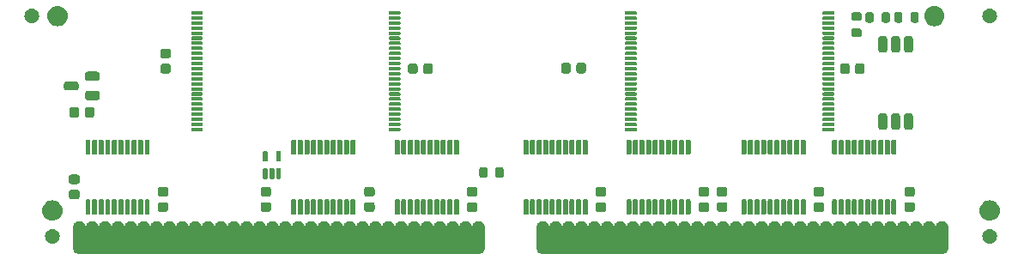
<source format=gts>
G04 #@! TF.GenerationSoftware,KiCad,Pcbnew,7.0.10*
G04 #@! TF.CreationDate,2024-05-19T07:03:21-04:00*
G04 #@! TF.ProjectId,MacIIROMSIMM,4d616349-4952-44f4-9d53-494d4d2e6b69,1.0*
G04 #@! TF.SameCoordinates,Original*
G04 #@! TF.FileFunction,Soldermask,Top*
G04 #@! TF.FilePolarity,Negative*
%FSLAX46Y46*%
G04 Gerber Fmt 4.6, Leading zero omitted, Abs format (unit mm)*
G04 Created by KiCad (PCBNEW 7.0.10) date 2024-05-19 07:03:21*
%MOMM*%
%LPD*%
G01*
G04 APERTURE LIST*
G04 APERTURE END LIST*
G36*
X78313884Y-124522061D02*
G01*
X78320894Y-124524675D01*
X78325151Y-124525187D01*
X78375515Y-124545048D01*
X78445295Y-124571075D01*
X78449505Y-124574226D01*
X78450353Y-124574561D01*
X78481279Y-124598012D01*
X78557574Y-124655126D01*
X78614705Y-124731445D01*
X78638138Y-124762346D01*
X78638472Y-124763193D01*
X78641625Y-124767405D01*
X78667657Y-124837201D01*
X78696783Y-124911056D01*
X78783217Y-124911056D01*
X78812350Y-124837178D01*
X78838375Y-124767405D01*
X78841525Y-124763196D01*
X78841861Y-124762346D01*
X78865371Y-124731342D01*
X78922426Y-124655126D01*
X78998642Y-124598071D01*
X79029646Y-124574561D01*
X79030496Y-124574225D01*
X79034705Y-124571075D01*
X79104483Y-124545048D01*
X79154847Y-124525188D01*
X79159102Y-124524676D01*
X79166116Y-124522061D01*
X79270860Y-124510800D01*
X79479140Y-124510800D01*
X79583884Y-124522061D01*
X79590894Y-124524675D01*
X79595151Y-124525187D01*
X79645515Y-124545048D01*
X79715295Y-124571075D01*
X79719505Y-124574226D01*
X79720353Y-124574561D01*
X79751279Y-124598012D01*
X79827574Y-124655126D01*
X79884705Y-124731445D01*
X79908138Y-124762346D01*
X79908472Y-124763193D01*
X79911625Y-124767405D01*
X79937657Y-124837201D01*
X79966783Y-124911056D01*
X80053217Y-124911056D01*
X80082350Y-124837178D01*
X80108375Y-124767405D01*
X80111525Y-124763196D01*
X80111861Y-124762346D01*
X80135371Y-124731342D01*
X80192426Y-124655126D01*
X80268642Y-124598071D01*
X80299646Y-124574561D01*
X80300496Y-124574225D01*
X80304705Y-124571075D01*
X80374483Y-124545048D01*
X80424847Y-124525188D01*
X80429102Y-124524676D01*
X80436116Y-124522061D01*
X80540860Y-124510800D01*
X80749140Y-124510800D01*
X80853884Y-124522061D01*
X80860894Y-124524675D01*
X80865151Y-124525187D01*
X80915515Y-124545048D01*
X80985295Y-124571075D01*
X80989505Y-124574226D01*
X80990353Y-124574561D01*
X81021279Y-124598012D01*
X81097574Y-124655126D01*
X81154705Y-124731445D01*
X81178138Y-124762346D01*
X81178472Y-124763193D01*
X81181625Y-124767405D01*
X81207657Y-124837201D01*
X81236783Y-124911056D01*
X81323217Y-124911056D01*
X81352350Y-124837178D01*
X81378375Y-124767405D01*
X81381525Y-124763196D01*
X81381861Y-124762346D01*
X81405371Y-124731342D01*
X81462426Y-124655126D01*
X81538642Y-124598071D01*
X81569646Y-124574561D01*
X81570496Y-124574225D01*
X81574705Y-124571075D01*
X81644483Y-124545048D01*
X81694847Y-124525188D01*
X81699102Y-124524676D01*
X81706116Y-124522061D01*
X81810860Y-124510800D01*
X82019140Y-124510800D01*
X82123884Y-124522061D01*
X82130894Y-124524675D01*
X82135151Y-124525187D01*
X82185515Y-124545048D01*
X82255295Y-124571075D01*
X82259505Y-124574226D01*
X82260353Y-124574561D01*
X82291279Y-124598012D01*
X82367574Y-124655126D01*
X82424705Y-124731445D01*
X82448138Y-124762346D01*
X82448472Y-124763193D01*
X82451625Y-124767405D01*
X82477657Y-124837201D01*
X82506783Y-124911056D01*
X82593217Y-124911056D01*
X82622350Y-124837178D01*
X82648375Y-124767405D01*
X82651525Y-124763196D01*
X82651861Y-124762346D01*
X82675371Y-124731342D01*
X82732426Y-124655126D01*
X82808642Y-124598071D01*
X82839646Y-124574561D01*
X82840496Y-124574225D01*
X82844705Y-124571075D01*
X82914483Y-124545048D01*
X82964847Y-124525188D01*
X82969102Y-124524676D01*
X82976116Y-124522061D01*
X83080860Y-124510800D01*
X83289140Y-124510800D01*
X83393884Y-124522061D01*
X83400894Y-124524675D01*
X83405151Y-124525187D01*
X83455515Y-124545048D01*
X83525295Y-124571075D01*
X83529505Y-124574226D01*
X83530353Y-124574561D01*
X83561279Y-124598012D01*
X83637574Y-124655126D01*
X83694705Y-124731445D01*
X83718138Y-124762346D01*
X83718472Y-124763193D01*
X83721625Y-124767405D01*
X83747657Y-124837201D01*
X83776783Y-124911056D01*
X83863217Y-124911056D01*
X83892350Y-124837178D01*
X83918375Y-124767405D01*
X83921525Y-124763196D01*
X83921861Y-124762346D01*
X83945371Y-124731342D01*
X84002426Y-124655126D01*
X84078642Y-124598071D01*
X84109646Y-124574561D01*
X84110496Y-124574225D01*
X84114705Y-124571075D01*
X84184483Y-124545048D01*
X84234847Y-124525188D01*
X84239102Y-124524676D01*
X84246116Y-124522061D01*
X84350860Y-124510800D01*
X84559140Y-124510800D01*
X84663884Y-124522061D01*
X84670894Y-124524675D01*
X84675151Y-124525187D01*
X84725515Y-124545048D01*
X84795295Y-124571075D01*
X84799505Y-124574226D01*
X84800353Y-124574561D01*
X84831279Y-124598012D01*
X84907574Y-124655126D01*
X84964705Y-124731445D01*
X84988138Y-124762346D01*
X84988472Y-124763193D01*
X84991625Y-124767405D01*
X85017657Y-124837201D01*
X85046783Y-124911056D01*
X85133217Y-124911056D01*
X85162350Y-124837178D01*
X85188375Y-124767405D01*
X85191525Y-124763196D01*
X85191861Y-124762346D01*
X85215371Y-124731342D01*
X85272426Y-124655126D01*
X85348642Y-124598071D01*
X85379646Y-124574561D01*
X85380496Y-124574225D01*
X85384705Y-124571075D01*
X85454483Y-124545048D01*
X85504847Y-124525188D01*
X85509102Y-124524676D01*
X85516116Y-124522061D01*
X85620860Y-124510800D01*
X85829140Y-124510800D01*
X85933884Y-124522061D01*
X85940894Y-124524675D01*
X85945151Y-124525187D01*
X85995515Y-124545048D01*
X86065295Y-124571075D01*
X86069505Y-124574226D01*
X86070353Y-124574561D01*
X86101279Y-124598012D01*
X86177574Y-124655126D01*
X86234705Y-124731445D01*
X86258138Y-124762346D01*
X86258472Y-124763193D01*
X86261625Y-124767405D01*
X86287657Y-124837201D01*
X86316783Y-124911056D01*
X86403217Y-124911056D01*
X86432350Y-124837178D01*
X86458375Y-124767405D01*
X86461525Y-124763196D01*
X86461861Y-124762346D01*
X86485371Y-124731342D01*
X86542426Y-124655126D01*
X86618642Y-124598071D01*
X86649646Y-124574561D01*
X86650496Y-124574225D01*
X86654705Y-124571075D01*
X86724483Y-124545048D01*
X86774847Y-124525188D01*
X86779102Y-124524676D01*
X86786116Y-124522061D01*
X86890860Y-124510800D01*
X87099140Y-124510800D01*
X87203884Y-124522061D01*
X87210894Y-124524675D01*
X87215151Y-124525187D01*
X87265515Y-124545048D01*
X87335295Y-124571075D01*
X87339505Y-124574226D01*
X87340353Y-124574561D01*
X87371279Y-124598012D01*
X87447574Y-124655126D01*
X87504705Y-124731445D01*
X87528138Y-124762346D01*
X87528472Y-124763193D01*
X87531625Y-124767405D01*
X87557657Y-124837201D01*
X87586783Y-124911056D01*
X87673217Y-124911056D01*
X87702350Y-124837178D01*
X87728375Y-124767405D01*
X87731525Y-124763196D01*
X87731861Y-124762346D01*
X87755371Y-124731342D01*
X87812426Y-124655126D01*
X87888642Y-124598071D01*
X87919646Y-124574561D01*
X87920496Y-124574225D01*
X87924705Y-124571075D01*
X87994483Y-124545048D01*
X88044847Y-124525188D01*
X88049102Y-124524676D01*
X88056116Y-124522061D01*
X88160860Y-124510800D01*
X88369140Y-124510800D01*
X88473884Y-124522061D01*
X88480894Y-124524675D01*
X88485151Y-124525187D01*
X88535515Y-124545048D01*
X88605295Y-124571075D01*
X88609505Y-124574226D01*
X88610353Y-124574561D01*
X88641279Y-124598012D01*
X88717574Y-124655126D01*
X88774705Y-124731445D01*
X88798138Y-124762346D01*
X88798472Y-124763193D01*
X88801625Y-124767405D01*
X88827657Y-124837201D01*
X88856783Y-124911056D01*
X88943217Y-124911056D01*
X88972350Y-124837178D01*
X88998375Y-124767405D01*
X89001525Y-124763196D01*
X89001861Y-124762346D01*
X89025371Y-124731342D01*
X89082426Y-124655126D01*
X89158642Y-124598071D01*
X89189646Y-124574561D01*
X89190496Y-124574225D01*
X89194705Y-124571075D01*
X89264483Y-124545048D01*
X89314847Y-124525188D01*
X89319102Y-124524676D01*
X89326116Y-124522061D01*
X89430860Y-124510800D01*
X89639140Y-124510800D01*
X89743884Y-124522061D01*
X89750894Y-124524675D01*
X89755151Y-124525187D01*
X89805515Y-124545048D01*
X89875295Y-124571075D01*
X89879505Y-124574226D01*
X89880353Y-124574561D01*
X89911279Y-124598012D01*
X89987574Y-124655126D01*
X90044705Y-124731445D01*
X90068138Y-124762346D01*
X90068472Y-124763193D01*
X90071625Y-124767405D01*
X90097657Y-124837201D01*
X90126783Y-124911056D01*
X90213217Y-124911056D01*
X90242350Y-124837178D01*
X90268375Y-124767405D01*
X90271525Y-124763196D01*
X90271861Y-124762346D01*
X90295371Y-124731342D01*
X90352426Y-124655126D01*
X90428642Y-124598071D01*
X90459646Y-124574561D01*
X90460496Y-124574225D01*
X90464705Y-124571075D01*
X90534483Y-124545048D01*
X90584847Y-124525188D01*
X90589102Y-124524676D01*
X90596116Y-124522061D01*
X90700860Y-124510800D01*
X90909140Y-124510800D01*
X91013884Y-124522061D01*
X91020894Y-124524675D01*
X91025151Y-124525187D01*
X91075515Y-124545048D01*
X91145295Y-124571075D01*
X91149505Y-124574226D01*
X91150353Y-124574561D01*
X91181279Y-124598012D01*
X91257574Y-124655126D01*
X91314705Y-124731445D01*
X91338138Y-124762346D01*
X91338472Y-124763193D01*
X91341625Y-124767405D01*
X91367657Y-124837201D01*
X91396783Y-124911056D01*
X91483217Y-124911056D01*
X91512350Y-124837178D01*
X91538375Y-124767405D01*
X91541525Y-124763196D01*
X91541861Y-124762346D01*
X91565371Y-124731342D01*
X91622426Y-124655126D01*
X91698642Y-124598071D01*
X91729646Y-124574561D01*
X91730496Y-124574225D01*
X91734705Y-124571075D01*
X91804483Y-124545048D01*
X91854847Y-124525188D01*
X91859102Y-124524676D01*
X91866116Y-124522061D01*
X91970860Y-124510800D01*
X92179140Y-124510800D01*
X92283884Y-124522061D01*
X92290894Y-124524675D01*
X92295151Y-124525187D01*
X92345515Y-124545048D01*
X92415295Y-124571075D01*
X92419505Y-124574226D01*
X92420353Y-124574561D01*
X92451279Y-124598012D01*
X92527574Y-124655126D01*
X92584705Y-124731445D01*
X92608138Y-124762346D01*
X92608472Y-124763193D01*
X92611625Y-124767405D01*
X92637657Y-124837201D01*
X92666783Y-124911056D01*
X92753217Y-124911056D01*
X92782350Y-124837178D01*
X92808375Y-124767405D01*
X92811525Y-124763196D01*
X92811861Y-124762346D01*
X92835371Y-124731342D01*
X92892426Y-124655126D01*
X92968642Y-124598071D01*
X92999646Y-124574561D01*
X93000496Y-124574225D01*
X93004705Y-124571075D01*
X93074483Y-124545048D01*
X93124847Y-124525188D01*
X93129102Y-124524676D01*
X93136116Y-124522061D01*
X93240860Y-124510800D01*
X93449140Y-124510800D01*
X93553884Y-124522061D01*
X93560894Y-124524675D01*
X93565151Y-124525187D01*
X93615515Y-124545048D01*
X93685295Y-124571075D01*
X93689505Y-124574226D01*
X93690353Y-124574561D01*
X93721279Y-124598012D01*
X93797574Y-124655126D01*
X93854705Y-124731445D01*
X93878138Y-124762346D01*
X93878472Y-124763193D01*
X93881625Y-124767405D01*
X93907657Y-124837201D01*
X93936783Y-124911056D01*
X94023217Y-124911056D01*
X94052350Y-124837178D01*
X94078375Y-124767405D01*
X94081525Y-124763196D01*
X94081861Y-124762346D01*
X94105371Y-124731342D01*
X94162426Y-124655126D01*
X94238642Y-124598071D01*
X94269646Y-124574561D01*
X94270496Y-124574225D01*
X94274705Y-124571075D01*
X94344483Y-124545048D01*
X94394847Y-124525188D01*
X94399102Y-124524676D01*
X94406116Y-124522061D01*
X94510860Y-124510800D01*
X94719140Y-124510800D01*
X94823884Y-124522061D01*
X94830894Y-124524675D01*
X94835151Y-124525187D01*
X94885515Y-124545048D01*
X94955295Y-124571075D01*
X94959505Y-124574226D01*
X94960353Y-124574561D01*
X94991279Y-124598012D01*
X95067574Y-124655126D01*
X95124705Y-124731445D01*
X95148138Y-124762346D01*
X95148472Y-124763193D01*
X95151625Y-124767405D01*
X95177657Y-124837201D01*
X95206783Y-124911056D01*
X95293217Y-124911056D01*
X95322350Y-124837178D01*
X95348375Y-124767405D01*
X95351525Y-124763196D01*
X95351861Y-124762346D01*
X95375371Y-124731342D01*
X95432426Y-124655126D01*
X95508642Y-124598071D01*
X95539646Y-124574561D01*
X95540496Y-124574225D01*
X95544705Y-124571075D01*
X95614483Y-124545048D01*
X95664847Y-124525188D01*
X95669102Y-124524676D01*
X95676116Y-124522061D01*
X95780860Y-124510800D01*
X95989140Y-124510800D01*
X96093884Y-124522061D01*
X96100894Y-124524675D01*
X96105151Y-124525187D01*
X96155515Y-124545048D01*
X96225295Y-124571075D01*
X96229505Y-124574226D01*
X96230353Y-124574561D01*
X96261279Y-124598012D01*
X96337574Y-124655126D01*
X96394705Y-124731445D01*
X96418138Y-124762346D01*
X96418472Y-124763193D01*
X96421625Y-124767405D01*
X96447657Y-124837201D01*
X96476783Y-124911056D01*
X96563217Y-124911056D01*
X96592350Y-124837178D01*
X96618375Y-124767405D01*
X96621525Y-124763196D01*
X96621861Y-124762346D01*
X96645371Y-124731342D01*
X96702426Y-124655126D01*
X96778642Y-124598071D01*
X96809646Y-124574561D01*
X96810496Y-124574225D01*
X96814705Y-124571075D01*
X96884483Y-124545048D01*
X96934847Y-124525188D01*
X96939102Y-124524676D01*
X96946116Y-124522061D01*
X97050860Y-124510800D01*
X97259140Y-124510800D01*
X97363884Y-124522061D01*
X97370894Y-124524675D01*
X97375151Y-124525187D01*
X97425515Y-124545048D01*
X97495295Y-124571075D01*
X97499505Y-124574226D01*
X97500353Y-124574561D01*
X97531279Y-124598012D01*
X97607574Y-124655126D01*
X97664705Y-124731445D01*
X97688138Y-124762346D01*
X97688472Y-124763193D01*
X97691625Y-124767405D01*
X97717657Y-124837201D01*
X97746783Y-124911056D01*
X97833217Y-124911056D01*
X97862350Y-124837178D01*
X97888375Y-124767405D01*
X97891525Y-124763196D01*
X97891861Y-124762346D01*
X97915371Y-124731342D01*
X97972426Y-124655126D01*
X98048642Y-124598071D01*
X98079646Y-124574561D01*
X98080496Y-124574225D01*
X98084705Y-124571075D01*
X98154483Y-124545048D01*
X98204847Y-124525188D01*
X98209102Y-124524676D01*
X98216116Y-124522061D01*
X98320860Y-124510800D01*
X98529140Y-124510800D01*
X98633884Y-124522061D01*
X98640894Y-124524675D01*
X98645151Y-124525187D01*
X98695515Y-124545048D01*
X98765295Y-124571075D01*
X98769505Y-124574226D01*
X98770353Y-124574561D01*
X98801279Y-124598012D01*
X98877574Y-124655126D01*
X98934705Y-124731445D01*
X98958138Y-124762346D01*
X98958472Y-124763193D01*
X98961625Y-124767405D01*
X98987657Y-124837201D01*
X99016783Y-124911056D01*
X99103217Y-124911056D01*
X99132350Y-124837178D01*
X99158375Y-124767405D01*
X99161525Y-124763196D01*
X99161861Y-124762346D01*
X99185371Y-124731342D01*
X99242426Y-124655126D01*
X99318642Y-124598071D01*
X99349646Y-124574561D01*
X99350496Y-124574225D01*
X99354705Y-124571075D01*
X99424483Y-124545048D01*
X99474847Y-124525188D01*
X99479102Y-124524676D01*
X99486116Y-124522061D01*
X99590860Y-124510800D01*
X99799140Y-124510800D01*
X99903884Y-124522061D01*
X99910894Y-124524675D01*
X99915151Y-124525187D01*
X99965515Y-124545048D01*
X100035295Y-124571075D01*
X100039505Y-124574226D01*
X100040353Y-124574561D01*
X100071279Y-124598012D01*
X100147574Y-124655126D01*
X100204705Y-124731445D01*
X100228138Y-124762346D01*
X100228472Y-124763193D01*
X100231625Y-124767405D01*
X100257657Y-124837201D01*
X100286783Y-124911056D01*
X100373217Y-124911056D01*
X100402350Y-124837178D01*
X100428375Y-124767405D01*
X100431525Y-124763196D01*
X100431861Y-124762346D01*
X100455371Y-124731342D01*
X100512426Y-124655126D01*
X100588642Y-124598071D01*
X100619646Y-124574561D01*
X100620496Y-124574225D01*
X100624705Y-124571075D01*
X100694483Y-124545048D01*
X100744847Y-124525188D01*
X100749102Y-124524676D01*
X100756116Y-124522061D01*
X100860860Y-124510800D01*
X101069140Y-124510800D01*
X101173884Y-124522061D01*
X101180894Y-124524675D01*
X101185151Y-124525187D01*
X101235515Y-124545048D01*
X101305295Y-124571075D01*
X101309505Y-124574226D01*
X101310353Y-124574561D01*
X101341279Y-124598012D01*
X101417574Y-124655126D01*
X101474705Y-124731445D01*
X101498138Y-124762346D01*
X101498472Y-124763193D01*
X101501625Y-124767405D01*
X101527657Y-124837201D01*
X101556783Y-124911056D01*
X101643217Y-124911056D01*
X101672350Y-124837178D01*
X101698375Y-124767405D01*
X101701525Y-124763196D01*
X101701861Y-124762346D01*
X101725371Y-124731342D01*
X101782426Y-124655126D01*
X101858642Y-124598071D01*
X101889646Y-124574561D01*
X101890496Y-124574225D01*
X101894705Y-124571075D01*
X101964483Y-124545048D01*
X102014847Y-124525188D01*
X102019102Y-124524676D01*
X102026116Y-124522061D01*
X102130860Y-124510800D01*
X102339140Y-124510800D01*
X102443884Y-124522061D01*
X102450894Y-124524675D01*
X102455151Y-124525187D01*
X102505515Y-124545048D01*
X102575295Y-124571075D01*
X102579505Y-124574226D01*
X102580353Y-124574561D01*
X102611279Y-124598012D01*
X102687574Y-124655126D01*
X102744705Y-124731445D01*
X102768138Y-124762346D01*
X102768472Y-124763193D01*
X102771625Y-124767405D01*
X102797657Y-124837201D01*
X102826783Y-124911056D01*
X102913217Y-124911056D01*
X102942350Y-124837178D01*
X102968375Y-124767405D01*
X102971525Y-124763196D01*
X102971861Y-124762346D01*
X102995371Y-124731342D01*
X103052426Y-124655126D01*
X103128642Y-124598071D01*
X103159646Y-124574561D01*
X103160496Y-124574225D01*
X103164705Y-124571075D01*
X103234483Y-124545048D01*
X103284847Y-124525188D01*
X103289102Y-124524676D01*
X103296116Y-124522061D01*
X103400860Y-124510800D01*
X103609140Y-124510800D01*
X103713884Y-124522061D01*
X103720894Y-124524675D01*
X103725151Y-124525187D01*
X103775515Y-124545048D01*
X103845295Y-124571075D01*
X103849505Y-124574226D01*
X103850353Y-124574561D01*
X103881279Y-124598012D01*
X103957574Y-124655126D01*
X104014705Y-124731445D01*
X104038138Y-124762346D01*
X104038472Y-124763193D01*
X104041625Y-124767405D01*
X104067657Y-124837201D01*
X104096783Y-124911056D01*
X104183217Y-124911056D01*
X104212350Y-124837178D01*
X104238375Y-124767405D01*
X104241525Y-124763196D01*
X104241861Y-124762346D01*
X104265371Y-124731342D01*
X104322426Y-124655126D01*
X104398642Y-124598071D01*
X104429646Y-124574561D01*
X104430496Y-124574225D01*
X104434705Y-124571075D01*
X104504483Y-124545048D01*
X104554847Y-124525188D01*
X104559102Y-124524676D01*
X104566116Y-124522061D01*
X104670860Y-124510800D01*
X104879140Y-124510800D01*
X104983884Y-124522061D01*
X104990894Y-124524675D01*
X104995151Y-124525187D01*
X105045515Y-124545048D01*
X105115295Y-124571075D01*
X105119505Y-124574226D01*
X105120353Y-124574561D01*
X105151279Y-124598012D01*
X105227574Y-124655126D01*
X105284705Y-124731445D01*
X105308138Y-124762346D01*
X105308472Y-124763193D01*
X105311625Y-124767405D01*
X105337657Y-124837201D01*
X105366783Y-124911056D01*
X105453217Y-124911056D01*
X105482350Y-124837178D01*
X105508375Y-124767405D01*
X105511525Y-124763196D01*
X105511861Y-124762346D01*
X105535371Y-124731342D01*
X105592426Y-124655126D01*
X105668642Y-124598071D01*
X105699646Y-124574561D01*
X105700496Y-124574225D01*
X105704705Y-124571075D01*
X105774483Y-124545048D01*
X105824847Y-124525188D01*
X105829102Y-124524676D01*
X105836116Y-124522061D01*
X105940860Y-124510800D01*
X106149140Y-124510800D01*
X106253884Y-124522061D01*
X106260894Y-124524675D01*
X106265151Y-124525187D01*
X106315515Y-124545048D01*
X106385295Y-124571075D01*
X106389505Y-124574226D01*
X106390353Y-124574561D01*
X106421279Y-124598012D01*
X106497574Y-124655126D01*
X106554705Y-124731445D01*
X106578138Y-124762346D01*
X106578472Y-124763193D01*
X106581625Y-124767405D01*
X106607657Y-124837201D01*
X106636783Y-124911056D01*
X106723217Y-124911056D01*
X106752350Y-124837178D01*
X106778375Y-124767405D01*
X106781525Y-124763196D01*
X106781861Y-124762346D01*
X106805371Y-124731342D01*
X106862426Y-124655126D01*
X106938642Y-124598071D01*
X106969646Y-124574561D01*
X106970496Y-124574225D01*
X106974705Y-124571075D01*
X107044483Y-124545048D01*
X107094847Y-124525188D01*
X107099102Y-124524676D01*
X107106116Y-124522061D01*
X107210860Y-124510800D01*
X107419140Y-124510800D01*
X107523884Y-124522061D01*
X107530894Y-124524675D01*
X107535151Y-124525187D01*
X107585515Y-124545048D01*
X107655295Y-124571075D01*
X107659505Y-124574226D01*
X107660353Y-124574561D01*
X107691279Y-124598012D01*
X107767574Y-124655126D01*
X107824705Y-124731445D01*
X107848138Y-124762346D01*
X107848472Y-124763193D01*
X107851625Y-124767405D01*
X107877657Y-124837201D01*
X107906783Y-124911056D01*
X107993217Y-124911056D01*
X108022350Y-124837178D01*
X108048375Y-124767405D01*
X108051525Y-124763196D01*
X108051861Y-124762346D01*
X108075371Y-124731342D01*
X108132426Y-124655126D01*
X108208642Y-124598071D01*
X108239646Y-124574561D01*
X108240496Y-124574225D01*
X108244705Y-124571075D01*
X108314483Y-124545048D01*
X108364847Y-124525188D01*
X108369102Y-124524676D01*
X108376116Y-124522061D01*
X108480860Y-124510800D01*
X108689140Y-124510800D01*
X108793884Y-124522061D01*
X108800894Y-124524675D01*
X108805151Y-124525187D01*
X108855515Y-124545048D01*
X108925295Y-124571075D01*
X108929505Y-124574226D01*
X108930353Y-124574561D01*
X108961279Y-124598012D01*
X109037574Y-124655126D01*
X109094705Y-124731445D01*
X109118138Y-124762346D01*
X109118472Y-124763193D01*
X109121625Y-124767405D01*
X109147657Y-124837201D01*
X109176783Y-124911056D01*
X109263217Y-124911056D01*
X109292350Y-124837178D01*
X109318375Y-124767405D01*
X109321525Y-124763196D01*
X109321861Y-124762346D01*
X109345371Y-124731342D01*
X109402426Y-124655126D01*
X109478642Y-124598071D01*
X109509646Y-124574561D01*
X109510496Y-124574225D01*
X109514705Y-124571075D01*
X109584483Y-124545048D01*
X109634847Y-124525188D01*
X109639102Y-124524676D01*
X109646116Y-124522061D01*
X109750860Y-124510800D01*
X109959140Y-124510800D01*
X110063884Y-124522061D01*
X110070894Y-124524675D01*
X110075151Y-124525187D01*
X110125515Y-124545048D01*
X110195295Y-124571075D01*
X110199505Y-124574226D01*
X110200353Y-124574561D01*
X110231279Y-124598012D01*
X110307574Y-124655126D01*
X110364705Y-124731445D01*
X110388138Y-124762346D01*
X110388472Y-124763193D01*
X110391625Y-124767405D01*
X110417657Y-124837201D01*
X110446783Y-124911056D01*
X110533217Y-124911056D01*
X110562350Y-124837178D01*
X110588375Y-124767405D01*
X110591525Y-124763196D01*
X110591861Y-124762346D01*
X110615371Y-124731342D01*
X110672426Y-124655126D01*
X110748642Y-124598071D01*
X110779646Y-124574561D01*
X110780496Y-124574225D01*
X110784705Y-124571075D01*
X110854483Y-124545048D01*
X110904847Y-124525188D01*
X110909102Y-124524676D01*
X110916116Y-124522061D01*
X111020860Y-124510800D01*
X111229140Y-124510800D01*
X111333884Y-124522061D01*
X111340894Y-124524675D01*
X111345151Y-124525187D01*
X111395515Y-124545048D01*
X111465295Y-124571075D01*
X111469505Y-124574226D01*
X111470353Y-124574561D01*
X111501279Y-124598012D01*
X111577574Y-124655126D01*
X111634705Y-124731445D01*
X111658138Y-124762346D01*
X111658472Y-124763193D01*
X111661625Y-124767405D01*
X111687657Y-124837201D01*
X111716783Y-124911056D01*
X111803217Y-124911056D01*
X111832350Y-124837178D01*
X111858375Y-124767405D01*
X111861525Y-124763196D01*
X111861861Y-124762346D01*
X111885371Y-124731342D01*
X111942426Y-124655126D01*
X112018642Y-124598071D01*
X112049646Y-124574561D01*
X112050496Y-124574225D01*
X112054705Y-124571075D01*
X112124483Y-124545048D01*
X112174847Y-124525188D01*
X112179102Y-124524676D01*
X112186116Y-124522061D01*
X112290860Y-124510800D01*
X112499140Y-124510800D01*
X112603884Y-124522061D01*
X112610894Y-124524675D01*
X112615151Y-124525187D01*
X112665515Y-124545048D01*
X112735295Y-124571075D01*
X112739505Y-124574226D01*
X112740353Y-124574561D01*
X112771279Y-124598012D01*
X112847574Y-124655126D01*
X112904705Y-124731445D01*
X112928138Y-124762346D01*
X112928472Y-124763193D01*
X112931625Y-124767405D01*
X112957657Y-124837201D01*
X112986783Y-124911056D01*
X113073217Y-124911056D01*
X113102350Y-124837178D01*
X113128375Y-124767405D01*
X113131525Y-124763196D01*
X113131861Y-124762346D01*
X113155371Y-124731342D01*
X113212426Y-124655126D01*
X113288642Y-124598071D01*
X113319646Y-124574561D01*
X113320496Y-124574225D01*
X113324705Y-124571075D01*
X113394483Y-124545048D01*
X113444847Y-124525188D01*
X113449102Y-124524676D01*
X113456116Y-124522061D01*
X113560860Y-124510800D01*
X113769140Y-124510800D01*
X113873884Y-124522061D01*
X113880894Y-124524675D01*
X113885151Y-124525187D01*
X113935515Y-124545048D01*
X114005295Y-124571075D01*
X114009505Y-124574226D01*
X114010353Y-124574561D01*
X114041279Y-124598012D01*
X114117574Y-124655126D01*
X114174705Y-124731445D01*
X114198138Y-124762346D01*
X114198472Y-124763193D01*
X114201625Y-124767405D01*
X114227657Y-124837201D01*
X114256783Y-124911056D01*
X114343217Y-124911056D01*
X114372350Y-124837178D01*
X114398375Y-124767405D01*
X114401525Y-124763196D01*
X114401861Y-124762346D01*
X114425371Y-124731342D01*
X114482426Y-124655126D01*
X114558642Y-124598071D01*
X114589646Y-124574561D01*
X114590496Y-124574225D01*
X114594705Y-124571075D01*
X114664483Y-124545048D01*
X114714847Y-124525188D01*
X114719102Y-124524676D01*
X114726116Y-124522061D01*
X114830860Y-124510800D01*
X115039140Y-124510800D01*
X115143884Y-124522061D01*
X115150894Y-124524675D01*
X115155151Y-124525187D01*
X115205515Y-124545048D01*
X115275295Y-124571075D01*
X115279505Y-124574226D01*
X115280353Y-124574561D01*
X115311279Y-124598012D01*
X115387574Y-124655126D01*
X115444705Y-124731445D01*
X115468138Y-124762346D01*
X115468472Y-124763193D01*
X115471625Y-124767405D01*
X115497657Y-124837201D01*
X115526783Y-124911056D01*
X115613217Y-124911056D01*
X115642350Y-124837178D01*
X115668375Y-124767405D01*
X115671525Y-124763196D01*
X115671861Y-124762346D01*
X115695371Y-124731342D01*
X115752426Y-124655126D01*
X115828642Y-124598071D01*
X115859646Y-124574561D01*
X115860496Y-124574225D01*
X115864705Y-124571075D01*
X115934483Y-124545048D01*
X115984847Y-124525188D01*
X115989102Y-124524676D01*
X115996116Y-124522061D01*
X116100860Y-124510800D01*
X116309140Y-124510800D01*
X116413884Y-124522061D01*
X116420894Y-124524675D01*
X116425151Y-124525187D01*
X116475515Y-124545048D01*
X116545295Y-124571075D01*
X116549505Y-124574226D01*
X116550353Y-124574561D01*
X116581279Y-124598012D01*
X116657574Y-124655126D01*
X116714705Y-124731445D01*
X116738138Y-124762346D01*
X116738472Y-124763193D01*
X116741625Y-124767405D01*
X116767657Y-124837201D01*
X116796783Y-124911056D01*
X116883217Y-124911056D01*
X116912350Y-124837178D01*
X116938375Y-124767405D01*
X116941525Y-124763196D01*
X116941861Y-124762346D01*
X116965371Y-124731342D01*
X117022426Y-124655126D01*
X117098642Y-124598071D01*
X117129646Y-124574561D01*
X117130496Y-124574225D01*
X117134705Y-124571075D01*
X117204483Y-124545048D01*
X117254847Y-124525188D01*
X117259102Y-124524676D01*
X117266116Y-124522061D01*
X117370860Y-124510800D01*
X117579140Y-124510800D01*
X117683884Y-124522061D01*
X117690894Y-124524675D01*
X117695151Y-124525187D01*
X117745515Y-124545048D01*
X117815295Y-124571075D01*
X117819505Y-124574226D01*
X117820353Y-124574561D01*
X117851279Y-124598012D01*
X117927574Y-124655126D01*
X117984705Y-124731445D01*
X118008138Y-124762346D01*
X118008472Y-124763193D01*
X118011625Y-124767405D01*
X118037668Y-124837230D01*
X118057511Y-124887547D01*
X118058021Y-124891798D01*
X118060639Y-124898816D01*
X118071900Y-125003560D01*
X118071900Y-127218440D01*
X118060639Y-127323184D01*
X118058022Y-127330198D01*
X118057512Y-127334451D01*
X118037669Y-127384768D01*
X118011625Y-127454595D01*
X118008471Y-127458807D01*
X118008138Y-127459653D01*
X117984764Y-127490476D01*
X117927574Y-127566874D01*
X117851176Y-127624064D01*
X117820353Y-127647438D01*
X117819507Y-127647771D01*
X117815295Y-127650925D01*
X117745451Y-127676975D01*
X117695152Y-127696811D01*
X117690902Y-127697321D01*
X117683884Y-127699939D01*
X117579140Y-127711200D01*
X117519192Y-127711200D01*
X117506884Y-127714957D01*
X117503428Y-127717753D01*
X117488773Y-127717486D01*
X117475000Y-127722500D01*
X117466640Y-127722500D01*
X78113362Y-127722500D01*
X78105000Y-127722500D01*
X78075073Y-127717223D01*
X78071950Y-127714602D01*
X78060806Y-127711200D01*
X78000860Y-127711200D01*
X77896116Y-127699939D01*
X77889101Y-127697322D01*
X77884848Y-127696812D01*
X77834513Y-127676962D01*
X77764705Y-127650925D01*
X77760493Y-127647772D01*
X77759646Y-127647438D01*
X77728745Y-127624005D01*
X77652426Y-127566874D01*
X77595312Y-127490579D01*
X77571861Y-127459653D01*
X77571526Y-127458805D01*
X77568375Y-127454595D01*
X77542341Y-127384798D01*
X77522488Y-127334452D01*
X77521977Y-127330198D01*
X77519361Y-127323184D01*
X77508100Y-127218440D01*
X77508100Y-125003560D01*
X77519361Y-124898816D01*
X77521975Y-124891805D01*
X77522487Y-124887548D01*
X77542355Y-124837166D01*
X77568375Y-124767405D01*
X77571525Y-124763196D01*
X77571861Y-124762346D01*
X77595371Y-124731342D01*
X77652426Y-124655126D01*
X77728642Y-124598071D01*
X77759646Y-124574561D01*
X77760496Y-124574225D01*
X77764705Y-124571075D01*
X77834483Y-124545048D01*
X77884847Y-124525188D01*
X77889102Y-124524676D01*
X77896116Y-124522061D01*
X78000860Y-124510800D01*
X78209140Y-124510800D01*
X78313884Y-124522061D01*
G37*
G36*
X124033884Y-124522061D02*
G01*
X124040894Y-124524675D01*
X124045151Y-124525187D01*
X124095515Y-124545048D01*
X124165295Y-124571075D01*
X124169505Y-124574226D01*
X124170353Y-124574561D01*
X124201279Y-124598012D01*
X124277574Y-124655126D01*
X124334705Y-124731445D01*
X124358138Y-124762346D01*
X124358472Y-124763193D01*
X124361625Y-124767405D01*
X124387657Y-124837201D01*
X124416783Y-124911056D01*
X124503217Y-124911056D01*
X124532350Y-124837178D01*
X124558375Y-124767405D01*
X124561525Y-124763196D01*
X124561861Y-124762346D01*
X124585371Y-124731342D01*
X124642426Y-124655126D01*
X124718642Y-124598071D01*
X124749646Y-124574561D01*
X124750496Y-124574225D01*
X124754705Y-124571075D01*
X124824483Y-124545048D01*
X124874847Y-124525188D01*
X124879102Y-124524676D01*
X124886116Y-124522061D01*
X124990860Y-124510800D01*
X125199140Y-124510800D01*
X125303884Y-124522061D01*
X125310894Y-124524675D01*
X125315151Y-124525187D01*
X125365515Y-124545048D01*
X125435295Y-124571075D01*
X125439505Y-124574226D01*
X125440353Y-124574561D01*
X125471279Y-124598012D01*
X125547574Y-124655126D01*
X125604705Y-124731445D01*
X125628138Y-124762346D01*
X125628472Y-124763193D01*
X125631625Y-124767405D01*
X125657657Y-124837201D01*
X125686783Y-124911056D01*
X125773217Y-124911056D01*
X125802350Y-124837178D01*
X125828375Y-124767405D01*
X125831525Y-124763196D01*
X125831861Y-124762346D01*
X125855371Y-124731342D01*
X125912426Y-124655126D01*
X125988642Y-124598071D01*
X126019646Y-124574561D01*
X126020496Y-124574225D01*
X126024705Y-124571075D01*
X126094483Y-124545048D01*
X126144847Y-124525188D01*
X126149102Y-124524676D01*
X126156116Y-124522061D01*
X126260860Y-124510800D01*
X126469140Y-124510800D01*
X126573884Y-124522061D01*
X126580894Y-124524675D01*
X126585151Y-124525187D01*
X126635515Y-124545048D01*
X126705295Y-124571075D01*
X126709505Y-124574226D01*
X126710353Y-124574561D01*
X126741279Y-124598012D01*
X126817574Y-124655126D01*
X126874705Y-124731445D01*
X126898138Y-124762346D01*
X126898472Y-124763193D01*
X126901625Y-124767405D01*
X126927657Y-124837201D01*
X126956783Y-124911056D01*
X127043217Y-124911056D01*
X127072350Y-124837178D01*
X127098375Y-124767405D01*
X127101525Y-124763196D01*
X127101861Y-124762346D01*
X127125371Y-124731342D01*
X127182426Y-124655126D01*
X127258642Y-124598071D01*
X127289646Y-124574561D01*
X127290496Y-124574225D01*
X127294705Y-124571075D01*
X127364483Y-124545048D01*
X127414847Y-124525188D01*
X127419102Y-124524676D01*
X127426116Y-124522061D01*
X127530860Y-124510800D01*
X127739140Y-124510800D01*
X127843884Y-124522061D01*
X127850894Y-124524675D01*
X127855151Y-124525187D01*
X127905515Y-124545048D01*
X127975295Y-124571075D01*
X127979505Y-124574226D01*
X127980353Y-124574561D01*
X128011279Y-124598012D01*
X128087574Y-124655126D01*
X128144705Y-124731445D01*
X128168138Y-124762346D01*
X128168472Y-124763193D01*
X128171625Y-124767405D01*
X128197657Y-124837201D01*
X128226783Y-124911056D01*
X128313217Y-124911056D01*
X128342350Y-124837178D01*
X128368375Y-124767405D01*
X128371525Y-124763196D01*
X128371861Y-124762346D01*
X128395371Y-124731342D01*
X128452426Y-124655126D01*
X128528642Y-124598071D01*
X128559646Y-124574561D01*
X128560496Y-124574225D01*
X128564705Y-124571075D01*
X128634483Y-124545048D01*
X128684847Y-124525188D01*
X128689102Y-124524676D01*
X128696116Y-124522061D01*
X128800860Y-124510800D01*
X129009140Y-124510800D01*
X129113884Y-124522061D01*
X129120894Y-124524675D01*
X129125151Y-124525187D01*
X129175515Y-124545048D01*
X129245295Y-124571075D01*
X129249505Y-124574226D01*
X129250353Y-124574561D01*
X129281279Y-124598012D01*
X129357574Y-124655126D01*
X129414705Y-124731445D01*
X129438138Y-124762346D01*
X129438472Y-124763193D01*
X129441625Y-124767405D01*
X129467657Y-124837201D01*
X129496783Y-124911056D01*
X129583217Y-124911056D01*
X129612350Y-124837178D01*
X129638375Y-124767405D01*
X129641525Y-124763196D01*
X129641861Y-124762346D01*
X129665371Y-124731342D01*
X129722426Y-124655126D01*
X129798642Y-124598071D01*
X129829646Y-124574561D01*
X129830496Y-124574225D01*
X129834705Y-124571075D01*
X129904483Y-124545048D01*
X129954847Y-124525188D01*
X129959102Y-124524676D01*
X129966116Y-124522061D01*
X130070860Y-124510800D01*
X130279140Y-124510800D01*
X130383884Y-124522061D01*
X130390894Y-124524675D01*
X130395151Y-124525187D01*
X130445515Y-124545048D01*
X130515295Y-124571075D01*
X130519505Y-124574226D01*
X130520353Y-124574561D01*
X130551279Y-124598012D01*
X130627574Y-124655126D01*
X130684705Y-124731445D01*
X130708138Y-124762346D01*
X130708472Y-124763193D01*
X130711625Y-124767405D01*
X130737657Y-124837201D01*
X130766783Y-124911056D01*
X130853217Y-124911056D01*
X130882350Y-124837178D01*
X130908375Y-124767405D01*
X130911525Y-124763196D01*
X130911861Y-124762346D01*
X130935371Y-124731342D01*
X130992426Y-124655126D01*
X131068642Y-124598071D01*
X131099646Y-124574561D01*
X131100496Y-124574225D01*
X131104705Y-124571075D01*
X131174483Y-124545048D01*
X131224847Y-124525188D01*
X131229102Y-124524676D01*
X131236116Y-124522061D01*
X131340860Y-124510800D01*
X131549140Y-124510800D01*
X131653884Y-124522061D01*
X131660894Y-124524675D01*
X131665151Y-124525187D01*
X131715515Y-124545048D01*
X131785295Y-124571075D01*
X131789505Y-124574226D01*
X131790353Y-124574561D01*
X131821279Y-124598012D01*
X131897574Y-124655126D01*
X131954705Y-124731445D01*
X131978138Y-124762346D01*
X131978472Y-124763193D01*
X131981625Y-124767405D01*
X132007657Y-124837201D01*
X132036783Y-124911056D01*
X132123217Y-124911056D01*
X132152350Y-124837178D01*
X132178375Y-124767405D01*
X132181525Y-124763196D01*
X132181861Y-124762346D01*
X132205371Y-124731342D01*
X132262426Y-124655126D01*
X132338642Y-124598071D01*
X132369646Y-124574561D01*
X132370496Y-124574225D01*
X132374705Y-124571075D01*
X132444483Y-124545048D01*
X132494847Y-124525188D01*
X132499102Y-124524676D01*
X132506116Y-124522061D01*
X132610860Y-124510800D01*
X132819140Y-124510800D01*
X132923884Y-124522061D01*
X132930894Y-124524675D01*
X132935151Y-124525187D01*
X132985515Y-124545048D01*
X133055295Y-124571075D01*
X133059505Y-124574226D01*
X133060353Y-124574561D01*
X133091279Y-124598012D01*
X133167574Y-124655126D01*
X133224705Y-124731445D01*
X133248138Y-124762346D01*
X133248472Y-124763193D01*
X133251625Y-124767405D01*
X133277657Y-124837201D01*
X133306783Y-124911056D01*
X133393217Y-124911056D01*
X133422350Y-124837178D01*
X133448375Y-124767405D01*
X133451525Y-124763196D01*
X133451861Y-124762346D01*
X133475371Y-124731342D01*
X133532426Y-124655126D01*
X133608642Y-124598071D01*
X133639646Y-124574561D01*
X133640496Y-124574225D01*
X133644705Y-124571075D01*
X133714483Y-124545048D01*
X133764847Y-124525188D01*
X133769102Y-124524676D01*
X133776116Y-124522061D01*
X133880860Y-124510800D01*
X134089140Y-124510800D01*
X134193884Y-124522061D01*
X134200894Y-124524675D01*
X134205151Y-124525187D01*
X134255515Y-124545048D01*
X134325295Y-124571075D01*
X134329505Y-124574226D01*
X134330353Y-124574561D01*
X134361279Y-124598012D01*
X134437574Y-124655126D01*
X134494705Y-124731445D01*
X134518138Y-124762346D01*
X134518472Y-124763193D01*
X134521625Y-124767405D01*
X134547657Y-124837201D01*
X134576783Y-124911056D01*
X134663217Y-124911056D01*
X134692350Y-124837178D01*
X134718375Y-124767405D01*
X134721525Y-124763196D01*
X134721861Y-124762346D01*
X134745371Y-124731342D01*
X134802426Y-124655126D01*
X134878642Y-124598071D01*
X134909646Y-124574561D01*
X134910496Y-124574225D01*
X134914705Y-124571075D01*
X134984483Y-124545048D01*
X135034847Y-124525188D01*
X135039102Y-124524676D01*
X135046116Y-124522061D01*
X135150860Y-124510800D01*
X135359140Y-124510800D01*
X135463884Y-124522061D01*
X135470894Y-124524675D01*
X135475151Y-124525187D01*
X135525515Y-124545048D01*
X135595295Y-124571075D01*
X135599505Y-124574226D01*
X135600353Y-124574561D01*
X135631279Y-124598012D01*
X135707574Y-124655126D01*
X135764705Y-124731445D01*
X135788138Y-124762346D01*
X135788472Y-124763193D01*
X135791625Y-124767405D01*
X135817657Y-124837201D01*
X135846783Y-124911056D01*
X135933217Y-124911056D01*
X135962350Y-124837178D01*
X135988375Y-124767405D01*
X135991525Y-124763196D01*
X135991861Y-124762346D01*
X136015371Y-124731342D01*
X136072426Y-124655126D01*
X136148642Y-124598071D01*
X136179646Y-124574561D01*
X136180496Y-124574225D01*
X136184705Y-124571075D01*
X136254483Y-124545048D01*
X136304847Y-124525188D01*
X136309102Y-124524676D01*
X136316116Y-124522061D01*
X136420860Y-124510800D01*
X136629140Y-124510800D01*
X136733884Y-124522061D01*
X136740894Y-124524675D01*
X136745151Y-124525187D01*
X136795515Y-124545048D01*
X136865295Y-124571075D01*
X136869505Y-124574226D01*
X136870353Y-124574561D01*
X136901279Y-124598012D01*
X136977574Y-124655126D01*
X137034705Y-124731445D01*
X137058138Y-124762346D01*
X137058472Y-124763193D01*
X137061625Y-124767405D01*
X137087657Y-124837201D01*
X137116783Y-124911056D01*
X137203217Y-124911056D01*
X137232350Y-124837178D01*
X137258375Y-124767405D01*
X137261525Y-124763196D01*
X137261861Y-124762346D01*
X137285371Y-124731342D01*
X137342426Y-124655126D01*
X137418642Y-124598071D01*
X137449646Y-124574561D01*
X137450496Y-124574225D01*
X137454705Y-124571075D01*
X137524483Y-124545048D01*
X137574847Y-124525188D01*
X137579102Y-124524676D01*
X137586116Y-124522061D01*
X137690860Y-124510800D01*
X137899140Y-124510800D01*
X138003884Y-124522061D01*
X138010894Y-124524675D01*
X138015151Y-124525187D01*
X138065515Y-124545048D01*
X138135295Y-124571075D01*
X138139505Y-124574226D01*
X138140353Y-124574561D01*
X138171279Y-124598012D01*
X138247574Y-124655126D01*
X138304705Y-124731445D01*
X138328138Y-124762346D01*
X138328472Y-124763193D01*
X138331625Y-124767405D01*
X138357657Y-124837201D01*
X138386783Y-124911056D01*
X138473217Y-124911056D01*
X138502350Y-124837178D01*
X138528375Y-124767405D01*
X138531525Y-124763196D01*
X138531861Y-124762346D01*
X138555371Y-124731342D01*
X138612426Y-124655126D01*
X138688642Y-124598071D01*
X138719646Y-124574561D01*
X138720496Y-124574225D01*
X138724705Y-124571075D01*
X138794483Y-124545048D01*
X138844847Y-124525188D01*
X138849102Y-124524676D01*
X138856116Y-124522061D01*
X138960860Y-124510800D01*
X139169140Y-124510800D01*
X139273884Y-124522061D01*
X139280894Y-124524675D01*
X139285151Y-124525187D01*
X139335515Y-124545048D01*
X139405295Y-124571075D01*
X139409505Y-124574226D01*
X139410353Y-124574561D01*
X139441279Y-124598012D01*
X139517574Y-124655126D01*
X139574705Y-124731445D01*
X139598138Y-124762346D01*
X139598472Y-124763193D01*
X139601625Y-124767405D01*
X139627657Y-124837201D01*
X139656783Y-124911056D01*
X139743217Y-124911056D01*
X139772350Y-124837178D01*
X139798375Y-124767405D01*
X139801525Y-124763196D01*
X139801861Y-124762346D01*
X139825371Y-124731342D01*
X139882426Y-124655126D01*
X139958642Y-124598071D01*
X139989646Y-124574561D01*
X139990496Y-124574225D01*
X139994705Y-124571075D01*
X140064483Y-124545048D01*
X140114847Y-124525188D01*
X140119102Y-124524676D01*
X140126116Y-124522061D01*
X140230860Y-124510800D01*
X140439140Y-124510800D01*
X140543884Y-124522061D01*
X140550894Y-124524675D01*
X140555151Y-124525187D01*
X140605515Y-124545048D01*
X140675295Y-124571075D01*
X140679505Y-124574226D01*
X140680353Y-124574561D01*
X140711279Y-124598012D01*
X140787574Y-124655126D01*
X140844705Y-124731445D01*
X140868138Y-124762346D01*
X140868472Y-124763193D01*
X140871625Y-124767405D01*
X140897657Y-124837201D01*
X140926783Y-124911056D01*
X141013217Y-124911056D01*
X141042350Y-124837178D01*
X141068375Y-124767405D01*
X141071525Y-124763196D01*
X141071861Y-124762346D01*
X141095371Y-124731342D01*
X141152426Y-124655126D01*
X141228642Y-124598071D01*
X141259646Y-124574561D01*
X141260496Y-124574225D01*
X141264705Y-124571075D01*
X141334483Y-124545048D01*
X141384847Y-124525188D01*
X141389102Y-124524676D01*
X141396116Y-124522061D01*
X141500860Y-124510800D01*
X141709140Y-124510800D01*
X141813884Y-124522061D01*
X141820894Y-124524675D01*
X141825151Y-124525187D01*
X141875515Y-124545048D01*
X141945295Y-124571075D01*
X141949505Y-124574226D01*
X141950353Y-124574561D01*
X141981279Y-124598012D01*
X142057574Y-124655126D01*
X142114705Y-124731445D01*
X142138138Y-124762346D01*
X142138472Y-124763193D01*
X142141625Y-124767405D01*
X142167657Y-124837201D01*
X142196783Y-124911056D01*
X142283217Y-124911056D01*
X142312350Y-124837178D01*
X142338375Y-124767405D01*
X142341525Y-124763196D01*
X142341861Y-124762346D01*
X142365371Y-124731342D01*
X142422426Y-124655126D01*
X142498642Y-124598071D01*
X142529646Y-124574561D01*
X142530496Y-124574225D01*
X142534705Y-124571075D01*
X142604483Y-124545048D01*
X142654847Y-124525188D01*
X142659102Y-124524676D01*
X142666116Y-124522061D01*
X142770860Y-124510800D01*
X142979140Y-124510800D01*
X143083884Y-124522061D01*
X143090894Y-124524675D01*
X143095151Y-124525187D01*
X143145515Y-124545048D01*
X143215295Y-124571075D01*
X143219505Y-124574226D01*
X143220353Y-124574561D01*
X143251279Y-124598012D01*
X143327574Y-124655126D01*
X143384705Y-124731445D01*
X143408138Y-124762346D01*
X143408472Y-124763193D01*
X143411625Y-124767405D01*
X143437657Y-124837201D01*
X143466783Y-124911056D01*
X143553217Y-124911056D01*
X143582350Y-124837178D01*
X143608375Y-124767405D01*
X143611525Y-124763196D01*
X143611861Y-124762346D01*
X143635371Y-124731342D01*
X143692426Y-124655126D01*
X143768642Y-124598071D01*
X143799646Y-124574561D01*
X143800496Y-124574225D01*
X143804705Y-124571075D01*
X143874483Y-124545048D01*
X143924847Y-124525188D01*
X143929102Y-124524676D01*
X143936116Y-124522061D01*
X144040860Y-124510800D01*
X144249140Y-124510800D01*
X144353884Y-124522061D01*
X144360894Y-124524675D01*
X144365151Y-124525187D01*
X144415515Y-124545048D01*
X144485295Y-124571075D01*
X144489505Y-124574226D01*
X144490353Y-124574561D01*
X144521279Y-124598012D01*
X144597574Y-124655126D01*
X144654705Y-124731445D01*
X144678138Y-124762346D01*
X144678472Y-124763193D01*
X144681625Y-124767405D01*
X144707657Y-124837201D01*
X144736783Y-124911056D01*
X144823217Y-124911056D01*
X144852350Y-124837178D01*
X144878375Y-124767405D01*
X144881525Y-124763196D01*
X144881861Y-124762346D01*
X144905371Y-124731342D01*
X144962426Y-124655126D01*
X145038642Y-124598071D01*
X145069646Y-124574561D01*
X145070496Y-124574225D01*
X145074705Y-124571075D01*
X145144483Y-124545048D01*
X145194847Y-124525188D01*
X145199102Y-124524676D01*
X145206116Y-124522061D01*
X145310860Y-124510800D01*
X145519140Y-124510800D01*
X145623884Y-124522061D01*
X145630894Y-124524675D01*
X145635151Y-124525187D01*
X145685515Y-124545048D01*
X145755295Y-124571075D01*
X145759505Y-124574226D01*
X145760353Y-124574561D01*
X145791279Y-124598012D01*
X145867574Y-124655126D01*
X145924705Y-124731445D01*
X145948138Y-124762346D01*
X145948472Y-124763193D01*
X145951625Y-124767405D01*
X145977657Y-124837201D01*
X146006783Y-124911056D01*
X146093217Y-124911056D01*
X146122350Y-124837178D01*
X146148375Y-124767405D01*
X146151525Y-124763196D01*
X146151861Y-124762346D01*
X146175371Y-124731342D01*
X146232426Y-124655126D01*
X146308642Y-124598071D01*
X146339646Y-124574561D01*
X146340496Y-124574225D01*
X146344705Y-124571075D01*
X146414483Y-124545048D01*
X146464847Y-124525188D01*
X146469102Y-124524676D01*
X146476116Y-124522061D01*
X146580860Y-124510800D01*
X146789140Y-124510800D01*
X146893884Y-124522061D01*
X146900894Y-124524675D01*
X146905151Y-124525187D01*
X146955515Y-124545048D01*
X147025295Y-124571075D01*
X147029505Y-124574226D01*
X147030353Y-124574561D01*
X147061279Y-124598012D01*
X147137574Y-124655126D01*
X147194705Y-124731445D01*
X147218138Y-124762346D01*
X147218472Y-124763193D01*
X147221625Y-124767405D01*
X147247657Y-124837201D01*
X147276783Y-124911056D01*
X147363217Y-124911056D01*
X147392350Y-124837178D01*
X147418375Y-124767405D01*
X147421525Y-124763196D01*
X147421861Y-124762346D01*
X147445371Y-124731342D01*
X147502426Y-124655126D01*
X147578642Y-124598071D01*
X147609646Y-124574561D01*
X147610496Y-124574225D01*
X147614705Y-124571075D01*
X147684483Y-124545048D01*
X147734847Y-124525188D01*
X147739102Y-124524676D01*
X147746116Y-124522061D01*
X147850860Y-124510800D01*
X148059140Y-124510800D01*
X148163884Y-124522061D01*
X148170894Y-124524675D01*
X148175151Y-124525187D01*
X148225515Y-124545048D01*
X148295295Y-124571075D01*
X148299505Y-124574226D01*
X148300353Y-124574561D01*
X148331279Y-124598012D01*
X148407574Y-124655126D01*
X148464705Y-124731445D01*
X148488138Y-124762346D01*
X148488472Y-124763193D01*
X148491625Y-124767405D01*
X148517657Y-124837201D01*
X148546783Y-124911056D01*
X148633217Y-124911056D01*
X148662350Y-124837178D01*
X148688375Y-124767405D01*
X148691525Y-124763196D01*
X148691861Y-124762346D01*
X148715371Y-124731342D01*
X148772426Y-124655126D01*
X148848642Y-124598071D01*
X148879646Y-124574561D01*
X148880496Y-124574225D01*
X148884705Y-124571075D01*
X148954483Y-124545048D01*
X149004847Y-124525188D01*
X149009102Y-124524676D01*
X149016116Y-124522061D01*
X149120860Y-124510800D01*
X149329140Y-124510800D01*
X149433884Y-124522061D01*
X149440894Y-124524675D01*
X149445151Y-124525187D01*
X149495515Y-124545048D01*
X149565295Y-124571075D01*
X149569505Y-124574226D01*
X149570353Y-124574561D01*
X149601279Y-124598012D01*
X149677574Y-124655126D01*
X149734705Y-124731445D01*
X149758138Y-124762346D01*
X149758472Y-124763193D01*
X149761625Y-124767405D01*
X149787657Y-124837201D01*
X149816783Y-124911056D01*
X149903217Y-124911056D01*
X149932350Y-124837178D01*
X149958375Y-124767405D01*
X149961525Y-124763196D01*
X149961861Y-124762346D01*
X149985371Y-124731342D01*
X150042426Y-124655126D01*
X150118642Y-124598071D01*
X150149646Y-124574561D01*
X150150496Y-124574225D01*
X150154705Y-124571075D01*
X150224483Y-124545048D01*
X150274847Y-124525188D01*
X150279102Y-124524676D01*
X150286116Y-124522061D01*
X150390860Y-124510800D01*
X150599140Y-124510800D01*
X150703884Y-124522061D01*
X150710894Y-124524675D01*
X150715151Y-124525187D01*
X150765515Y-124545048D01*
X150835295Y-124571075D01*
X150839505Y-124574226D01*
X150840353Y-124574561D01*
X150871279Y-124598012D01*
X150947574Y-124655126D01*
X151004705Y-124731445D01*
X151028138Y-124762346D01*
X151028472Y-124763193D01*
X151031625Y-124767405D01*
X151057657Y-124837201D01*
X151086783Y-124911056D01*
X151173217Y-124911056D01*
X151202350Y-124837178D01*
X151228375Y-124767405D01*
X151231525Y-124763196D01*
X151231861Y-124762346D01*
X151255371Y-124731342D01*
X151312426Y-124655126D01*
X151388642Y-124598071D01*
X151419646Y-124574561D01*
X151420496Y-124574225D01*
X151424705Y-124571075D01*
X151494483Y-124545048D01*
X151544847Y-124525188D01*
X151549102Y-124524676D01*
X151556116Y-124522061D01*
X151660860Y-124510800D01*
X151869140Y-124510800D01*
X151973884Y-124522061D01*
X151980894Y-124524675D01*
X151985151Y-124525187D01*
X152035515Y-124545048D01*
X152105295Y-124571075D01*
X152109505Y-124574226D01*
X152110353Y-124574561D01*
X152141279Y-124598012D01*
X152217574Y-124655126D01*
X152274705Y-124731445D01*
X152298138Y-124762346D01*
X152298472Y-124763193D01*
X152301625Y-124767405D01*
X152327657Y-124837201D01*
X152356783Y-124911056D01*
X152443217Y-124911056D01*
X152472350Y-124837178D01*
X152498375Y-124767405D01*
X152501525Y-124763196D01*
X152501861Y-124762346D01*
X152525371Y-124731342D01*
X152582426Y-124655126D01*
X152658642Y-124598071D01*
X152689646Y-124574561D01*
X152690496Y-124574225D01*
X152694705Y-124571075D01*
X152764483Y-124545048D01*
X152814847Y-124525188D01*
X152819102Y-124524676D01*
X152826116Y-124522061D01*
X152930860Y-124510800D01*
X153139140Y-124510800D01*
X153243884Y-124522061D01*
X153250894Y-124524675D01*
X153255151Y-124525187D01*
X153305515Y-124545048D01*
X153375295Y-124571075D01*
X153379505Y-124574226D01*
X153380353Y-124574561D01*
X153411279Y-124598012D01*
X153487574Y-124655126D01*
X153544705Y-124731445D01*
X153568138Y-124762346D01*
X153568472Y-124763193D01*
X153571625Y-124767405D01*
X153597657Y-124837201D01*
X153626783Y-124911056D01*
X153713217Y-124911056D01*
X153742350Y-124837178D01*
X153768375Y-124767405D01*
X153771525Y-124763196D01*
X153771861Y-124762346D01*
X153795371Y-124731342D01*
X153852426Y-124655126D01*
X153928642Y-124598071D01*
X153959646Y-124574561D01*
X153960496Y-124574225D01*
X153964705Y-124571075D01*
X154034483Y-124545048D01*
X154084847Y-124525188D01*
X154089102Y-124524676D01*
X154096116Y-124522061D01*
X154200860Y-124510800D01*
X154409140Y-124510800D01*
X154513884Y-124522061D01*
X154520894Y-124524675D01*
X154525151Y-124525187D01*
X154575515Y-124545048D01*
X154645295Y-124571075D01*
X154649505Y-124574226D01*
X154650353Y-124574561D01*
X154681279Y-124598012D01*
X154757574Y-124655126D01*
X154814705Y-124731445D01*
X154838138Y-124762346D01*
X154838472Y-124763193D01*
X154841625Y-124767405D01*
X154867657Y-124837201D01*
X154896783Y-124911056D01*
X154983217Y-124911056D01*
X155012350Y-124837178D01*
X155038375Y-124767405D01*
X155041525Y-124763196D01*
X155041861Y-124762346D01*
X155065371Y-124731342D01*
X155122426Y-124655126D01*
X155198642Y-124598071D01*
X155229646Y-124574561D01*
X155230496Y-124574225D01*
X155234705Y-124571075D01*
X155304483Y-124545048D01*
X155354847Y-124525188D01*
X155359102Y-124524676D01*
X155366116Y-124522061D01*
X155470860Y-124510800D01*
X155679140Y-124510800D01*
X155783884Y-124522061D01*
X155790894Y-124524675D01*
X155795151Y-124525187D01*
X155845515Y-124545048D01*
X155915295Y-124571075D01*
X155919505Y-124574226D01*
X155920353Y-124574561D01*
X155951279Y-124598012D01*
X156027574Y-124655126D01*
X156084705Y-124731445D01*
X156108138Y-124762346D01*
X156108472Y-124763193D01*
X156111625Y-124767405D01*
X156137657Y-124837201D01*
X156166783Y-124911056D01*
X156253217Y-124911056D01*
X156282350Y-124837178D01*
X156308375Y-124767405D01*
X156311525Y-124763196D01*
X156311861Y-124762346D01*
X156335371Y-124731342D01*
X156392426Y-124655126D01*
X156468642Y-124598071D01*
X156499646Y-124574561D01*
X156500496Y-124574225D01*
X156504705Y-124571075D01*
X156574483Y-124545048D01*
X156624847Y-124525188D01*
X156629102Y-124524676D01*
X156636116Y-124522061D01*
X156740860Y-124510800D01*
X156949140Y-124510800D01*
X157053884Y-124522061D01*
X157060894Y-124524675D01*
X157065151Y-124525187D01*
X157115515Y-124545048D01*
X157185295Y-124571075D01*
X157189505Y-124574226D01*
X157190353Y-124574561D01*
X157221279Y-124598012D01*
X157297574Y-124655126D01*
X157354705Y-124731445D01*
X157378138Y-124762346D01*
X157378472Y-124763193D01*
X157381625Y-124767405D01*
X157407657Y-124837201D01*
X157436783Y-124911056D01*
X157523217Y-124911056D01*
X157552350Y-124837178D01*
X157578375Y-124767405D01*
X157581525Y-124763196D01*
X157581861Y-124762346D01*
X157605371Y-124731342D01*
X157662426Y-124655126D01*
X157738642Y-124598071D01*
X157769646Y-124574561D01*
X157770496Y-124574225D01*
X157774705Y-124571075D01*
X157844483Y-124545048D01*
X157894847Y-124525188D01*
X157899102Y-124524676D01*
X157906116Y-124522061D01*
X158010860Y-124510800D01*
X158219140Y-124510800D01*
X158323884Y-124522061D01*
X158330894Y-124524675D01*
X158335151Y-124525187D01*
X158385515Y-124545048D01*
X158455295Y-124571075D01*
X158459505Y-124574226D01*
X158460353Y-124574561D01*
X158491279Y-124598012D01*
X158567574Y-124655126D01*
X158624705Y-124731445D01*
X158648138Y-124762346D01*
X158648472Y-124763193D01*
X158651625Y-124767405D01*
X158677657Y-124837201D01*
X158706783Y-124911056D01*
X158793217Y-124911056D01*
X158822350Y-124837178D01*
X158848375Y-124767405D01*
X158851525Y-124763196D01*
X158851861Y-124762346D01*
X158875371Y-124731342D01*
X158932426Y-124655126D01*
X159008642Y-124598071D01*
X159039646Y-124574561D01*
X159040496Y-124574225D01*
X159044705Y-124571075D01*
X159114483Y-124545048D01*
X159164847Y-124525188D01*
X159169102Y-124524676D01*
X159176116Y-124522061D01*
X159280860Y-124510800D01*
X159489140Y-124510800D01*
X159593884Y-124522061D01*
X159600894Y-124524675D01*
X159605151Y-124525187D01*
X159655515Y-124545048D01*
X159725295Y-124571075D01*
X159729505Y-124574226D01*
X159730353Y-124574561D01*
X159761279Y-124598012D01*
X159837574Y-124655126D01*
X159894705Y-124731445D01*
X159918138Y-124762346D01*
X159918472Y-124763193D01*
X159921625Y-124767405D01*
X159947657Y-124837201D01*
X159976783Y-124911056D01*
X160063217Y-124911056D01*
X160092350Y-124837178D01*
X160118375Y-124767405D01*
X160121525Y-124763196D01*
X160121861Y-124762346D01*
X160145371Y-124731342D01*
X160202426Y-124655126D01*
X160278642Y-124598071D01*
X160309646Y-124574561D01*
X160310496Y-124574225D01*
X160314705Y-124571075D01*
X160384483Y-124545048D01*
X160434847Y-124525188D01*
X160439102Y-124524676D01*
X160446116Y-124522061D01*
X160550860Y-124510800D01*
X160759140Y-124510800D01*
X160863884Y-124522061D01*
X160870894Y-124524675D01*
X160875151Y-124525187D01*
X160925515Y-124545048D01*
X160995295Y-124571075D01*
X160999505Y-124574226D01*
X161000353Y-124574561D01*
X161031279Y-124598012D01*
X161107574Y-124655126D01*
X161164705Y-124731445D01*
X161188138Y-124762346D01*
X161188472Y-124763193D01*
X161191625Y-124767405D01*
X161217657Y-124837201D01*
X161246783Y-124911056D01*
X161333217Y-124911056D01*
X161362350Y-124837178D01*
X161388375Y-124767405D01*
X161391525Y-124763196D01*
X161391861Y-124762346D01*
X161415371Y-124731342D01*
X161472426Y-124655126D01*
X161548642Y-124598071D01*
X161579646Y-124574561D01*
X161580496Y-124574225D01*
X161584705Y-124571075D01*
X161654483Y-124545048D01*
X161704847Y-124525188D01*
X161709102Y-124524676D01*
X161716116Y-124522061D01*
X161820860Y-124510800D01*
X162029140Y-124510800D01*
X162133884Y-124522061D01*
X162140894Y-124524675D01*
X162145151Y-124525187D01*
X162195515Y-124545048D01*
X162265295Y-124571075D01*
X162269505Y-124574226D01*
X162270353Y-124574561D01*
X162301279Y-124598012D01*
X162377574Y-124655126D01*
X162434705Y-124731445D01*
X162458138Y-124762346D01*
X162458472Y-124763193D01*
X162461625Y-124767405D01*
X162487657Y-124837201D01*
X162516783Y-124911056D01*
X162603217Y-124911056D01*
X162632350Y-124837178D01*
X162658375Y-124767405D01*
X162661525Y-124763196D01*
X162661861Y-124762346D01*
X162685371Y-124731342D01*
X162742426Y-124655126D01*
X162818642Y-124598071D01*
X162849646Y-124574561D01*
X162850496Y-124574225D01*
X162854705Y-124571075D01*
X162924483Y-124545048D01*
X162974847Y-124525188D01*
X162979102Y-124524676D01*
X162986116Y-124522061D01*
X163090860Y-124510800D01*
X163299140Y-124510800D01*
X163403884Y-124522061D01*
X163410894Y-124524675D01*
X163415151Y-124525187D01*
X163465515Y-124545048D01*
X163535295Y-124571075D01*
X163539505Y-124574226D01*
X163540353Y-124574561D01*
X163571279Y-124598012D01*
X163647574Y-124655126D01*
X163704705Y-124731445D01*
X163728138Y-124762346D01*
X163728472Y-124763193D01*
X163731625Y-124767405D01*
X163757668Y-124837230D01*
X163777511Y-124887547D01*
X163778021Y-124891798D01*
X163780639Y-124898816D01*
X163791900Y-125003560D01*
X163791900Y-127218440D01*
X163780639Y-127323184D01*
X163778022Y-127330198D01*
X163777512Y-127334451D01*
X163757669Y-127384768D01*
X163731625Y-127454595D01*
X163728471Y-127458807D01*
X163728138Y-127459653D01*
X163704764Y-127490476D01*
X163647574Y-127566874D01*
X163571176Y-127624064D01*
X163540353Y-127647438D01*
X163539507Y-127647771D01*
X163535295Y-127650925D01*
X163465451Y-127676975D01*
X163415152Y-127696811D01*
X163410902Y-127697321D01*
X163403884Y-127699939D01*
X163299140Y-127711200D01*
X163239192Y-127711200D01*
X163226884Y-127714957D01*
X163223428Y-127717753D01*
X163208773Y-127717486D01*
X163195000Y-127722500D01*
X163186640Y-127722500D01*
X123833362Y-127722500D01*
X123825000Y-127722500D01*
X123795073Y-127717223D01*
X123791950Y-127714602D01*
X123780806Y-127711200D01*
X123720860Y-127711200D01*
X123616116Y-127699939D01*
X123609101Y-127697322D01*
X123604848Y-127696812D01*
X123554513Y-127676962D01*
X123484705Y-127650925D01*
X123480493Y-127647772D01*
X123479646Y-127647438D01*
X123448745Y-127624005D01*
X123372426Y-127566874D01*
X123315312Y-127490579D01*
X123291861Y-127459653D01*
X123291526Y-127458805D01*
X123288375Y-127454595D01*
X123262341Y-127384798D01*
X123242488Y-127334452D01*
X123241977Y-127330198D01*
X123239361Y-127323184D01*
X123228100Y-127218440D01*
X123228100Y-125003560D01*
X123239361Y-124898816D01*
X123241975Y-124891805D01*
X123242487Y-124887548D01*
X123262355Y-124837166D01*
X123288375Y-124767405D01*
X123291525Y-124763196D01*
X123291861Y-124762346D01*
X123315371Y-124731342D01*
X123372426Y-124655126D01*
X123448642Y-124598071D01*
X123479646Y-124574561D01*
X123480496Y-124574225D01*
X123484705Y-124571075D01*
X123554483Y-124545048D01*
X123604847Y-124525188D01*
X123609102Y-124524676D01*
X123616116Y-124522061D01*
X123720860Y-124510800D01*
X123929140Y-124510800D01*
X124033884Y-124522061D01*
G37*
G36*
X75599105Y-125278152D02*
G01*
X75752132Y-125331699D01*
X75889407Y-125417954D01*
X76004046Y-125532593D01*
X76090301Y-125669868D01*
X76143848Y-125822895D01*
X76162000Y-125984000D01*
X76143848Y-126145105D01*
X76090301Y-126298132D01*
X76004046Y-126435407D01*
X75889407Y-126550046D01*
X75752132Y-126636301D01*
X75599105Y-126689848D01*
X75438000Y-126708000D01*
X75276895Y-126689848D01*
X75123868Y-126636301D01*
X74986593Y-126550046D01*
X74871954Y-126435407D01*
X74785699Y-126298132D01*
X74732152Y-126145105D01*
X74714000Y-125984000D01*
X74732152Y-125822895D01*
X74785699Y-125669868D01*
X74871954Y-125532593D01*
X74986593Y-125417954D01*
X75123868Y-125331699D01*
X75276895Y-125278152D01*
X75438000Y-125260000D01*
X75599105Y-125278152D01*
G37*
G36*
X168055105Y-125278152D02*
G01*
X168208132Y-125331699D01*
X168345407Y-125417954D01*
X168460046Y-125532593D01*
X168546301Y-125669868D01*
X168599848Y-125822895D01*
X168618000Y-125984000D01*
X168599848Y-126145105D01*
X168546301Y-126298132D01*
X168460046Y-126435407D01*
X168345407Y-126550046D01*
X168208132Y-126636301D01*
X168055105Y-126689848D01*
X167894000Y-126708000D01*
X167732895Y-126689848D01*
X167579868Y-126636301D01*
X167442593Y-126550046D01*
X167327954Y-126435407D01*
X167241699Y-126298132D01*
X167188152Y-126145105D01*
X167170000Y-125984000D01*
X167188152Y-125822895D01*
X167241699Y-125669868D01*
X167327954Y-125532593D01*
X167442593Y-125417954D01*
X167579868Y-125331699D01*
X167732895Y-125278152D01*
X167894000Y-125260000D01*
X168055105Y-125278152D01*
G37*
G36*
X75633090Y-122463215D02*
G01*
X75820683Y-122520120D01*
X75993570Y-122612530D01*
X76145107Y-122736893D01*
X76269470Y-122888430D01*
X76361880Y-123061317D01*
X76418785Y-123248910D01*
X76438000Y-123444000D01*
X76418785Y-123639090D01*
X76361880Y-123826683D01*
X76269470Y-123999570D01*
X76145107Y-124151107D01*
X75993570Y-124275470D01*
X75820683Y-124367880D01*
X75633090Y-124424785D01*
X75438000Y-124444000D01*
X75242910Y-124424785D01*
X75055317Y-124367880D01*
X74882430Y-124275470D01*
X74730893Y-124151107D01*
X74606530Y-123999570D01*
X74514120Y-123826683D01*
X74457215Y-123639090D01*
X74438000Y-123444000D01*
X74457215Y-123248910D01*
X74514120Y-123061317D01*
X74606530Y-122888430D01*
X74730893Y-122736893D01*
X74882430Y-122612530D01*
X75055317Y-122520120D01*
X75242910Y-122463215D01*
X75438000Y-122444000D01*
X75633090Y-122463215D01*
G37*
G36*
X168089090Y-122463215D02*
G01*
X168276683Y-122520120D01*
X168449570Y-122612530D01*
X168601107Y-122736893D01*
X168725470Y-122888430D01*
X168817880Y-123061317D01*
X168874785Y-123248910D01*
X168894000Y-123444000D01*
X168874785Y-123639090D01*
X168817880Y-123826683D01*
X168725470Y-123999570D01*
X168601107Y-124151107D01*
X168449570Y-124275470D01*
X168276683Y-124367880D01*
X168089090Y-124424785D01*
X167894000Y-124444000D01*
X167698910Y-124424785D01*
X167511317Y-124367880D01*
X167338430Y-124275470D01*
X167186893Y-124151107D01*
X167062530Y-123999570D01*
X166970120Y-123826683D01*
X166913215Y-123639090D01*
X166894000Y-123444000D01*
X166913215Y-123248910D01*
X166970120Y-123061317D01*
X167062530Y-122888430D01*
X167186893Y-122736893D01*
X167338430Y-122612530D01*
X167511317Y-122520120D01*
X167698910Y-122463215D01*
X167894000Y-122444000D01*
X168089090Y-122463215D01*
G37*
G36*
X79114736Y-122361390D02*
G01*
X79159020Y-122390980D01*
X79188610Y-122435264D01*
X79199000Y-122487500D01*
X79199000Y-123712500D01*
X79188610Y-123764736D01*
X79159020Y-123809020D01*
X79114736Y-123838610D01*
X79062500Y-123849000D01*
X78837500Y-123849000D01*
X78785264Y-123838610D01*
X78740980Y-123809020D01*
X78711390Y-123764736D01*
X78701000Y-123712500D01*
X78701000Y-122487500D01*
X78711390Y-122435264D01*
X78740980Y-122390980D01*
X78785264Y-122361390D01*
X78837500Y-122351000D01*
X79062500Y-122351000D01*
X79114736Y-122361390D01*
G37*
G36*
X79764736Y-122361390D02*
G01*
X79809020Y-122390980D01*
X79838610Y-122435264D01*
X79849000Y-122487500D01*
X79849000Y-123712500D01*
X79838610Y-123764736D01*
X79809020Y-123809020D01*
X79764736Y-123838610D01*
X79712500Y-123849000D01*
X79487500Y-123849000D01*
X79435264Y-123838610D01*
X79390980Y-123809020D01*
X79361390Y-123764736D01*
X79351000Y-123712500D01*
X79351000Y-122487500D01*
X79361390Y-122435264D01*
X79390980Y-122390980D01*
X79435264Y-122361390D01*
X79487500Y-122351000D01*
X79712500Y-122351000D01*
X79764736Y-122361390D01*
G37*
G36*
X80414736Y-122361390D02*
G01*
X80459020Y-122390980D01*
X80488610Y-122435264D01*
X80499000Y-122487500D01*
X80499000Y-123712500D01*
X80488610Y-123764736D01*
X80459020Y-123809020D01*
X80414736Y-123838610D01*
X80362500Y-123849000D01*
X80137500Y-123849000D01*
X80085264Y-123838610D01*
X80040980Y-123809020D01*
X80011390Y-123764736D01*
X80001000Y-123712500D01*
X80001000Y-122487500D01*
X80011390Y-122435264D01*
X80040980Y-122390980D01*
X80085264Y-122361390D01*
X80137500Y-122351000D01*
X80362500Y-122351000D01*
X80414736Y-122361390D01*
G37*
G36*
X81064736Y-122361390D02*
G01*
X81109020Y-122390980D01*
X81138610Y-122435264D01*
X81149000Y-122487500D01*
X81149000Y-123712500D01*
X81138610Y-123764736D01*
X81109020Y-123809020D01*
X81064736Y-123838610D01*
X81012500Y-123849000D01*
X80787500Y-123849000D01*
X80735264Y-123838610D01*
X80690980Y-123809020D01*
X80661390Y-123764736D01*
X80651000Y-123712500D01*
X80651000Y-122487500D01*
X80661390Y-122435264D01*
X80690980Y-122390980D01*
X80735264Y-122361390D01*
X80787500Y-122351000D01*
X81012500Y-122351000D01*
X81064736Y-122361390D01*
G37*
G36*
X81714736Y-122361390D02*
G01*
X81759020Y-122390980D01*
X81788610Y-122435264D01*
X81799000Y-122487500D01*
X81799000Y-123712500D01*
X81788610Y-123764736D01*
X81759020Y-123809020D01*
X81714736Y-123838610D01*
X81662500Y-123849000D01*
X81437500Y-123849000D01*
X81385264Y-123838610D01*
X81340980Y-123809020D01*
X81311390Y-123764736D01*
X81301000Y-123712500D01*
X81301000Y-122487500D01*
X81311390Y-122435264D01*
X81340980Y-122390980D01*
X81385264Y-122361390D01*
X81437500Y-122351000D01*
X81662500Y-122351000D01*
X81714736Y-122361390D01*
G37*
G36*
X82364736Y-122361390D02*
G01*
X82409020Y-122390980D01*
X82438610Y-122435264D01*
X82449000Y-122487500D01*
X82449000Y-123712500D01*
X82438610Y-123764736D01*
X82409020Y-123809020D01*
X82364736Y-123838610D01*
X82312500Y-123849000D01*
X82087500Y-123849000D01*
X82035264Y-123838610D01*
X81990980Y-123809020D01*
X81961390Y-123764736D01*
X81951000Y-123712500D01*
X81951000Y-122487500D01*
X81961390Y-122435264D01*
X81990980Y-122390980D01*
X82035264Y-122361390D01*
X82087500Y-122351000D01*
X82312500Y-122351000D01*
X82364736Y-122361390D01*
G37*
G36*
X83014736Y-122361390D02*
G01*
X83059020Y-122390980D01*
X83088610Y-122435264D01*
X83099000Y-122487500D01*
X83099000Y-123712500D01*
X83088610Y-123764736D01*
X83059020Y-123809020D01*
X83014736Y-123838610D01*
X82962500Y-123849000D01*
X82737500Y-123849000D01*
X82685264Y-123838610D01*
X82640980Y-123809020D01*
X82611390Y-123764736D01*
X82601000Y-123712500D01*
X82601000Y-122487500D01*
X82611390Y-122435264D01*
X82640980Y-122390980D01*
X82685264Y-122361390D01*
X82737500Y-122351000D01*
X82962500Y-122351000D01*
X83014736Y-122361390D01*
G37*
G36*
X83664736Y-122361390D02*
G01*
X83709020Y-122390980D01*
X83738610Y-122435264D01*
X83749000Y-122487500D01*
X83749000Y-123712500D01*
X83738610Y-123764736D01*
X83709020Y-123809020D01*
X83664736Y-123838610D01*
X83612500Y-123849000D01*
X83387500Y-123849000D01*
X83335264Y-123838610D01*
X83290980Y-123809020D01*
X83261390Y-123764736D01*
X83251000Y-123712500D01*
X83251000Y-122487500D01*
X83261390Y-122435264D01*
X83290980Y-122390980D01*
X83335264Y-122361390D01*
X83387500Y-122351000D01*
X83612500Y-122351000D01*
X83664736Y-122361390D01*
G37*
G36*
X84314736Y-122361390D02*
G01*
X84359020Y-122390980D01*
X84388610Y-122435264D01*
X84399000Y-122487500D01*
X84399000Y-123712500D01*
X84388610Y-123764736D01*
X84359020Y-123809020D01*
X84314736Y-123838610D01*
X84262500Y-123849000D01*
X84037500Y-123849000D01*
X83985264Y-123838610D01*
X83940980Y-123809020D01*
X83911390Y-123764736D01*
X83901000Y-123712500D01*
X83901000Y-122487500D01*
X83911390Y-122435264D01*
X83940980Y-122390980D01*
X83985264Y-122361390D01*
X84037500Y-122351000D01*
X84262500Y-122351000D01*
X84314736Y-122361390D01*
G37*
G36*
X84964736Y-122361390D02*
G01*
X85009020Y-122390980D01*
X85038610Y-122435264D01*
X85049000Y-122487500D01*
X85049000Y-123712500D01*
X85038610Y-123764736D01*
X85009020Y-123809020D01*
X84964736Y-123838610D01*
X84912500Y-123849000D01*
X84687500Y-123849000D01*
X84635264Y-123838610D01*
X84590980Y-123809020D01*
X84561390Y-123764736D01*
X84551000Y-123712500D01*
X84551000Y-122487500D01*
X84561390Y-122435264D01*
X84590980Y-122390980D01*
X84635264Y-122361390D01*
X84687500Y-122351000D01*
X84912500Y-122351000D01*
X84964736Y-122361390D01*
G37*
G36*
X99414736Y-122361390D02*
G01*
X99459020Y-122390980D01*
X99488610Y-122435264D01*
X99499000Y-122487500D01*
X99499000Y-123712500D01*
X99488610Y-123764736D01*
X99459020Y-123809020D01*
X99414736Y-123838610D01*
X99362500Y-123849000D01*
X99137500Y-123849000D01*
X99085264Y-123838610D01*
X99040980Y-123809020D01*
X99011390Y-123764736D01*
X99001000Y-123712500D01*
X99001000Y-122487500D01*
X99011390Y-122435264D01*
X99040980Y-122390980D01*
X99085264Y-122361390D01*
X99137500Y-122351000D01*
X99362500Y-122351000D01*
X99414736Y-122361390D01*
G37*
G36*
X100064736Y-122361390D02*
G01*
X100109020Y-122390980D01*
X100138610Y-122435264D01*
X100149000Y-122487500D01*
X100149000Y-123712500D01*
X100138610Y-123764736D01*
X100109020Y-123809020D01*
X100064736Y-123838610D01*
X100012500Y-123849000D01*
X99787500Y-123849000D01*
X99735264Y-123838610D01*
X99690980Y-123809020D01*
X99661390Y-123764736D01*
X99651000Y-123712500D01*
X99651000Y-122487500D01*
X99661390Y-122435264D01*
X99690980Y-122390980D01*
X99735264Y-122361390D01*
X99787500Y-122351000D01*
X100012500Y-122351000D01*
X100064736Y-122361390D01*
G37*
G36*
X100714736Y-122361390D02*
G01*
X100759020Y-122390980D01*
X100788610Y-122435264D01*
X100799000Y-122487500D01*
X100799000Y-123712500D01*
X100788610Y-123764736D01*
X100759020Y-123809020D01*
X100714736Y-123838610D01*
X100662500Y-123849000D01*
X100437500Y-123849000D01*
X100385264Y-123838610D01*
X100340980Y-123809020D01*
X100311390Y-123764736D01*
X100301000Y-123712500D01*
X100301000Y-122487500D01*
X100311390Y-122435264D01*
X100340980Y-122390980D01*
X100385264Y-122361390D01*
X100437500Y-122351000D01*
X100662500Y-122351000D01*
X100714736Y-122361390D01*
G37*
G36*
X101364736Y-122361390D02*
G01*
X101409020Y-122390980D01*
X101438610Y-122435264D01*
X101449000Y-122487500D01*
X101449000Y-123712500D01*
X101438610Y-123764736D01*
X101409020Y-123809020D01*
X101364736Y-123838610D01*
X101312500Y-123849000D01*
X101087500Y-123849000D01*
X101035264Y-123838610D01*
X100990980Y-123809020D01*
X100961390Y-123764736D01*
X100951000Y-123712500D01*
X100951000Y-122487500D01*
X100961390Y-122435264D01*
X100990980Y-122390980D01*
X101035264Y-122361390D01*
X101087500Y-122351000D01*
X101312500Y-122351000D01*
X101364736Y-122361390D01*
G37*
G36*
X102014736Y-122361390D02*
G01*
X102059020Y-122390980D01*
X102088610Y-122435264D01*
X102099000Y-122487500D01*
X102099000Y-123712500D01*
X102088610Y-123764736D01*
X102059020Y-123809020D01*
X102014736Y-123838610D01*
X101962500Y-123849000D01*
X101737500Y-123849000D01*
X101685264Y-123838610D01*
X101640980Y-123809020D01*
X101611390Y-123764736D01*
X101601000Y-123712500D01*
X101601000Y-122487500D01*
X101611390Y-122435264D01*
X101640980Y-122390980D01*
X101685264Y-122361390D01*
X101737500Y-122351000D01*
X101962500Y-122351000D01*
X102014736Y-122361390D01*
G37*
G36*
X102664736Y-122361390D02*
G01*
X102709020Y-122390980D01*
X102738610Y-122435264D01*
X102749000Y-122487500D01*
X102749000Y-123712500D01*
X102738610Y-123764736D01*
X102709020Y-123809020D01*
X102664736Y-123838610D01*
X102612500Y-123849000D01*
X102387500Y-123849000D01*
X102335264Y-123838610D01*
X102290980Y-123809020D01*
X102261390Y-123764736D01*
X102251000Y-123712500D01*
X102251000Y-122487500D01*
X102261390Y-122435264D01*
X102290980Y-122390980D01*
X102335264Y-122361390D01*
X102387500Y-122351000D01*
X102612500Y-122351000D01*
X102664736Y-122361390D01*
G37*
G36*
X103314736Y-122361390D02*
G01*
X103359020Y-122390980D01*
X103388610Y-122435264D01*
X103399000Y-122487500D01*
X103399000Y-123712500D01*
X103388610Y-123764736D01*
X103359020Y-123809020D01*
X103314736Y-123838610D01*
X103262500Y-123849000D01*
X103037500Y-123849000D01*
X102985264Y-123838610D01*
X102940980Y-123809020D01*
X102911390Y-123764736D01*
X102901000Y-123712500D01*
X102901000Y-122487500D01*
X102911390Y-122435264D01*
X102940980Y-122390980D01*
X102985264Y-122361390D01*
X103037500Y-122351000D01*
X103262500Y-122351000D01*
X103314736Y-122361390D01*
G37*
G36*
X103964736Y-122361390D02*
G01*
X104009020Y-122390980D01*
X104038610Y-122435264D01*
X104049000Y-122487500D01*
X104049000Y-123712500D01*
X104038610Y-123764736D01*
X104009020Y-123809020D01*
X103964736Y-123838610D01*
X103912500Y-123849000D01*
X103687500Y-123849000D01*
X103635264Y-123838610D01*
X103590980Y-123809020D01*
X103561390Y-123764736D01*
X103551000Y-123712500D01*
X103551000Y-122487500D01*
X103561390Y-122435264D01*
X103590980Y-122390980D01*
X103635264Y-122361390D01*
X103687500Y-122351000D01*
X103912500Y-122351000D01*
X103964736Y-122361390D01*
G37*
G36*
X104614736Y-122361390D02*
G01*
X104659020Y-122390980D01*
X104688610Y-122435264D01*
X104699000Y-122487500D01*
X104699000Y-123712500D01*
X104688610Y-123764736D01*
X104659020Y-123809020D01*
X104614736Y-123838610D01*
X104562500Y-123849000D01*
X104337500Y-123849000D01*
X104285264Y-123838610D01*
X104240980Y-123809020D01*
X104211390Y-123764736D01*
X104201000Y-123712500D01*
X104201000Y-122487500D01*
X104211390Y-122435264D01*
X104240980Y-122390980D01*
X104285264Y-122361390D01*
X104337500Y-122351000D01*
X104562500Y-122351000D01*
X104614736Y-122361390D01*
G37*
G36*
X105264736Y-122361390D02*
G01*
X105309020Y-122390980D01*
X105338610Y-122435264D01*
X105349000Y-122487500D01*
X105349000Y-123712500D01*
X105338610Y-123764736D01*
X105309020Y-123809020D01*
X105264736Y-123838610D01*
X105212500Y-123849000D01*
X104987500Y-123849000D01*
X104935264Y-123838610D01*
X104890980Y-123809020D01*
X104861390Y-123764736D01*
X104851000Y-123712500D01*
X104851000Y-122487500D01*
X104861390Y-122435264D01*
X104890980Y-122390980D01*
X104935264Y-122361390D01*
X104987500Y-122351000D01*
X105212500Y-122351000D01*
X105264736Y-122361390D01*
G37*
G36*
X109614736Y-122361390D02*
G01*
X109659020Y-122390980D01*
X109688610Y-122435264D01*
X109699000Y-122487500D01*
X109699000Y-123712500D01*
X109688610Y-123764736D01*
X109659020Y-123809020D01*
X109614736Y-123838610D01*
X109562500Y-123849000D01*
X109337500Y-123849000D01*
X109285264Y-123838610D01*
X109240980Y-123809020D01*
X109211390Y-123764736D01*
X109201000Y-123712500D01*
X109201000Y-122487500D01*
X109211390Y-122435264D01*
X109240980Y-122390980D01*
X109285264Y-122361390D01*
X109337500Y-122351000D01*
X109562500Y-122351000D01*
X109614736Y-122361390D01*
G37*
G36*
X110264736Y-122361390D02*
G01*
X110309020Y-122390980D01*
X110338610Y-122435264D01*
X110349000Y-122487500D01*
X110349000Y-123712500D01*
X110338610Y-123764736D01*
X110309020Y-123809020D01*
X110264736Y-123838610D01*
X110212500Y-123849000D01*
X109987500Y-123849000D01*
X109935264Y-123838610D01*
X109890980Y-123809020D01*
X109861390Y-123764736D01*
X109851000Y-123712500D01*
X109851000Y-122487500D01*
X109861390Y-122435264D01*
X109890980Y-122390980D01*
X109935264Y-122361390D01*
X109987500Y-122351000D01*
X110212500Y-122351000D01*
X110264736Y-122361390D01*
G37*
G36*
X110914736Y-122361390D02*
G01*
X110959020Y-122390980D01*
X110988610Y-122435264D01*
X110999000Y-122487500D01*
X110999000Y-123712500D01*
X110988610Y-123764736D01*
X110959020Y-123809020D01*
X110914736Y-123838610D01*
X110862500Y-123849000D01*
X110637500Y-123849000D01*
X110585264Y-123838610D01*
X110540980Y-123809020D01*
X110511390Y-123764736D01*
X110501000Y-123712500D01*
X110501000Y-122487500D01*
X110511390Y-122435264D01*
X110540980Y-122390980D01*
X110585264Y-122361390D01*
X110637500Y-122351000D01*
X110862500Y-122351000D01*
X110914736Y-122361390D01*
G37*
G36*
X111564736Y-122361390D02*
G01*
X111609020Y-122390980D01*
X111638610Y-122435264D01*
X111649000Y-122487500D01*
X111649000Y-123712500D01*
X111638610Y-123764736D01*
X111609020Y-123809020D01*
X111564736Y-123838610D01*
X111512500Y-123849000D01*
X111287500Y-123849000D01*
X111235264Y-123838610D01*
X111190980Y-123809020D01*
X111161390Y-123764736D01*
X111151000Y-123712500D01*
X111151000Y-122487500D01*
X111161390Y-122435264D01*
X111190980Y-122390980D01*
X111235264Y-122361390D01*
X111287500Y-122351000D01*
X111512500Y-122351000D01*
X111564736Y-122361390D01*
G37*
G36*
X112214736Y-122361390D02*
G01*
X112259020Y-122390980D01*
X112288610Y-122435264D01*
X112299000Y-122487500D01*
X112299000Y-123712500D01*
X112288610Y-123764736D01*
X112259020Y-123809020D01*
X112214736Y-123838610D01*
X112162500Y-123849000D01*
X111937500Y-123849000D01*
X111885264Y-123838610D01*
X111840980Y-123809020D01*
X111811390Y-123764736D01*
X111801000Y-123712500D01*
X111801000Y-122487500D01*
X111811390Y-122435264D01*
X111840980Y-122390980D01*
X111885264Y-122361390D01*
X111937500Y-122351000D01*
X112162500Y-122351000D01*
X112214736Y-122361390D01*
G37*
G36*
X112864736Y-122361390D02*
G01*
X112909020Y-122390980D01*
X112938610Y-122435264D01*
X112949000Y-122487500D01*
X112949000Y-123712500D01*
X112938610Y-123764736D01*
X112909020Y-123809020D01*
X112864736Y-123838610D01*
X112812500Y-123849000D01*
X112587500Y-123849000D01*
X112535264Y-123838610D01*
X112490980Y-123809020D01*
X112461390Y-123764736D01*
X112451000Y-123712500D01*
X112451000Y-122487500D01*
X112461390Y-122435264D01*
X112490980Y-122390980D01*
X112535264Y-122361390D01*
X112587500Y-122351000D01*
X112812500Y-122351000D01*
X112864736Y-122361390D01*
G37*
G36*
X113514736Y-122361390D02*
G01*
X113559020Y-122390980D01*
X113588610Y-122435264D01*
X113599000Y-122487500D01*
X113599000Y-123712500D01*
X113588610Y-123764736D01*
X113559020Y-123809020D01*
X113514736Y-123838610D01*
X113462500Y-123849000D01*
X113237500Y-123849000D01*
X113185264Y-123838610D01*
X113140980Y-123809020D01*
X113111390Y-123764736D01*
X113101000Y-123712500D01*
X113101000Y-122487500D01*
X113111390Y-122435264D01*
X113140980Y-122390980D01*
X113185264Y-122361390D01*
X113237500Y-122351000D01*
X113462500Y-122351000D01*
X113514736Y-122361390D01*
G37*
G36*
X114164736Y-122361390D02*
G01*
X114209020Y-122390980D01*
X114238610Y-122435264D01*
X114249000Y-122487500D01*
X114249000Y-123712500D01*
X114238610Y-123764736D01*
X114209020Y-123809020D01*
X114164736Y-123838610D01*
X114112500Y-123849000D01*
X113887500Y-123849000D01*
X113835264Y-123838610D01*
X113790980Y-123809020D01*
X113761390Y-123764736D01*
X113751000Y-123712500D01*
X113751000Y-122487500D01*
X113761390Y-122435264D01*
X113790980Y-122390980D01*
X113835264Y-122361390D01*
X113887500Y-122351000D01*
X114112500Y-122351000D01*
X114164736Y-122361390D01*
G37*
G36*
X114814736Y-122361390D02*
G01*
X114859020Y-122390980D01*
X114888610Y-122435264D01*
X114899000Y-122487500D01*
X114899000Y-123712500D01*
X114888610Y-123764736D01*
X114859020Y-123809020D01*
X114814736Y-123838610D01*
X114762500Y-123849000D01*
X114537500Y-123849000D01*
X114485264Y-123838610D01*
X114440980Y-123809020D01*
X114411390Y-123764736D01*
X114401000Y-123712500D01*
X114401000Y-122487500D01*
X114411390Y-122435264D01*
X114440980Y-122390980D01*
X114485264Y-122361390D01*
X114537500Y-122351000D01*
X114762500Y-122351000D01*
X114814736Y-122361390D01*
G37*
G36*
X115464736Y-122361390D02*
G01*
X115509020Y-122390980D01*
X115538610Y-122435264D01*
X115549000Y-122487500D01*
X115549000Y-123712500D01*
X115538610Y-123764736D01*
X115509020Y-123809020D01*
X115464736Y-123838610D01*
X115412500Y-123849000D01*
X115187500Y-123849000D01*
X115135264Y-123838610D01*
X115090980Y-123809020D01*
X115061390Y-123764736D01*
X115051000Y-123712500D01*
X115051000Y-122487500D01*
X115061390Y-122435264D01*
X115090980Y-122390980D01*
X115135264Y-122361390D01*
X115187500Y-122351000D01*
X115412500Y-122351000D01*
X115464736Y-122361390D01*
G37*
G36*
X122314736Y-122361390D02*
G01*
X122359020Y-122390980D01*
X122388610Y-122435264D01*
X122399000Y-122487500D01*
X122399000Y-123712500D01*
X122388610Y-123764736D01*
X122359020Y-123809020D01*
X122314736Y-123838610D01*
X122262500Y-123849000D01*
X122037500Y-123849000D01*
X121985264Y-123838610D01*
X121940980Y-123809020D01*
X121911390Y-123764736D01*
X121901000Y-123712500D01*
X121901000Y-122487500D01*
X121911390Y-122435264D01*
X121940980Y-122390980D01*
X121985264Y-122361390D01*
X122037500Y-122351000D01*
X122262500Y-122351000D01*
X122314736Y-122361390D01*
G37*
G36*
X122964736Y-122361390D02*
G01*
X123009020Y-122390980D01*
X123038610Y-122435264D01*
X123049000Y-122487500D01*
X123049000Y-123712500D01*
X123038610Y-123764736D01*
X123009020Y-123809020D01*
X122964736Y-123838610D01*
X122912500Y-123849000D01*
X122687500Y-123849000D01*
X122635264Y-123838610D01*
X122590980Y-123809020D01*
X122561390Y-123764736D01*
X122551000Y-123712500D01*
X122551000Y-122487500D01*
X122561390Y-122435264D01*
X122590980Y-122390980D01*
X122635264Y-122361390D01*
X122687500Y-122351000D01*
X122912500Y-122351000D01*
X122964736Y-122361390D01*
G37*
G36*
X123614736Y-122361390D02*
G01*
X123659020Y-122390980D01*
X123688610Y-122435264D01*
X123699000Y-122487500D01*
X123699000Y-123712500D01*
X123688610Y-123764736D01*
X123659020Y-123809020D01*
X123614736Y-123838610D01*
X123562500Y-123849000D01*
X123337500Y-123849000D01*
X123285264Y-123838610D01*
X123240980Y-123809020D01*
X123211390Y-123764736D01*
X123201000Y-123712500D01*
X123201000Y-122487500D01*
X123211390Y-122435264D01*
X123240980Y-122390980D01*
X123285264Y-122361390D01*
X123337500Y-122351000D01*
X123562500Y-122351000D01*
X123614736Y-122361390D01*
G37*
G36*
X124264736Y-122361390D02*
G01*
X124309020Y-122390980D01*
X124338610Y-122435264D01*
X124349000Y-122487500D01*
X124349000Y-123712500D01*
X124338610Y-123764736D01*
X124309020Y-123809020D01*
X124264736Y-123838610D01*
X124212500Y-123849000D01*
X123987500Y-123849000D01*
X123935264Y-123838610D01*
X123890980Y-123809020D01*
X123861390Y-123764736D01*
X123851000Y-123712500D01*
X123851000Y-122487500D01*
X123861390Y-122435264D01*
X123890980Y-122390980D01*
X123935264Y-122361390D01*
X123987500Y-122351000D01*
X124212500Y-122351000D01*
X124264736Y-122361390D01*
G37*
G36*
X124914736Y-122361390D02*
G01*
X124959020Y-122390980D01*
X124988610Y-122435264D01*
X124999000Y-122487500D01*
X124999000Y-123712500D01*
X124988610Y-123764736D01*
X124959020Y-123809020D01*
X124914736Y-123838610D01*
X124862500Y-123849000D01*
X124637500Y-123849000D01*
X124585264Y-123838610D01*
X124540980Y-123809020D01*
X124511390Y-123764736D01*
X124501000Y-123712500D01*
X124501000Y-122487500D01*
X124511390Y-122435264D01*
X124540980Y-122390980D01*
X124585264Y-122361390D01*
X124637500Y-122351000D01*
X124862500Y-122351000D01*
X124914736Y-122361390D01*
G37*
G36*
X125564736Y-122361390D02*
G01*
X125609020Y-122390980D01*
X125638610Y-122435264D01*
X125649000Y-122487500D01*
X125649000Y-123712500D01*
X125638610Y-123764736D01*
X125609020Y-123809020D01*
X125564736Y-123838610D01*
X125512500Y-123849000D01*
X125287500Y-123849000D01*
X125235264Y-123838610D01*
X125190980Y-123809020D01*
X125161390Y-123764736D01*
X125151000Y-123712500D01*
X125151000Y-122487500D01*
X125161390Y-122435264D01*
X125190980Y-122390980D01*
X125235264Y-122361390D01*
X125287500Y-122351000D01*
X125512500Y-122351000D01*
X125564736Y-122361390D01*
G37*
G36*
X126214736Y-122361390D02*
G01*
X126259020Y-122390980D01*
X126288610Y-122435264D01*
X126299000Y-122487500D01*
X126299000Y-123712500D01*
X126288610Y-123764736D01*
X126259020Y-123809020D01*
X126214736Y-123838610D01*
X126162500Y-123849000D01*
X125937500Y-123849000D01*
X125885264Y-123838610D01*
X125840980Y-123809020D01*
X125811390Y-123764736D01*
X125801000Y-123712500D01*
X125801000Y-122487500D01*
X125811390Y-122435264D01*
X125840980Y-122390980D01*
X125885264Y-122361390D01*
X125937500Y-122351000D01*
X126162500Y-122351000D01*
X126214736Y-122361390D01*
G37*
G36*
X126864736Y-122361390D02*
G01*
X126909020Y-122390980D01*
X126938610Y-122435264D01*
X126949000Y-122487500D01*
X126949000Y-123712500D01*
X126938610Y-123764736D01*
X126909020Y-123809020D01*
X126864736Y-123838610D01*
X126812500Y-123849000D01*
X126587500Y-123849000D01*
X126535264Y-123838610D01*
X126490980Y-123809020D01*
X126461390Y-123764736D01*
X126451000Y-123712500D01*
X126451000Y-122487500D01*
X126461390Y-122435264D01*
X126490980Y-122390980D01*
X126535264Y-122361390D01*
X126587500Y-122351000D01*
X126812500Y-122351000D01*
X126864736Y-122361390D01*
G37*
G36*
X127514736Y-122361390D02*
G01*
X127559020Y-122390980D01*
X127588610Y-122435264D01*
X127599000Y-122487500D01*
X127599000Y-123712500D01*
X127588610Y-123764736D01*
X127559020Y-123809020D01*
X127514736Y-123838610D01*
X127462500Y-123849000D01*
X127237500Y-123849000D01*
X127185264Y-123838610D01*
X127140980Y-123809020D01*
X127111390Y-123764736D01*
X127101000Y-123712500D01*
X127101000Y-122487500D01*
X127111390Y-122435264D01*
X127140980Y-122390980D01*
X127185264Y-122361390D01*
X127237500Y-122351000D01*
X127462500Y-122351000D01*
X127514736Y-122361390D01*
G37*
G36*
X128164736Y-122361390D02*
G01*
X128209020Y-122390980D01*
X128238610Y-122435264D01*
X128249000Y-122487500D01*
X128249000Y-123712500D01*
X128238610Y-123764736D01*
X128209020Y-123809020D01*
X128164736Y-123838610D01*
X128112500Y-123849000D01*
X127887500Y-123849000D01*
X127835264Y-123838610D01*
X127790980Y-123809020D01*
X127761390Y-123764736D01*
X127751000Y-123712500D01*
X127751000Y-122487500D01*
X127761390Y-122435264D01*
X127790980Y-122390980D01*
X127835264Y-122361390D01*
X127887500Y-122351000D01*
X128112500Y-122351000D01*
X128164736Y-122361390D01*
G37*
G36*
X132464736Y-122361390D02*
G01*
X132509020Y-122390980D01*
X132538610Y-122435264D01*
X132549000Y-122487500D01*
X132549000Y-123712500D01*
X132538610Y-123764736D01*
X132509020Y-123809020D01*
X132464736Y-123838610D01*
X132412500Y-123849000D01*
X132187500Y-123849000D01*
X132135264Y-123838610D01*
X132090980Y-123809020D01*
X132061390Y-123764736D01*
X132051000Y-123712500D01*
X132051000Y-122487500D01*
X132061390Y-122435264D01*
X132090980Y-122390980D01*
X132135264Y-122361390D01*
X132187500Y-122351000D01*
X132412500Y-122351000D01*
X132464736Y-122361390D01*
G37*
G36*
X133114736Y-122361390D02*
G01*
X133159020Y-122390980D01*
X133188610Y-122435264D01*
X133199000Y-122487500D01*
X133199000Y-123712500D01*
X133188610Y-123764736D01*
X133159020Y-123809020D01*
X133114736Y-123838610D01*
X133062500Y-123849000D01*
X132837500Y-123849000D01*
X132785264Y-123838610D01*
X132740980Y-123809020D01*
X132711390Y-123764736D01*
X132701000Y-123712500D01*
X132701000Y-122487500D01*
X132711390Y-122435264D01*
X132740980Y-122390980D01*
X132785264Y-122361390D01*
X132837500Y-122351000D01*
X133062500Y-122351000D01*
X133114736Y-122361390D01*
G37*
G36*
X133764736Y-122361390D02*
G01*
X133809020Y-122390980D01*
X133838610Y-122435264D01*
X133849000Y-122487500D01*
X133849000Y-123712500D01*
X133838610Y-123764736D01*
X133809020Y-123809020D01*
X133764736Y-123838610D01*
X133712500Y-123849000D01*
X133487500Y-123849000D01*
X133435264Y-123838610D01*
X133390980Y-123809020D01*
X133361390Y-123764736D01*
X133351000Y-123712500D01*
X133351000Y-122487500D01*
X133361390Y-122435264D01*
X133390980Y-122390980D01*
X133435264Y-122361390D01*
X133487500Y-122351000D01*
X133712500Y-122351000D01*
X133764736Y-122361390D01*
G37*
G36*
X134414736Y-122361390D02*
G01*
X134459020Y-122390980D01*
X134488610Y-122435264D01*
X134499000Y-122487500D01*
X134499000Y-123712500D01*
X134488610Y-123764736D01*
X134459020Y-123809020D01*
X134414736Y-123838610D01*
X134362500Y-123849000D01*
X134137500Y-123849000D01*
X134085264Y-123838610D01*
X134040980Y-123809020D01*
X134011390Y-123764736D01*
X134001000Y-123712500D01*
X134001000Y-122487500D01*
X134011390Y-122435264D01*
X134040980Y-122390980D01*
X134085264Y-122361390D01*
X134137500Y-122351000D01*
X134362500Y-122351000D01*
X134414736Y-122361390D01*
G37*
G36*
X135064736Y-122361390D02*
G01*
X135109020Y-122390980D01*
X135138610Y-122435264D01*
X135149000Y-122487500D01*
X135149000Y-123712500D01*
X135138610Y-123764736D01*
X135109020Y-123809020D01*
X135064736Y-123838610D01*
X135012500Y-123849000D01*
X134787500Y-123849000D01*
X134735264Y-123838610D01*
X134690980Y-123809020D01*
X134661390Y-123764736D01*
X134651000Y-123712500D01*
X134651000Y-122487500D01*
X134661390Y-122435264D01*
X134690980Y-122390980D01*
X134735264Y-122361390D01*
X134787500Y-122351000D01*
X135012500Y-122351000D01*
X135064736Y-122361390D01*
G37*
G36*
X135714736Y-122361390D02*
G01*
X135759020Y-122390980D01*
X135788610Y-122435264D01*
X135799000Y-122487500D01*
X135799000Y-123712500D01*
X135788610Y-123764736D01*
X135759020Y-123809020D01*
X135714736Y-123838610D01*
X135662500Y-123849000D01*
X135437500Y-123849000D01*
X135385264Y-123838610D01*
X135340980Y-123809020D01*
X135311390Y-123764736D01*
X135301000Y-123712500D01*
X135301000Y-122487500D01*
X135311390Y-122435264D01*
X135340980Y-122390980D01*
X135385264Y-122361390D01*
X135437500Y-122351000D01*
X135662500Y-122351000D01*
X135714736Y-122361390D01*
G37*
G36*
X136364736Y-122361390D02*
G01*
X136409020Y-122390980D01*
X136438610Y-122435264D01*
X136449000Y-122487500D01*
X136449000Y-123712500D01*
X136438610Y-123764736D01*
X136409020Y-123809020D01*
X136364736Y-123838610D01*
X136312500Y-123849000D01*
X136087500Y-123849000D01*
X136035264Y-123838610D01*
X135990980Y-123809020D01*
X135961390Y-123764736D01*
X135951000Y-123712500D01*
X135951000Y-122487500D01*
X135961390Y-122435264D01*
X135990980Y-122390980D01*
X136035264Y-122361390D01*
X136087500Y-122351000D01*
X136312500Y-122351000D01*
X136364736Y-122361390D01*
G37*
G36*
X137014736Y-122361390D02*
G01*
X137059020Y-122390980D01*
X137088610Y-122435264D01*
X137099000Y-122487500D01*
X137099000Y-123712500D01*
X137088610Y-123764736D01*
X137059020Y-123809020D01*
X137014736Y-123838610D01*
X136962500Y-123849000D01*
X136737500Y-123849000D01*
X136685264Y-123838610D01*
X136640980Y-123809020D01*
X136611390Y-123764736D01*
X136601000Y-123712500D01*
X136601000Y-122487500D01*
X136611390Y-122435264D01*
X136640980Y-122390980D01*
X136685264Y-122361390D01*
X136737500Y-122351000D01*
X136962500Y-122351000D01*
X137014736Y-122361390D01*
G37*
G36*
X137664736Y-122361390D02*
G01*
X137709020Y-122390980D01*
X137738610Y-122435264D01*
X137749000Y-122487500D01*
X137749000Y-123712500D01*
X137738610Y-123764736D01*
X137709020Y-123809020D01*
X137664736Y-123838610D01*
X137612500Y-123849000D01*
X137387500Y-123849000D01*
X137335264Y-123838610D01*
X137290980Y-123809020D01*
X137261390Y-123764736D01*
X137251000Y-123712500D01*
X137251000Y-122487500D01*
X137261390Y-122435264D01*
X137290980Y-122390980D01*
X137335264Y-122361390D01*
X137387500Y-122351000D01*
X137612500Y-122351000D01*
X137664736Y-122361390D01*
G37*
G36*
X138314736Y-122361390D02*
G01*
X138359020Y-122390980D01*
X138388610Y-122435264D01*
X138399000Y-122487500D01*
X138399000Y-123712500D01*
X138388610Y-123764736D01*
X138359020Y-123809020D01*
X138314736Y-123838610D01*
X138262500Y-123849000D01*
X138037500Y-123849000D01*
X137985264Y-123838610D01*
X137940980Y-123809020D01*
X137911390Y-123764736D01*
X137901000Y-123712500D01*
X137901000Y-122487500D01*
X137911390Y-122435264D01*
X137940980Y-122390980D01*
X137985264Y-122361390D01*
X138037500Y-122351000D01*
X138262500Y-122351000D01*
X138314736Y-122361390D01*
G37*
G36*
X143814736Y-122361390D02*
G01*
X143859020Y-122390980D01*
X143888610Y-122435264D01*
X143899000Y-122487500D01*
X143899000Y-123712500D01*
X143888610Y-123764736D01*
X143859020Y-123809020D01*
X143814736Y-123838610D01*
X143762500Y-123849000D01*
X143537500Y-123849000D01*
X143485264Y-123838610D01*
X143440980Y-123809020D01*
X143411390Y-123764736D01*
X143401000Y-123712500D01*
X143401000Y-122487500D01*
X143411390Y-122435264D01*
X143440980Y-122390980D01*
X143485264Y-122361390D01*
X143537500Y-122351000D01*
X143762500Y-122351000D01*
X143814736Y-122361390D01*
G37*
G36*
X144464736Y-122361390D02*
G01*
X144509020Y-122390980D01*
X144538610Y-122435264D01*
X144549000Y-122487500D01*
X144549000Y-123712500D01*
X144538610Y-123764736D01*
X144509020Y-123809020D01*
X144464736Y-123838610D01*
X144412500Y-123849000D01*
X144187500Y-123849000D01*
X144135264Y-123838610D01*
X144090980Y-123809020D01*
X144061390Y-123764736D01*
X144051000Y-123712500D01*
X144051000Y-122487500D01*
X144061390Y-122435264D01*
X144090980Y-122390980D01*
X144135264Y-122361390D01*
X144187500Y-122351000D01*
X144412500Y-122351000D01*
X144464736Y-122361390D01*
G37*
G36*
X145114736Y-122361390D02*
G01*
X145159020Y-122390980D01*
X145188610Y-122435264D01*
X145199000Y-122487500D01*
X145199000Y-123712500D01*
X145188610Y-123764736D01*
X145159020Y-123809020D01*
X145114736Y-123838610D01*
X145062500Y-123849000D01*
X144837500Y-123849000D01*
X144785264Y-123838610D01*
X144740980Y-123809020D01*
X144711390Y-123764736D01*
X144701000Y-123712500D01*
X144701000Y-122487500D01*
X144711390Y-122435264D01*
X144740980Y-122390980D01*
X144785264Y-122361390D01*
X144837500Y-122351000D01*
X145062500Y-122351000D01*
X145114736Y-122361390D01*
G37*
G36*
X145764736Y-122361390D02*
G01*
X145809020Y-122390980D01*
X145838610Y-122435264D01*
X145849000Y-122487500D01*
X145849000Y-123712500D01*
X145838610Y-123764736D01*
X145809020Y-123809020D01*
X145764736Y-123838610D01*
X145712500Y-123849000D01*
X145487500Y-123849000D01*
X145435264Y-123838610D01*
X145390980Y-123809020D01*
X145361390Y-123764736D01*
X145351000Y-123712500D01*
X145351000Y-122487500D01*
X145361390Y-122435264D01*
X145390980Y-122390980D01*
X145435264Y-122361390D01*
X145487500Y-122351000D01*
X145712500Y-122351000D01*
X145764736Y-122361390D01*
G37*
G36*
X146414736Y-122361390D02*
G01*
X146459020Y-122390980D01*
X146488610Y-122435264D01*
X146499000Y-122487500D01*
X146499000Y-123712500D01*
X146488610Y-123764736D01*
X146459020Y-123809020D01*
X146414736Y-123838610D01*
X146362500Y-123849000D01*
X146137500Y-123849000D01*
X146085264Y-123838610D01*
X146040980Y-123809020D01*
X146011390Y-123764736D01*
X146001000Y-123712500D01*
X146001000Y-122487500D01*
X146011390Y-122435264D01*
X146040980Y-122390980D01*
X146085264Y-122361390D01*
X146137500Y-122351000D01*
X146362500Y-122351000D01*
X146414736Y-122361390D01*
G37*
G36*
X147064736Y-122361390D02*
G01*
X147109020Y-122390980D01*
X147138610Y-122435264D01*
X147149000Y-122487500D01*
X147149000Y-123712500D01*
X147138610Y-123764736D01*
X147109020Y-123809020D01*
X147064736Y-123838610D01*
X147012500Y-123849000D01*
X146787500Y-123849000D01*
X146735264Y-123838610D01*
X146690980Y-123809020D01*
X146661390Y-123764736D01*
X146651000Y-123712500D01*
X146651000Y-122487500D01*
X146661390Y-122435264D01*
X146690980Y-122390980D01*
X146735264Y-122361390D01*
X146787500Y-122351000D01*
X147012500Y-122351000D01*
X147064736Y-122361390D01*
G37*
G36*
X147714736Y-122361390D02*
G01*
X147759020Y-122390980D01*
X147788610Y-122435264D01*
X147799000Y-122487500D01*
X147799000Y-123712500D01*
X147788610Y-123764736D01*
X147759020Y-123809020D01*
X147714736Y-123838610D01*
X147662500Y-123849000D01*
X147437500Y-123849000D01*
X147385264Y-123838610D01*
X147340980Y-123809020D01*
X147311390Y-123764736D01*
X147301000Y-123712500D01*
X147301000Y-122487500D01*
X147311390Y-122435264D01*
X147340980Y-122390980D01*
X147385264Y-122361390D01*
X147437500Y-122351000D01*
X147662500Y-122351000D01*
X147714736Y-122361390D01*
G37*
G36*
X148364736Y-122361390D02*
G01*
X148409020Y-122390980D01*
X148438610Y-122435264D01*
X148449000Y-122487500D01*
X148449000Y-123712500D01*
X148438610Y-123764736D01*
X148409020Y-123809020D01*
X148364736Y-123838610D01*
X148312500Y-123849000D01*
X148087500Y-123849000D01*
X148035264Y-123838610D01*
X147990980Y-123809020D01*
X147961390Y-123764736D01*
X147951000Y-123712500D01*
X147951000Y-122487500D01*
X147961390Y-122435264D01*
X147990980Y-122390980D01*
X148035264Y-122361390D01*
X148087500Y-122351000D01*
X148312500Y-122351000D01*
X148364736Y-122361390D01*
G37*
G36*
X149014736Y-122361390D02*
G01*
X149059020Y-122390980D01*
X149088610Y-122435264D01*
X149099000Y-122487500D01*
X149099000Y-123712500D01*
X149088610Y-123764736D01*
X149059020Y-123809020D01*
X149014736Y-123838610D01*
X148962500Y-123849000D01*
X148737500Y-123849000D01*
X148685264Y-123838610D01*
X148640980Y-123809020D01*
X148611390Y-123764736D01*
X148601000Y-123712500D01*
X148601000Y-122487500D01*
X148611390Y-122435264D01*
X148640980Y-122390980D01*
X148685264Y-122361390D01*
X148737500Y-122351000D01*
X148962500Y-122351000D01*
X149014736Y-122361390D01*
G37*
G36*
X149664736Y-122361390D02*
G01*
X149709020Y-122390980D01*
X149738610Y-122435264D01*
X149749000Y-122487500D01*
X149749000Y-123712500D01*
X149738610Y-123764736D01*
X149709020Y-123809020D01*
X149664736Y-123838610D01*
X149612500Y-123849000D01*
X149387500Y-123849000D01*
X149335264Y-123838610D01*
X149290980Y-123809020D01*
X149261390Y-123764736D01*
X149251000Y-123712500D01*
X149251000Y-122487500D01*
X149261390Y-122435264D01*
X149290980Y-122390980D01*
X149335264Y-122361390D01*
X149387500Y-122351000D01*
X149612500Y-122351000D01*
X149664736Y-122361390D01*
G37*
G36*
X152764736Y-122361390D02*
G01*
X152809020Y-122390980D01*
X152838610Y-122435264D01*
X152849000Y-122487500D01*
X152849000Y-123712500D01*
X152838610Y-123764736D01*
X152809020Y-123809020D01*
X152764736Y-123838610D01*
X152712500Y-123849000D01*
X152487500Y-123849000D01*
X152435264Y-123838610D01*
X152390980Y-123809020D01*
X152361390Y-123764736D01*
X152351000Y-123712500D01*
X152351000Y-122487500D01*
X152361390Y-122435264D01*
X152390980Y-122390980D01*
X152435264Y-122361390D01*
X152487500Y-122351000D01*
X152712500Y-122351000D01*
X152764736Y-122361390D01*
G37*
G36*
X153414736Y-122361390D02*
G01*
X153459020Y-122390980D01*
X153488610Y-122435264D01*
X153499000Y-122487500D01*
X153499000Y-123712500D01*
X153488610Y-123764736D01*
X153459020Y-123809020D01*
X153414736Y-123838610D01*
X153362500Y-123849000D01*
X153137500Y-123849000D01*
X153085264Y-123838610D01*
X153040980Y-123809020D01*
X153011390Y-123764736D01*
X153001000Y-123712500D01*
X153001000Y-122487500D01*
X153011390Y-122435264D01*
X153040980Y-122390980D01*
X153085264Y-122361390D01*
X153137500Y-122351000D01*
X153362500Y-122351000D01*
X153414736Y-122361390D01*
G37*
G36*
X154064736Y-122361390D02*
G01*
X154109020Y-122390980D01*
X154138610Y-122435264D01*
X154149000Y-122487500D01*
X154149000Y-123712500D01*
X154138610Y-123764736D01*
X154109020Y-123809020D01*
X154064736Y-123838610D01*
X154012500Y-123849000D01*
X153787500Y-123849000D01*
X153735264Y-123838610D01*
X153690980Y-123809020D01*
X153661390Y-123764736D01*
X153651000Y-123712500D01*
X153651000Y-122487500D01*
X153661390Y-122435264D01*
X153690980Y-122390980D01*
X153735264Y-122361390D01*
X153787500Y-122351000D01*
X154012500Y-122351000D01*
X154064736Y-122361390D01*
G37*
G36*
X154714736Y-122361390D02*
G01*
X154759020Y-122390980D01*
X154788610Y-122435264D01*
X154799000Y-122487500D01*
X154799000Y-123712500D01*
X154788610Y-123764736D01*
X154759020Y-123809020D01*
X154714736Y-123838610D01*
X154662500Y-123849000D01*
X154437500Y-123849000D01*
X154385264Y-123838610D01*
X154340980Y-123809020D01*
X154311390Y-123764736D01*
X154301000Y-123712500D01*
X154301000Y-122487500D01*
X154311390Y-122435264D01*
X154340980Y-122390980D01*
X154385264Y-122361390D01*
X154437500Y-122351000D01*
X154662500Y-122351000D01*
X154714736Y-122361390D01*
G37*
G36*
X155364736Y-122361390D02*
G01*
X155409020Y-122390980D01*
X155438610Y-122435264D01*
X155449000Y-122487500D01*
X155449000Y-123712500D01*
X155438610Y-123764736D01*
X155409020Y-123809020D01*
X155364736Y-123838610D01*
X155312500Y-123849000D01*
X155087500Y-123849000D01*
X155035264Y-123838610D01*
X154990980Y-123809020D01*
X154961390Y-123764736D01*
X154951000Y-123712500D01*
X154951000Y-122487500D01*
X154961390Y-122435264D01*
X154990980Y-122390980D01*
X155035264Y-122361390D01*
X155087500Y-122351000D01*
X155312500Y-122351000D01*
X155364736Y-122361390D01*
G37*
G36*
X156014736Y-122361390D02*
G01*
X156059020Y-122390980D01*
X156088610Y-122435264D01*
X156099000Y-122487500D01*
X156099000Y-123712500D01*
X156088610Y-123764736D01*
X156059020Y-123809020D01*
X156014736Y-123838610D01*
X155962500Y-123849000D01*
X155737500Y-123849000D01*
X155685264Y-123838610D01*
X155640980Y-123809020D01*
X155611390Y-123764736D01*
X155601000Y-123712500D01*
X155601000Y-122487500D01*
X155611390Y-122435264D01*
X155640980Y-122390980D01*
X155685264Y-122361390D01*
X155737500Y-122351000D01*
X155962500Y-122351000D01*
X156014736Y-122361390D01*
G37*
G36*
X156664736Y-122361390D02*
G01*
X156709020Y-122390980D01*
X156738610Y-122435264D01*
X156749000Y-122487500D01*
X156749000Y-123712500D01*
X156738610Y-123764736D01*
X156709020Y-123809020D01*
X156664736Y-123838610D01*
X156612500Y-123849000D01*
X156387500Y-123849000D01*
X156335264Y-123838610D01*
X156290980Y-123809020D01*
X156261390Y-123764736D01*
X156251000Y-123712500D01*
X156251000Y-122487500D01*
X156261390Y-122435264D01*
X156290980Y-122390980D01*
X156335264Y-122361390D01*
X156387500Y-122351000D01*
X156612500Y-122351000D01*
X156664736Y-122361390D01*
G37*
G36*
X157314736Y-122361390D02*
G01*
X157359020Y-122390980D01*
X157388610Y-122435264D01*
X157399000Y-122487500D01*
X157399000Y-123712500D01*
X157388610Y-123764736D01*
X157359020Y-123809020D01*
X157314736Y-123838610D01*
X157262500Y-123849000D01*
X157037500Y-123849000D01*
X156985264Y-123838610D01*
X156940980Y-123809020D01*
X156911390Y-123764736D01*
X156901000Y-123712500D01*
X156901000Y-122487500D01*
X156911390Y-122435264D01*
X156940980Y-122390980D01*
X156985264Y-122361390D01*
X157037500Y-122351000D01*
X157262500Y-122351000D01*
X157314736Y-122361390D01*
G37*
G36*
X157964736Y-122361390D02*
G01*
X158009020Y-122390980D01*
X158038610Y-122435264D01*
X158049000Y-122487500D01*
X158049000Y-123712500D01*
X158038610Y-123764736D01*
X158009020Y-123809020D01*
X157964736Y-123838610D01*
X157912500Y-123849000D01*
X157687500Y-123849000D01*
X157635264Y-123838610D01*
X157590980Y-123809020D01*
X157561390Y-123764736D01*
X157551000Y-123712500D01*
X157551000Y-122487500D01*
X157561390Y-122435264D01*
X157590980Y-122390980D01*
X157635264Y-122361390D01*
X157687500Y-122351000D01*
X157912500Y-122351000D01*
X157964736Y-122361390D01*
G37*
G36*
X158614736Y-122361390D02*
G01*
X158659020Y-122390980D01*
X158688610Y-122435264D01*
X158699000Y-122487500D01*
X158699000Y-123712500D01*
X158688610Y-123764736D01*
X158659020Y-123809020D01*
X158614736Y-123838610D01*
X158562500Y-123849000D01*
X158337500Y-123849000D01*
X158285264Y-123838610D01*
X158240980Y-123809020D01*
X158211390Y-123764736D01*
X158201000Y-123712500D01*
X158201000Y-122487500D01*
X158211390Y-122435264D01*
X158240980Y-122390980D01*
X158285264Y-122361390D01*
X158337500Y-122351000D01*
X158562500Y-122351000D01*
X158614736Y-122361390D01*
G37*
G36*
X86620648Y-122626620D02*
G01*
X86678896Y-122634289D01*
X86693549Y-122641122D01*
X86712954Y-122644982D01*
X86738657Y-122662156D01*
X86762500Y-122673274D01*
X86777003Y-122687777D01*
X86798116Y-122701884D01*
X86812222Y-122722996D01*
X86826725Y-122737499D01*
X86837842Y-122761339D01*
X86855018Y-122787046D01*
X86858878Y-122806452D01*
X86865710Y-122821103D01*
X86873376Y-122879338D01*
X86875000Y-122887500D01*
X86875000Y-123312500D01*
X86873376Y-123320663D01*
X86865710Y-123378896D01*
X86858878Y-123393546D01*
X86855018Y-123412954D01*
X86837840Y-123438662D01*
X86826725Y-123462500D01*
X86812224Y-123477000D01*
X86798116Y-123498116D01*
X86777000Y-123512224D01*
X86762500Y-123526725D01*
X86738662Y-123537840D01*
X86712954Y-123555018D01*
X86693546Y-123558878D01*
X86678896Y-123565710D01*
X86620663Y-123573376D01*
X86612500Y-123575000D01*
X86087500Y-123575000D01*
X86079338Y-123573376D01*
X86021103Y-123565710D01*
X86006452Y-123558878D01*
X85987046Y-123555018D01*
X85961339Y-123537842D01*
X85937499Y-123526725D01*
X85922996Y-123512222D01*
X85901884Y-123498116D01*
X85887777Y-123477003D01*
X85873274Y-123462500D01*
X85862156Y-123438657D01*
X85844982Y-123412954D01*
X85841122Y-123393549D01*
X85834289Y-123378896D01*
X85826620Y-123320648D01*
X85825000Y-123312500D01*
X85825000Y-122887500D01*
X85826620Y-122879353D01*
X85834289Y-122821103D01*
X85841122Y-122806448D01*
X85844982Y-122787046D01*
X85862154Y-122761344D01*
X85873274Y-122737499D01*
X85887779Y-122722993D01*
X85901884Y-122701884D01*
X85922993Y-122687779D01*
X85937499Y-122673274D01*
X85961344Y-122662154D01*
X85987046Y-122644982D01*
X86006448Y-122641122D01*
X86021103Y-122634289D01*
X86079353Y-122626620D01*
X86087500Y-122625000D01*
X86612500Y-122625000D01*
X86620648Y-122626620D01*
G37*
G36*
X96770648Y-122626620D02*
G01*
X96828896Y-122634289D01*
X96843549Y-122641122D01*
X96862954Y-122644982D01*
X96888657Y-122662156D01*
X96912500Y-122673274D01*
X96927003Y-122687777D01*
X96948116Y-122701884D01*
X96962222Y-122722996D01*
X96976725Y-122737499D01*
X96987842Y-122761339D01*
X97005018Y-122787046D01*
X97008878Y-122806452D01*
X97015710Y-122821103D01*
X97023376Y-122879338D01*
X97025000Y-122887500D01*
X97025000Y-123312500D01*
X97023376Y-123320663D01*
X97015710Y-123378896D01*
X97008878Y-123393546D01*
X97005018Y-123412954D01*
X96987840Y-123438662D01*
X96976725Y-123462500D01*
X96962224Y-123477000D01*
X96948116Y-123498116D01*
X96927000Y-123512224D01*
X96912500Y-123526725D01*
X96888662Y-123537840D01*
X96862954Y-123555018D01*
X96843546Y-123558878D01*
X96828896Y-123565710D01*
X96770663Y-123573376D01*
X96762500Y-123575000D01*
X96237500Y-123575000D01*
X96229338Y-123573376D01*
X96171103Y-123565710D01*
X96156452Y-123558878D01*
X96137046Y-123555018D01*
X96111339Y-123537842D01*
X96087499Y-123526725D01*
X96072996Y-123512222D01*
X96051884Y-123498116D01*
X96037777Y-123477003D01*
X96023274Y-123462500D01*
X96012156Y-123438657D01*
X95994982Y-123412954D01*
X95991122Y-123393549D01*
X95984289Y-123378896D01*
X95976620Y-123320648D01*
X95975000Y-123312500D01*
X95975000Y-122887500D01*
X95976620Y-122879353D01*
X95984289Y-122821103D01*
X95991122Y-122806448D01*
X95994982Y-122787046D01*
X96012154Y-122761344D01*
X96023274Y-122737499D01*
X96037779Y-122722993D01*
X96051884Y-122701884D01*
X96072993Y-122687779D01*
X96087499Y-122673274D01*
X96111344Y-122662154D01*
X96137046Y-122644982D01*
X96156448Y-122641122D01*
X96171103Y-122634289D01*
X96229353Y-122626620D01*
X96237500Y-122625000D01*
X96762500Y-122625000D01*
X96770648Y-122626620D01*
G37*
G36*
X106984148Y-122626620D02*
G01*
X107042396Y-122634289D01*
X107057049Y-122641122D01*
X107076454Y-122644982D01*
X107102157Y-122662156D01*
X107126000Y-122673274D01*
X107140503Y-122687777D01*
X107161616Y-122701884D01*
X107175722Y-122722996D01*
X107190225Y-122737499D01*
X107201342Y-122761339D01*
X107218518Y-122787046D01*
X107222378Y-122806452D01*
X107229210Y-122821103D01*
X107236876Y-122879338D01*
X107238500Y-122887500D01*
X107238500Y-123312500D01*
X107236876Y-123320663D01*
X107229210Y-123378896D01*
X107222378Y-123393546D01*
X107218518Y-123412954D01*
X107201340Y-123438662D01*
X107190225Y-123462500D01*
X107175724Y-123477000D01*
X107161616Y-123498116D01*
X107140500Y-123512224D01*
X107126000Y-123526725D01*
X107102162Y-123537840D01*
X107076454Y-123555018D01*
X107057046Y-123558878D01*
X107042396Y-123565710D01*
X106984163Y-123573376D01*
X106976000Y-123575000D01*
X106451000Y-123575000D01*
X106442838Y-123573376D01*
X106384603Y-123565710D01*
X106369952Y-123558878D01*
X106350546Y-123555018D01*
X106324839Y-123537842D01*
X106300999Y-123526725D01*
X106286496Y-123512222D01*
X106265384Y-123498116D01*
X106251277Y-123477003D01*
X106236774Y-123462500D01*
X106225656Y-123438657D01*
X106208482Y-123412954D01*
X106204622Y-123393549D01*
X106197789Y-123378896D01*
X106190120Y-123320648D01*
X106188500Y-123312500D01*
X106188500Y-122887500D01*
X106190120Y-122879353D01*
X106197789Y-122821103D01*
X106204622Y-122806448D01*
X106208482Y-122787046D01*
X106225654Y-122761344D01*
X106236774Y-122737499D01*
X106251279Y-122722993D01*
X106265384Y-122701884D01*
X106286493Y-122687779D01*
X106300999Y-122673274D01*
X106324844Y-122662154D01*
X106350546Y-122644982D01*
X106369948Y-122641122D01*
X106384603Y-122634289D01*
X106442853Y-122626620D01*
X106451000Y-122625000D01*
X106976000Y-122625000D01*
X106984148Y-122626620D01*
G37*
G36*
X117120648Y-122626620D02*
G01*
X117178896Y-122634289D01*
X117193549Y-122641122D01*
X117212954Y-122644982D01*
X117238657Y-122662156D01*
X117262500Y-122673274D01*
X117277003Y-122687777D01*
X117298116Y-122701884D01*
X117312222Y-122722996D01*
X117326725Y-122737499D01*
X117337842Y-122761339D01*
X117355018Y-122787046D01*
X117358878Y-122806452D01*
X117365710Y-122821103D01*
X117373376Y-122879338D01*
X117375000Y-122887500D01*
X117375000Y-123312500D01*
X117373376Y-123320663D01*
X117365710Y-123378896D01*
X117358878Y-123393546D01*
X117355018Y-123412954D01*
X117337840Y-123438662D01*
X117326725Y-123462500D01*
X117312224Y-123477000D01*
X117298116Y-123498116D01*
X117277000Y-123512224D01*
X117262500Y-123526725D01*
X117238662Y-123537840D01*
X117212954Y-123555018D01*
X117193546Y-123558878D01*
X117178896Y-123565710D01*
X117120663Y-123573376D01*
X117112500Y-123575000D01*
X116587500Y-123575000D01*
X116579338Y-123573376D01*
X116521103Y-123565710D01*
X116506452Y-123558878D01*
X116487046Y-123555018D01*
X116461339Y-123537842D01*
X116437499Y-123526725D01*
X116422996Y-123512222D01*
X116401884Y-123498116D01*
X116387777Y-123477003D01*
X116373274Y-123462500D01*
X116362156Y-123438657D01*
X116344982Y-123412954D01*
X116341122Y-123393549D01*
X116334289Y-123378896D01*
X116326620Y-123320648D01*
X116325000Y-123312500D01*
X116325000Y-122887500D01*
X116326620Y-122879353D01*
X116334289Y-122821103D01*
X116341122Y-122806448D01*
X116344982Y-122787046D01*
X116362154Y-122761344D01*
X116373274Y-122737499D01*
X116387779Y-122722993D01*
X116401884Y-122701884D01*
X116422993Y-122687779D01*
X116437499Y-122673274D01*
X116461344Y-122662154D01*
X116487046Y-122644982D01*
X116506448Y-122641122D01*
X116521103Y-122634289D01*
X116579353Y-122626620D01*
X116587500Y-122625000D01*
X117112500Y-122625000D01*
X117120648Y-122626620D01*
G37*
G36*
X129820648Y-122626620D02*
G01*
X129878896Y-122634289D01*
X129893549Y-122641122D01*
X129912954Y-122644982D01*
X129938657Y-122662156D01*
X129962500Y-122673274D01*
X129977003Y-122687777D01*
X129998116Y-122701884D01*
X130012222Y-122722996D01*
X130026725Y-122737499D01*
X130037842Y-122761339D01*
X130055018Y-122787046D01*
X130058878Y-122806452D01*
X130065710Y-122821103D01*
X130073376Y-122879338D01*
X130075000Y-122887500D01*
X130075000Y-123312500D01*
X130073376Y-123320663D01*
X130065710Y-123378896D01*
X130058878Y-123393546D01*
X130055018Y-123412954D01*
X130037840Y-123438662D01*
X130026725Y-123462500D01*
X130012224Y-123477000D01*
X129998116Y-123498116D01*
X129977000Y-123512224D01*
X129962500Y-123526725D01*
X129938662Y-123537840D01*
X129912954Y-123555018D01*
X129893546Y-123558878D01*
X129878896Y-123565710D01*
X129820663Y-123573376D01*
X129812500Y-123575000D01*
X129287500Y-123575000D01*
X129279338Y-123573376D01*
X129221103Y-123565710D01*
X129206452Y-123558878D01*
X129187046Y-123555018D01*
X129161339Y-123537842D01*
X129137499Y-123526725D01*
X129122996Y-123512222D01*
X129101884Y-123498116D01*
X129087777Y-123477003D01*
X129073274Y-123462500D01*
X129062156Y-123438657D01*
X129044982Y-123412954D01*
X129041122Y-123393549D01*
X129034289Y-123378896D01*
X129026620Y-123320648D01*
X129025000Y-123312500D01*
X129025000Y-122887500D01*
X129026620Y-122879353D01*
X129034289Y-122821103D01*
X129041122Y-122806448D01*
X129044982Y-122787046D01*
X129062154Y-122761344D01*
X129073274Y-122737499D01*
X129087779Y-122722993D01*
X129101884Y-122701884D01*
X129122993Y-122687779D01*
X129137499Y-122673274D01*
X129161344Y-122662154D01*
X129187046Y-122644982D01*
X129206448Y-122641122D01*
X129221103Y-122634289D01*
X129279353Y-122626620D01*
X129287500Y-122625000D01*
X129812500Y-122625000D01*
X129820648Y-122626620D01*
G37*
G36*
X139970648Y-122626620D02*
G01*
X140028896Y-122634289D01*
X140043549Y-122641122D01*
X140062954Y-122644982D01*
X140088657Y-122662156D01*
X140112500Y-122673274D01*
X140127003Y-122687777D01*
X140148116Y-122701884D01*
X140162222Y-122722996D01*
X140176725Y-122737499D01*
X140187842Y-122761339D01*
X140205018Y-122787046D01*
X140208878Y-122806452D01*
X140215710Y-122821103D01*
X140223376Y-122879338D01*
X140225000Y-122887500D01*
X140225000Y-123312500D01*
X140223376Y-123320663D01*
X140215710Y-123378896D01*
X140208878Y-123393546D01*
X140205018Y-123412954D01*
X140187840Y-123438662D01*
X140176725Y-123462500D01*
X140162224Y-123477000D01*
X140148116Y-123498116D01*
X140127000Y-123512224D01*
X140112500Y-123526725D01*
X140088662Y-123537840D01*
X140062954Y-123555018D01*
X140043546Y-123558878D01*
X140028896Y-123565710D01*
X139970663Y-123573376D01*
X139962500Y-123575000D01*
X139437500Y-123575000D01*
X139429338Y-123573376D01*
X139371103Y-123565710D01*
X139356452Y-123558878D01*
X139337046Y-123555018D01*
X139311339Y-123537842D01*
X139287499Y-123526725D01*
X139272996Y-123512222D01*
X139251884Y-123498116D01*
X139237777Y-123477003D01*
X139223274Y-123462500D01*
X139212156Y-123438657D01*
X139194982Y-123412954D01*
X139191122Y-123393549D01*
X139184289Y-123378896D01*
X139176620Y-123320648D01*
X139175000Y-123312500D01*
X139175000Y-122887500D01*
X139176620Y-122879353D01*
X139184289Y-122821103D01*
X139191122Y-122806448D01*
X139194982Y-122787046D01*
X139212154Y-122761344D01*
X139223274Y-122737499D01*
X139237779Y-122722993D01*
X139251884Y-122701884D01*
X139272993Y-122687779D01*
X139287499Y-122673274D01*
X139311344Y-122662154D01*
X139337046Y-122644982D01*
X139356448Y-122641122D01*
X139371103Y-122634289D01*
X139429353Y-122626620D01*
X139437500Y-122625000D01*
X139962500Y-122625000D01*
X139970648Y-122626620D01*
G37*
G36*
X141770648Y-122626620D02*
G01*
X141828896Y-122634289D01*
X141843549Y-122641122D01*
X141862954Y-122644982D01*
X141888657Y-122662156D01*
X141912500Y-122673274D01*
X141927003Y-122687777D01*
X141948116Y-122701884D01*
X141962222Y-122722996D01*
X141976725Y-122737499D01*
X141987842Y-122761339D01*
X142005018Y-122787046D01*
X142008878Y-122806452D01*
X142015710Y-122821103D01*
X142023376Y-122879338D01*
X142025000Y-122887500D01*
X142025000Y-123312500D01*
X142023376Y-123320663D01*
X142015710Y-123378896D01*
X142008878Y-123393546D01*
X142005018Y-123412954D01*
X141987840Y-123438662D01*
X141976725Y-123462500D01*
X141962224Y-123477000D01*
X141948116Y-123498116D01*
X141927000Y-123512224D01*
X141912500Y-123526725D01*
X141888662Y-123537840D01*
X141862954Y-123555018D01*
X141843546Y-123558878D01*
X141828896Y-123565710D01*
X141770663Y-123573376D01*
X141762500Y-123575000D01*
X141237500Y-123575000D01*
X141229338Y-123573376D01*
X141171103Y-123565710D01*
X141156452Y-123558878D01*
X141137046Y-123555018D01*
X141111339Y-123537842D01*
X141087499Y-123526725D01*
X141072996Y-123512222D01*
X141051884Y-123498116D01*
X141037777Y-123477003D01*
X141023274Y-123462500D01*
X141012156Y-123438657D01*
X140994982Y-123412954D01*
X140991122Y-123393549D01*
X140984289Y-123378896D01*
X140976620Y-123320648D01*
X140975000Y-123312500D01*
X140975000Y-122887500D01*
X140976620Y-122879353D01*
X140984289Y-122821103D01*
X140991122Y-122806448D01*
X140994982Y-122787046D01*
X141012154Y-122761344D01*
X141023274Y-122737499D01*
X141037779Y-122722993D01*
X141051884Y-122701884D01*
X141072993Y-122687779D01*
X141087499Y-122673274D01*
X141111344Y-122662154D01*
X141137046Y-122644982D01*
X141156448Y-122641122D01*
X141171103Y-122634289D01*
X141229353Y-122626620D01*
X141237500Y-122625000D01*
X141762500Y-122625000D01*
X141770648Y-122626620D01*
G37*
G36*
X151320648Y-122626620D02*
G01*
X151378896Y-122634289D01*
X151393549Y-122641122D01*
X151412954Y-122644982D01*
X151438657Y-122662156D01*
X151462500Y-122673274D01*
X151477003Y-122687777D01*
X151498116Y-122701884D01*
X151512222Y-122722996D01*
X151526725Y-122737499D01*
X151537842Y-122761339D01*
X151555018Y-122787046D01*
X151558878Y-122806452D01*
X151565710Y-122821103D01*
X151573376Y-122879338D01*
X151575000Y-122887500D01*
X151575000Y-123312500D01*
X151573376Y-123320663D01*
X151565710Y-123378896D01*
X151558878Y-123393546D01*
X151555018Y-123412954D01*
X151537840Y-123438662D01*
X151526725Y-123462500D01*
X151512224Y-123477000D01*
X151498116Y-123498116D01*
X151477000Y-123512224D01*
X151462500Y-123526725D01*
X151438662Y-123537840D01*
X151412954Y-123555018D01*
X151393546Y-123558878D01*
X151378896Y-123565710D01*
X151320663Y-123573376D01*
X151312500Y-123575000D01*
X150787500Y-123575000D01*
X150779338Y-123573376D01*
X150721103Y-123565710D01*
X150706452Y-123558878D01*
X150687046Y-123555018D01*
X150661339Y-123537842D01*
X150637499Y-123526725D01*
X150622996Y-123512222D01*
X150601884Y-123498116D01*
X150587777Y-123477003D01*
X150573274Y-123462500D01*
X150562156Y-123438657D01*
X150544982Y-123412954D01*
X150541122Y-123393549D01*
X150534289Y-123378896D01*
X150526620Y-123320648D01*
X150525000Y-123312500D01*
X150525000Y-122887500D01*
X150526620Y-122879353D01*
X150534289Y-122821103D01*
X150541122Y-122806448D01*
X150544982Y-122787046D01*
X150562154Y-122761344D01*
X150573274Y-122737499D01*
X150587779Y-122722993D01*
X150601884Y-122701884D01*
X150622993Y-122687779D01*
X150637499Y-122673274D01*
X150661344Y-122662154D01*
X150687046Y-122644982D01*
X150706448Y-122641122D01*
X150721103Y-122634289D01*
X150779353Y-122626620D01*
X150787500Y-122625000D01*
X151312500Y-122625000D01*
X151320648Y-122626620D01*
G37*
G36*
X160270648Y-122626620D02*
G01*
X160328896Y-122634289D01*
X160343549Y-122641122D01*
X160362954Y-122644982D01*
X160388657Y-122662156D01*
X160412500Y-122673274D01*
X160427003Y-122687777D01*
X160448116Y-122701884D01*
X160462222Y-122722996D01*
X160476725Y-122737499D01*
X160487842Y-122761339D01*
X160505018Y-122787046D01*
X160508878Y-122806452D01*
X160515710Y-122821103D01*
X160523376Y-122879338D01*
X160525000Y-122887500D01*
X160525000Y-123312500D01*
X160523376Y-123320663D01*
X160515710Y-123378896D01*
X160508878Y-123393546D01*
X160505018Y-123412954D01*
X160487840Y-123438662D01*
X160476725Y-123462500D01*
X160462224Y-123477000D01*
X160448116Y-123498116D01*
X160427000Y-123512224D01*
X160412500Y-123526725D01*
X160388662Y-123537840D01*
X160362954Y-123555018D01*
X160343546Y-123558878D01*
X160328896Y-123565710D01*
X160270663Y-123573376D01*
X160262500Y-123575000D01*
X159737500Y-123575000D01*
X159729338Y-123573376D01*
X159671103Y-123565710D01*
X159656452Y-123558878D01*
X159637046Y-123555018D01*
X159611339Y-123537842D01*
X159587499Y-123526725D01*
X159572996Y-123512222D01*
X159551884Y-123498116D01*
X159537777Y-123477003D01*
X159523274Y-123462500D01*
X159512156Y-123438657D01*
X159494982Y-123412954D01*
X159491122Y-123393549D01*
X159484289Y-123378896D01*
X159476620Y-123320648D01*
X159475000Y-123312500D01*
X159475000Y-122887500D01*
X159476620Y-122879353D01*
X159484289Y-122821103D01*
X159491122Y-122806448D01*
X159494982Y-122787046D01*
X159512154Y-122761344D01*
X159523274Y-122737499D01*
X159537779Y-122722993D01*
X159551884Y-122701884D01*
X159572993Y-122687779D01*
X159587499Y-122673274D01*
X159611344Y-122662154D01*
X159637046Y-122644982D01*
X159656448Y-122641122D01*
X159671103Y-122634289D01*
X159729353Y-122626620D01*
X159737500Y-122625000D01*
X160262500Y-122625000D01*
X160270648Y-122626620D01*
G37*
G36*
X77870648Y-121399620D02*
G01*
X77928896Y-121407289D01*
X77943549Y-121414122D01*
X77962954Y-121417982D01*
X77988657Y-121435156D01*
X78012500Y-121446274D01*
X78027003Y-121460777D01*
X78048116Y-121474884D01*
X78062222Y-121495996D01*
X78076725Y-121510499D01*
X78087842Y-121534339D01*
X78105018Y-121560046D01*
X78108878Y-121579452D01*
X78115710Y-121594103D01*
X78123376Y-121652338D01*
X78125000Y-121660500D01*
X78125000Y-122085500D01*
X78123376Y-122093663D01*
X78115710Y-122151896D01*
X78108878Y-122166546D01*
X78105018Y-122185954D01*
X78087840Y-122211662D01*
X78076725Y-122235500D01*
X78062224Y-122250000D01*
X78048116Y-122271116D01*
X78027000Y-122285224D01*
X78012500Y-122299725D01*
X77988662Y-122310840D01*
X77962954Y-122328018D01*
X77943546Y-122331878D01*
X77928896Y-122338710D01*
X77870663Y-122346376D01*
X77862500Y-122348000D01*
X77337500Y-122348000D01*
X77329338Y-122346376D01*
X77271103Y-122338710D01*
X77256452Y-122331878D01*
X77237046Y-122328018D01*
X77211339Y-122310842D01*
X77187499Y-122299725D01*
X77172996Y-122285222D01*
X77151884Y-122271116D01*
X77137777Y-122250003D01*
X77123274Y-122235500D01*
X77112156Y-122211657D01*
X77094982Y-122185954D01*
X77091122Y-122166549D01*
X77084289Y-122151896D01*
X77076620Y-122093648D01*
X77075000Y-122085500D01*
X77075000Y-121660500D01*
X77076620Y-121652353D01*
X77084289Y-121594103D01*
X77091122Y-121579448D01*
X77094982Y-121560046D01*
X77112154Y-121534344D01*
X77123274Y-121510499D01*
X77137779Y-121495993D01*
X77151884Y-121474884D01*
X77172993Y-121460779D01*
X77187499Y-121446274D01*
X77211344Y-121435154D01*
X77237046Y-121417982D01*
X77256448Y-121414122D01*
X77271103Y-121407289D01*
X77329353Y-121399620D01*
X77337500Y-121398000D01*
X77862500Y-121398000D01*
X77870648Y-121399620D01*
G37*
G36*
X86620648Y-121126620D02*
G01*
X86678896Y-121134289D01*
X86693549Y-121141122D01*
X86712954Y-121144982D01*
X86738657Y-121162156D01*
X86762500Y-121173274D01*
X86777003Y-121187777D01*
X86798116Y-121201884D01*
X86812222Y-121222996D01*
X86826725Y-121237499D01*
X86837842Y-121261339D01*
X86855018Y-121287046D01*
X86858878Y-121306452D01*
X86865710Y-121321103D01*
X86873376Y-121379338D01*
X86875000Y-121387500D01*
X86875000Y-121812500D01*
X86873376Y-121820663D01*
X86865710Y-121878896D01*
X86858878Y-121893546D01*
X86855018Y-121912954D01*
X86837840Y-121938662D01*
X86826725Y-121962500D01*
X86812224Y-121977000D01*
X86798116Y-121998116D01*
X86777000Y-122012224D01*
X86762500Y-122026725D01*
X86738662Y-122037840D01*
X86712954Y-122055018D01*
X86693546Y-122058878D01*
X86678896Y-122065710D01*
X86620663Y-122073376D01*
X86612500Y-122075000D01*
X86087500Y-122075000D01*
X86079338Y-122073376D01*
X86021103Y-122065710D01*
X86006452Y-122058878D01*
X85987046Y-122055018D01*
X85961339Y-122037842D01*
X85937499Y-122026725D01*
X85922996Y-122012222D01*
X85901884Y-121998116D01*
X85887777Y-121977003D01*
X85873274Y-121962500D01*
X85862156Y-121938657D01*
X85844982Y-121912954D01*
X85841122Y-121893549D01*
X85834289Y-121878896D01*
X85826620Y-121820648D01*
X85825000Y-121812500D01*
X85825000Y-121387500D01*
X85826620Y-121379353D01*
X85834289Y-121321103D01*
X85841122Y-121306448D01*
X85844982Y-121287046D01*
X85862154Y-121261344D01*
X85873274Y-121237499D01*
X85887779Y-121222993D01*
X85901884Y-121201884D01*
X85922993Y-121187779D01*
X85937499Y-121173274D01*
X85961344Y-121162154D01*
X85987046Y-121144982D01*
X86006448Y-121141122D01*
X86021103Y-121134289D01*
X86079353Y-121126620D01*
X86087500Y-121125000D01*
X86612500Y-121125000D01*
X86620648Y-121126620D01*
G37*
G36*
X96770648Y-121126620D02*
G01*
X96828896Y-121134289D01*
X96843549Y-121141122D01*
X96862954Y-121144982D01*
X96888657Y-121162156D01*
X96912500Y-121173274D01*
X96927003Y-121187777D01*
X96948116Y-121201884D01*
X96962222Y-121222996D01*
X96976725Y-121237499D01*
X96987842Y-121261339D01*
X97005018Y-121287046D01*
X97008878Y-121306452D01*
X97015710Y-121321103D01*
X97023376Y-121379338D01*
X97025000Y-121387500D01*
X97025000Y-121812500D01*
X97023376Y-121820663D01*
X97015710Y-121878896D01*
X97008878Y-121893546D01*
X97005018Y-121912954D01*
X96987840Y-121938662D01*
X96976725Y-121962500D01*
X96962224Y-121977000D01*
X96948116Y-121998116D01*
X96927000Y-122012224D01*
X96912500Y-122026725D01*
X96888662Y-122037840D01*
X96862954Y-122055018D01*
X96843546Y-122058878D01*
X96828896Y-122065710D01*
X96770663Y-122073376D01*
X96762500Y-122075000D01*
X96237500Y-122075000D01*
X96229338Y-122073376D01*
X96171103Y-122065710D01*
X96156452Y-122058878D01*
X96137046Y-122055018D01*
X96111339Y-122037842D01*
X96087499Y-122026725D01*
X96072996Y-122012222D01*
X96051884Y-121998116D01*
X96037777Y-121977003D01*
X96023274Y-121962500D01*
X96012156Y-121938657D01*
X95994982Y-121912954D01*
X95991122Y-121893549D01*
X95984289Y-121878896D01*
X95976620Y-121820648D01*
X95975000Y-121812500D01*
X95975000Y-121387500D01*
X95976620Y-121379353D01*
X95984289Y-121321103D01*
X95991122Y-121306448D01*
X95994982Y-121287046D01*
X96012154Y-121261344D01*
X96023274Y-121237499D01*
X96037779Y-121222993D01*
X96051884Y-121201884D01*
X96072993Y-121187779D01*
X96087499Y-121173274D01*
X96111344Y-121162154D01*
X96137046Y-121144982D01*
X96156448Y-121141122D01*
X96171103Y-121134289D01*
X96229353Y-121126620D01*
X96237500Y-121125000D01*
X96762500Y-121125000D01*
X96770648Y-121126620D01*
G37*
G36*
X106984148Y-121126620D02*
G01*
X107042396Y-121134289D01*
X107057049Y-121141122D01*
X107076454Y-121144982D01*
X107102157Y-121162156D01*
X107126000Y-121173274D01*
X107140503Y-121187777D01*
X107161616Y-121201884D01*
X107175722Y-121222996D01*
X107190225Y-121237499D01*
X107201342Y-121261339D01*
X107218518Y-121287046D01*
X107222378Y-121306452D01*
X107229210Y-121321103D01*
X107236876Y-121379338D01*
X107238500Y-121387500D01*
X107238500Y-121812500D01*
X107236876Y-121820663D01*
X107229210Y-121878896D01*
X107222378Y-121893546D01*
X107218518Y-121912954D01*
X107201340Y-121938662D01*
X107190225Y-121962500D01*
X107175724Y-121977000D01*
X107161616Y-121998116D01*
X107140500Y-122012224D01*
X107126000Y-122026725D01*
X107102162Y-122037840D01*
X107076454Y-122055018D01*
X107057046Y-122058878D01*
X107042396Y-122065710D01*
X106984163Y-122073376D01*
X106976000Y-122075000D01*
X106451000Y-122075000D01*
X106442838Y-122073376D01*
X106384603Y-122065710D01*
X106369952Y-122058878D01*
X106350546Y-122055018D01*
X106324839Y-122037842D01*
X106300999Y-122026725D01*
X106286496Y-122012222D01*
X106265384Y-121998116D01*
X106251277Y-121977003D01*
X106236774Y-121962500D01*
X106225656Y-121938657D01*
X106208482Y-121912954D01*
X106204622Y-121893549D01*
X106197789Y-121878896D01*
X106190120Y-121820648D01*
X106188500Y-121812500D01*
X106188500Y-121387500D01*
X106190120Y-121379353D01*
X106197789Y-121321103D01*
X106204622Y-121306448D01*
X106208482Y-121287046D01*
X106225654Y-121261344D01*
X106236774Y-121237499D01*
X106251279Y-121222993D01*
X106265384Y-121201884D01*
X106286493Y-121187779D01*
X106300999Y-121173274D01*
X106324844Y-121162154D01*
X106350546Y-121144982D01*
X106369948Y-121141122D01*
X106384603Y-121134289D01*
X106442853Y-121126620D01*
X106451000Y-121125000D01*
X106976000Y-121125000D01*
X106984148Y-121126620D01*
G37*
G36*
X117120648Y-121126620D02*
G01*
X117178896Y-121134289D01*
X117193549Y-121141122D01*
X117212954Y-121144982D01*
X117238657Y-121162156D01*
X117262500Y-121173274D01*
X117277003Y-121187777D01*
X117298116Y-121201884D01*
X117312222Y-121222996D01*
X117326725Y-121237499D01*
X117337842Y-121261339D01*
X117355018Y-121287046D01*
X117358878Y-121306452D01*
X117365710Y-121321103D01*
X117373376Y-121379338D01*
X117375000Y-121387500D01*
X117375000Y-121812500D01*
X117373376Y-121820663D01*
X117365710Y-121878896D01*
X117358878Y-121893546D01*
X117355018Y-121912954D01*
X117337840Y-121938662D01*
X117326725Y-121962500D01*
X117312224Y-121977000D01*
X117298116Y-121998116D01*
X117277000Y-122012224D01*
X117262500Y-122026725D01*
X117238662Y-122037840D01*
X117212954Y-122055018D01*
X117193546Y-122058878D01*
X117178896Y-122065710D01*
X117120663Y-122073376D01*
X117112500Y-122075000D01*
X116587500Y-122075000D01*
X116579338Y-122073376D01*
X116521103Y-122065710D01*
X116506452Y-122058878D01*
X116487046Y-122055018D01*
X116461339Y-122037842D01*
X116437499Y-122026725D01*
X116422996Y-122012222D01*
X116401884Y-121998116D01*
X116387777Y-121977003D01*
X116373274Y-121962500D01*
X116362156Y-121938657D01*
X116344982Y-121912954D01*
X116341122Y-121893549D01*
X116334289Y-121878896D01*
X116326620Y-121820648D01*
X116325000Y-121812500D01*
X116325000Y-121387500D01*
X116326620Y-121379353D01*
X116334289Y-121321103D01*
X116341122Y-121306448D01*
X116344982Y-121287046D01*
X116362154Y-121261344D01*
X116373274Y-121237499D01*
X116387779Y-121222993D01*
X116401884Y-121201884D01*
X116422993Y-121187779D01*
X116437499Y-121173274D01*
X116461344Y-121162154D01*
X116487046Y-121144982D01*
X116506448Y-121141122D01*
X116521103Y-121134289D01*
X116579353Y-121126620D01*
X116587500Y-121125000D01*
X117112500Y-121125000D01*
X117120648Y-121126620D01*
G37*
G36*
X129820648Y-121126620D02*
G01*
X129878896Y-121134289D01*
X129893549Y-121141122D01*
X129912954Y-121144982D01*
X129938657Y-121162156D01*
X129962500Y-121173274D01*
X129977003Y-121187777D01*
X129998116Y-121201884D01*
X130012222Y-121222996D01*
X130026725Y-121237499D01*
X130037842Y-121261339D01*
X130055018Y-121287046D01*
X130058878Y-121306452D01*
X130065710Y-121321103D01*
X130073376Y-121379338D01*
X130075000Y-121387500D01*
X130075000Y-121812500D01*
X130073376Y-121820663D01*
X130065710Y-121878896D01*
X130058878Y-121893546D01*
X130055018Y-121912954D01*
X130037840Y-121938662D01*
X130026725Y-121962500D01*
X130012224Y-121977000D01*
X129998116Y-121998116D01*
X129977000Y-122012224D01*
X129962500Y-122026725D01*
X129938662Y-122037840D01*
X129912954Y-122055018D01*
X129893546Y-122058878D01*
X129878896Y-122065710D01*
X129820663Y-122073376D01*
X129812500Y-122075000D01*
X129287500Y-122075000D01*
X129279338Y-122073376D01*
X129221103Y-122065710D01*
X129206452Y-122058878D01*
X129187046Y-122055018D01*
X129161339Y-122037842D01*
X129137499Y-122026725D01*
X129122996Y-122012222D01*
X129101884Y-121998116D01*
X129087777Y-121977003D01*
X129073274Y-121962500D01*
X129062156Y-121938657D01*
X129044982Y-121912954D01*
X129041122Y-121893549D01*
X129034289Y-121878896D01*
X129026620Y-121820648D01*
X129025000Y-121812500D01*
X129025000Y-121387500D01*
X129026620Y-121379353D01*
X129034289Y-121321103D01*
X129041122Y-121306448D01*
X129044982Y-121287046D01*
X129062154Y-121261344D01*
X129073274Y-121237499D01*
X129087779Y-121222993D01*
X129101884Y-121201884D01*
X129122993Y-121187779D01*
X129137499Y-121173274D01*
X129161344Y-121162154D01*
X129187046Y-121144982D01*
X129206448Y-121141122D01*
X129221103Y-121134289D01*
X129279353Y-121126620D01*
X129287500Y-121125000D01*
X129812500Y-121125000D01*
X129820648Y-121126620D01*
G37*
G36*
X139970648Y-121126620D02*
G01*
X140028896Y-121134289D01*
X140043549Y-121141122D01*
X140062954Y-121144982D01*
X140088657Y-121162156D01*
X140112500Y-121173274D01*
X140127003Y-121187777D01*
X140148116Y-121201884D01*
X140162222Y-121222996D01*
X140176725Y-121237499D01*
X140187842Y-121261339D01*
X140205018Y-121287046D01*
X140208878Y-121306452D01*
X140215710Y-121321103D01*
X140223376Y-121379338D01*
X140225000Y-121387500D01*
X140225000Y-121812500D01*
X140223376Y-121820663D01*
X140215710Y-121878896D01*
X140208878Y-121893546D01*
X140205018Y-121912954D01*
X140187840Y-121938662D01*
X140176725Y-121962500D01*
X140162224Y-121977000D01*
X140148116Y-121998116D01*
X140127000Y-122012224D01*
X140112500Y-122026725D01*
X140088662Y-122037840D01*
X140062954Y-122055018D01*
X140043546Y-122058878D01*
X140028896Y-122065710D01*
X139970663Y-122073376D01*
X139962500Y-122075000D01*
X139437500Y-122075000D01*
X139429338Y-122073376D01*
X139371103Y-122065710D01*
X139356452Y-122058878D01*
X139337046Y-122055018D01*
X139311339Y-122037842D01*
X139287499Y-122026725D01*
X139272996Y-122012222D01*
X139251884Y-121998116D01*
X139237777Y-121977003D01*
X139223274Y-121962500D01*
X139212156Y-121938657D01*
X139194982Y-121912954D01*
X139191122Y-121893549D01*
X139184289Y-121878896D01*
X139176620Y-121820648D01*
X139175000Y-121812500D01*
X139175000Y-121387500D01*
X139176620Y-121379353D01*
X139184289Y-121321103D01*
X139191122Y-121306448D01*
X139194982Y-121287046D01*
X139212154Y-121261344D01*
X139223274Y-121237499D01*
X139237779Y-121222993D01*
X139251884Y-121201884D01*
X139272993Y-121187779D01*
X139287499Y-121173274D01*
X139311344Y-121162154D01*
X139337046Y-121144982D01*
X139356448Y-121141122D01*
X139371103Y-121134289D01*
X139429353Y-121126620D01*
X139437500Y-121125000D01*
X139962500Y-121125000D01*
X139970648Y-121126620D01*
G37*
G36*
X141770648Y-121126620D02*
G01*
X141828896Y-121134289D01*
X141843549Y-121141122D01*
X141862954Y-121144982D01*
X141888657Y-121162156D01*
X141912500Y-121173274D01*
X141927003Y-121187777D01*
X141948116Y-121201884D01*
X141962222Y-121222996D01*
X141976725Y-121237499D01*
X141987842Y-121261339D01*
X142005018Y-121287046D01*
X142008878Y-121306452D01*
X142015710Y-121321103D01*
X142023376Y-121379338D01*
X142025000Y-121387500D01*
X142025000Y-121812500D01*
X142023376Y-121820663D01*
X142015710Y-121878896D01*
X142008878Y-121893546D01*
X142005018Y-121912954D01*
X141987840Y-121938662D01*
X141976725Y-121962500D01*
X141962224Y-121977000D01*
X141948116Y-121998116D01*
X141927000Y-122012224D01*
X141912500Y-122026725D01*
X141888662Y-122037840D01*
X141862954Y-122055018D01*
X141843546Y-122058878D01*
X141828896Y-122065710D01*
X141770663Y-122073376D01*
X141762500Y-122075000D01*
X141237500Y-122075000D01*
X141229338Y-122073376D01*
X141171103Y-122065710D01*
X141156452Y-122058878D01*
X141137046Y-122055018D01*
X141111339Y-122037842D01*
X141087499Y-122026725D01*
X141072996Y-122012222D01*
X141051884Y-121998116D01*
X141037777Y-121977003D01*
X141023274Y-121962500D01*
X141012156Y-121938657D01*
X140994982Y-121912954D01*
X140991122Y-121893549D01*
X140984289Y-121878896D01*
X140976620Y-121820648D01*
X140975000Y-121812500D01*
X140975000Y-121387500D01*
X140976620Y-121379353D01*
X140984289Y-121321103D01*
X140991122Y-121306448D01*
X140994982Y-121287046D01*
X141012154Y-121261344D01*
X141023274Y-121237499D01*
X141037779Y-121222993D01*
X141051884Y-121201884D01*
X141072993Y-121187779D01*
X141087499Y-121173274D01*
X141111344Y-121162154D01*
X141137046Y-121144982D01*
X141156448Y-121141122D01*
X141171103Y-121134289D01*
X141229353Y-121126620D01*
X141237500Y-121125000D01*
X141762500Y-121125000D01*
X141770648Y-121126620D01*
G37*
G36*
X151320648Y-121126620D02*
G01*
X151378896Y-121134289D01*
X151393549Y-121141122D01*
X151412954Y-121144982D01*
X151438657Y-121162156D01*
X151462500Y-121173274D01*
X151477003Y-121187777D01*
X151498116Y-121201884D01*
X151512222Y-121222996D01*
X151526725Y-121237499D01*
X151537842Y-121261339D01*
X151555018Y-121287046D01*
X151558878Y-121306452D01*
X151565710Y-121321103D01*
X151573376Y-121379338D01*
X151575000Y-121387500D01*
X151575000Y-121812500D01*
X151573376Y-121820663D01*
X151565710Y-121878896D01*
X151558878Y-121893546D01*
X151555018Y-121912954D01*
X151537840Y-121938662D01*
X151526725Y-121962500D01*
X151512224Y-121977000D01*
X151498116Y-121998116D01*
X151477000Y-122012224D01*
X151462500Y-122026725D01*
X151438662Y-122037840D01*
X151412954Y-122055018D01*
X151393546Y-122058878D01*
X151378896Y-122065710D01*
X151320663Y-122073376D01*
X151312500Y-122075000D01*
X150787500Y-122075000D01*
X150779338Y-122073376D01*
X150721103Y-122065710D01*
X150706452Y-122058878D01*
X150687046Y-122055018D01*
X150661339Y-122037842D01*
X150637499Y-122026725D01*
X150622996Y-122012222D01*
X150601884Y-121998116D01*
X150587777Y-121977003D01*
X150573274Y-121962500D01*
X150562156Y-121938657D01*
X150544982Y-121912954D01*
X150541122Y-121893549D01*
X150534289Y-121878896D01*
X150526620Y-121820648D01*
X150525000Y-121812500D01*
X150525000Y-121387500D01*
X150526620Y-121379353D01*
X150534289Y-121321103D01*
X150541122Y-121306448D01*
X150544982Y-121287046D01*
X150562154Y-121261344D01*
X150573274Y-121237499D01*
X150587779Y-121222993D01*
X150601884Y-121201884D01*
X150622993Y-121187779D01*
X150637499Y-121173274D01*
X150661344Y-121162154D01*
X150687046Y-121144982D01*
X150706448Y-121141122D01*
X150721103Y-121134289D01*
X150779353Y-121126620D01*
X150787500Y-121125000D01*
X151312500Y-121125000D01*
X151320648Y-121126620D01*
G37*
G36*
X160270648Y-121126620D02*
G01*
X160328896Y-121134289D01*
X160343549Y-121141122D01*
X160362954Y-121144982D01*
X160388657Y-121162156D01*
X160412500Y-121173274D01*
X160427003Y-121187777D01*
X160448116Y-121201884D01*
X160462222Y-121222996D01*
X160476725Y-121237499D01*
X160487842Y-121261339D01*
X160505018Y-121287046D01*
X160508878Y-121306452D01*
X160515710Y-121321103D01*
X160523376Y-121379338D01*
X160525000Y-121387500D01*
X160525000Y-121812500D01*
X160523376Y-121820663D01*
X160515710Y-121878896D01*
X160508878Y-121893546D01*
X160505018Y-121912954D01*
X160487840Y-121938662D01*
X160476725Y-121962500D01*
X160462224Y-121977000D01*
X160448116Y-121998116D01*
X160427000Y-122012224D01*
X160412500Y-122026725D01*
X160388662Y-122037840D01*
X160362954Y-122055018D01*
X160343546Y-122058878D01*
X160328896Y-122065710D01*
X160270663Y-122073376D01*
X160262500Y-122075000D01*
X159737500Y-122075000D01*
X159729338Y-122073376D01*
X159671103Y-122065710D01*
X159656452Y-122058878D01*
X159637046Y-122055018D01*
X159611339Y-122037842D01*
X159587499Y-122026725D01*
X159572996Y-122012222D01*
X159551884Y-121998116D01*
X159537777Y-121977003D01*
X159523274Y-121962500D01*
X159512156Y-121938657D01*
X159494982Y-121912954D01*
X159491122Y-121893549D01*
X159484289Y-121878896D01*
X159476620Y-121820648D01*
X159475000Y-121812500D01*
X159475000Y-121387500D01*
X159476620Y-121379353D01*
X159484289Y-121321103D01*
X159491122Y-121306448D01*
X159494982Y-121287046D01*
X159512154Y-121261344D01*
X159523274Y-121237499D01*
X159537779Y-121222993D01*
X159551884Y-121201884D01*
X159572993Y-121187779D01*
X159587499Y-121173274D01*
X159611344Y-121162154D01*
X159637046Y-121144982D01*
X159656448Y-121141122D01*
X159671103Y-121134289D01*
X159729353Y-121126620D01*
X159737500Y-121125000D01*
X160262500Y-121125000D01*
X160270648Y-121126620D01*
G37*
G36*
X77870648Y-119899620D02*
G01*
X77928896Y-119907289D01*
X77943549Y-119914122D01*
X77962954Y-119917982D01*
X77988657Y-119935156D01*
X78012500Y-119946274D01*
X78027003Y-119960777D01*
X78048116Y-119974884D01*
X78062222Y-119995996D01*
X78076725Y-120010499D01*
X78087842Y-120034339D01*
X78105018Y-120060046D01*
X78108878Y-120079452D01*
X78115710Y-120094103D01*
X78123376Y-120152338D01*
X78125000Y-120160500D01*
X78125000Y-120585500D01*
X78123376Y-120593663D01*
X78115710Y-120651896D01*
X78108878Y-120666546D01*
X78105018Y-120685954D01*
X78087840Y-120711662D01*
X78076725Y-120735500D01*
X78062224Y-120750000D01*
X78048116Y-120771116D01*
X78027000Y-120785224D01*
X78012500Y-120799725D01*
X77988662Y-120810840D01*
X77962954Y-120828018D01*
X77943546Y-120831878D01*
X77928896Y-120838710D01*
X77870663Y-120846376D01*
X77862500Y-120848000D01*
X77337500Y-120848000D01*
X77329338Y-120846376D01*
X77271103Y-120838710D01*
X77256452Y-120831878D01*
X77237046Y-120828018D01*
X77211339Y-120810842D01*
X77187499Y-120799725D01*
X77172996Y-120785222D01*
X77151884Y-120771116D01*
X77137777Y-120750003D01*
X77123274Y-120735500D01*
X77112156Y-120711657D01*
X77094982Y-120685954D01*
X77091122Y-120666549D01*
X77084289Y-120651896D01*
X77076620Y-120593648D01*
X77075000Y-120585500D01*
X77075000Y-120160500D01*
X77076620Y-120152353D01*
X77084289Y-120094103D01*
X77091122Y-120079448D01*
X77094982Y-120060046D01*
X77112154Y-120034344D01*
X77123274Y-120010499D01*
X77137779Y-119995993D01*
X77151884Y-119974884D01*
X77172993Y-119960779D01*
X77187499Y-119946274D01*
X77211344Y-119935154D01*
X77237046Y-119917982D01*
X77256448Y-119914122D01*
X77271103Y-119907289D01*
X77329353Y-119899620D01*
X77337500Y-119898000D01*
X77862500Y-119898000D01*
X77870648Y-119899620D01*
G37*
G36*
X96603576Y-119270657D02*
G01*
X96648995Y-119301005D01*
X96679343Y-119346424D01*
X96690000Y-119400000D01*
X96690000Y-120200000D01*
X96679343Y-120253576D01*
X96648995Y-120298995D01*
X96603576Y-120329343D01*
X96550000Y-120340000D01*
X96350000Y-120340000D01*
X96296424Y-120329343D01*
X96251005Y-120298995D01*
X96220657Y-120253576D01*
X96210000Y-120200000D01*
X96210000Y-119400000D01*
X96220657Y-119346424D01*
X96251005Y-119301005D01*
X96296424Y-119270657D01*
X96350000Y-119260000D01*
X96550000Y-119260000D01*
X96603576Y-119270657D01*
G37*
G36*
X97253576Y-119270657D02*
G01*
X97298995Y-119301005D01*
X97329343Y-119346424D01*
X97340000Y-119400000D01*
X97340000Y-120200000D01*
X97329343Y-120253576D01*
X97298995Y-120298995D01*
X97253576Y-120329343D01*
X97200000Y-120340000D01*
X97000000Y-120340000D01*
X96946424Y-120329343D01*
X96901005Y-120298995D01*
X96870657Y-120253576D01*
X96860000Y-120200000D01*
X96860000Y-119400000D01*
X96870657Y-119346424D01*
X96901005Y-119301005D01*
X96946424Y-119270657D01*
X97000000Y-119260000D01*
X97200000Y-119260000D01*
X97253576Y-119270657D01*
G37*
G36*
X97903576Y-119270657D02*
G01*
X97948995Y-119301005D01*
X97979343Y-119346424D01*
X97990000Y-119400000D01*
X97990000Y-120200000D01*
X97979343Y-120253576D01*
X97948995Y-120298995D01*
X97903576Y-120329343D01*
X97850000Y-120340000D01*
X97650000Y-120340000D01*
X97596424Y-120329343D01*
X97551005Y-120298995D01*
X97520657Y-120253576D01*
X97510000Y-120200000D01*
X97510000Y-119400000D01*
X97520657Y-119346424D01*
X97551005Y-119301005D01*
X97596424Y-119270657D01*
X97650000Y-119260000D01*
X97850000Y-119260000D01*
X97903576Y-119270657D01*
G37*
G36*
X118130139Y-119176022D02*
G01*
X118174192Y-119181133D01*
X118189243Y-119187778D01*
X118211104Y-119192127D01*
X118234506Y-119207763D01*
X118251531Y-119215281D01*
X118263159Y-119226909D01*
X118284099Y-119240901D01*
X118298090Y-119261840D01*
X118309718Y-119273468D01*
X118317234Y-119290491D01*
X118332873Y-119313896D01*
X118337221Y-119335759D01*
X118343866Y-119350807D01*
X118348975Y-119394850D01*
X118350000Y-119400000D01*
X118350000Y-120000000D01*
X118348975Y-120005151D01*
X118343866Y-120049192D01*
X118337222Y-120064239D01*
X118332873Y-120086104D01*
X118317233Y-120109510D01*
X118309718Y-120126531D01*
X118298092Y-120138156D01*
X118284099Y-120159099D01*
X118263156Y-120173092D01*
X118251531Y-120184718D01*
X118234510Y-120192233D01*
X118211104Y-120207873D01*
X118189239Y-120212222D01*
X118174192Y-120218866D01*
X118130151Y-120223975D01*
X118125000Y-120225000D01*
X117775000Y-120225000D01*
X117769850Y-120223975D01*
X117725807Y-120218866D01*
X117710759Y-120212221D01*
X117688896Y-120207873D01*
X117665491Y-120192234D01*
X117648468Y-120184718D01*
X117636840Y-120173090D01*
X117615901Y-120159099D01*
X117601909Y-120138159D01*
X117590281Y-120126531D01*
X117582763Y-120109506D01*
X117567127Y-120086104D01*
X117562778Y-120064243D01*
X117556133Y-120049192D01*
X117551022Y-120005139D01*
X117550000Y-120000000D01*
X117550000Y-119400000D01*
X117551021Y-119394862D01*
X117556133Y-119350807D01*
X117562779Y-119335754D01*
X117567127Y-119313896D01*
X117582762Y-119290495D01*
X117590281Y-119273468D01*
X117601911Y-119261837D01*
X117615901Y-119240901D01*
X117636837Y-119226911D01*
X117648468Y-119215281D01*
X117665495Y-119207762D01*
X117688896Y-119192127D01*
X117710754Y-119187779D01*
X117725807Y-119181133D01*
X117769862Y-119176021D01*
X117775000Y-119175000D01*
X118125000Y-119175000D01*
X118130139Y-119176022D01*
G37*
G36*
X119730139Y-119176022D02*
G01*
X119774192Y-119181133D01*
X119789243Y-119187778D01*
X119811104Y-119192127D01*
X119834506Y-119207763D01*
X119851531Y-119215281D01*
X119863159Y-119226909D01*
X119884099Y-119240901D01*
X119898090Y-119261840D01*
X119909718Y-119273468D01*
X119917234Y-119290491D01*
X119932873Y-119313896D01*
X119937221Y-119335759D01*
X119943866Y-119350807D01*
X119948975Y-119394850D01*
X119950000Y-119400000D01*
X119950000Y-120000000D01*
X119948975Y-120005151D01*
X119943866Y-120049192D01*
X119937222Y-120064239D01*
X119932873Y-120086104D01*
X119917233Y-120109510D01*
X119909718Y-120126531D01*
X119898092Y-120138156D01*
X119884099Y-120159099D01*
X119863156Y-120173092D01*
X119851531Y-120184718D01*
X119834510Y-120192233D01*
X119811104Y-120207873D01*
X119789239Y-120212222D01*
X119774192Y-120218866D01*
X119730151Y-120223975D01*
X119725000Y-120225000D01*
X119375000Y-120225000D01*
X119369850Y-120223975D01*
X119325807Y-120218866D01*
X119310759Y-120212221D01*
X119288896Y-120207873D01*
X119265491Y-120192234D01*
X119248468Y-120184718D01*
X119236840Y-120173090D01*
X119215901Y-120159099D01*
X119201909Y-120138159D01*
X119190281Y-120126531D01*
X119182763Y-120109506D01*
X119167127Y-120086104D01*
X119162778Y-120064243D01*
X119156133Y-120049192D01*
X119151022Y-120005139D01*
X119150000Y-120000000D01*
X119150000Y-119400000D01*
X119151021Y-119394862D01*
X119156133Y-119350807D01*
X119162779Y-119335754D01*
X119167127Y-119313896D01*
X119182762Y-119290495D01*
X119190281Y-119273468D01*
X119201911Y-119261837D01*
X119215901Y-119240901D01*
X119236837Y-119226911D01*
X119248468Y-119215281D01*
X119265495Y-119207762D01*
X119288896Y-119192127D01*
X119310754Y-119187779D01*
X119325807Y-119181133D01*
X119369862Y-119176021D01*
X119375000Y-119175000D01*
X119725000Y-119175000D01*
X119730139Y-119176022D01*
G37*
G36*
X96603576Y-117570657D02*
G01*
X96648995Y-117601005D01*
X96679343Y-117646424D01*
X96690000Y-117700000D01*
X96690000Y-118500000D01*
X96679343Y-118553576D01*
X96648995Y-118598995D01*
X96603576Y-118629343D01*
X96550000Y-118640000D01*
X96350000Y-118640000D01*
X96296424Y-118629343D01*
X96251005Y-118598995D01*
X96220657Y-118553576D01*
X96210000Y-118500000D01*
X96210000Y-117700000D01*
X96220657Y-117646424D01*
X96251005Y-117601005D01*
X96296424Y-117570657D01*
X96350000Y-117560000D01*
X96550000Y-117560000D01*
X96603576Y-117570657D01*
G37*
G36*
X97903576Y-117570657D02*
G01*
X97948995Y-117601005D01*
X97979343Y-117646424D01*
X97990000Y-117700000D01*
X97990000Y-118500000D01*
X97979343Y-118553576D01*
X97948995Y-118598995D01*
X97903576Y-118629343D01*
X97850000Y-118640000D01*
X97650000Y-118640000D01*
X97596424Y-118629343D01*
X97551005Y-118598995D01*
X97520657Y-118553576D01*
X97510000Y-118500000D01*
X97510000Y-117700000D01*
X97520657Y-117646424D01*
X97551005Y-117601005D01*
X97596424Y-117570657D01*
X97650000Y-117560000D01*
X97850000Y-117560000D01*
X97903576Y-117570657D01*
G37*
G36*
X79114736Y-116461390D02*
G01*
X79159020Y-116490980D01*
X79188610Y-116535264D01*
X79199000Y-116587500D01*
X79199000Y-117812500D01*
X79188610Y-117864736D01*
X79159020Y-117909020D01*
X79114736Y-117938610D01*
X79062500Y-117949000D01*
X78837500Y-117949000D01*
X78785264Y-117938610D01*
X78740980Y-117909020D01*
X78711390Y-117864736D01*
X78701000Y-117812500D01*
X78701000Y-116587500D01*
X78711390Y-116535264D01*
X78740980Y-116490980D01*
X78785264Y-116461390D01*
X78837500Y-116451000D01*
X79062500Y-116451000D01*
X79114736Y-116461390D01*
G37*
G36*
X79764736Y-116461390D02*
G01*
X79809020Y-116490980D01*
X79838610Y-116535264D01*
X79849000Y-116587500D01*
X79849000Y-117812500D01*
X79838610Y-117864736D01*
X79809020Y-117909020D01*
X79764736Y-117938610D01*
X79712500Y-117949000D01*
X79487500Y-117949000D01*
X79435264Y-117938610D01*
X79390980Y-117909020D01*
X79361390Y-117864736D01*
X79351000Y-117812500D01*
X79351000Y-116587500D01*
X79361390Y-116535264D01*
X79390980Y-116490980D01*
X79435264Y-116461390D01*
X79487500Y-116451000D01*
X79712500Y-116451000D01*
X79764736Y-116461390D01*
G37*
G36*
X80414736Y-116461390D02*
G01*
X80459020Y-116490980D01*
X80488610Y-116535264D01*
X80499000Y-116587500D01*
X80499000Y-117812500D01*
X80488610Y-117864736D01*
X80459020Y-117909020D01*
X80414736Y-117938610D01*
X80362500Y-117949000D01*
X80137500Y-117949000D01*
X80085264Y-117938610D01*
X80040980Y-117909020D01*
X80011390Y-117864736D01*
X80001000Y-117812500D01*
X80001000Y-116587500D01*
X80011390Y-116535264D01*
X80040980Y-116490980D01*
X80085264Y-116461390D01*
X80137500Y-116451000D01*
X80362500Y-116451000D01*
X80414736Y-116461390D01*
G37*
G36*
X81064736Y-116461390D02*
G01*
X81109020Y-116490980D01*
X81138610Y-116535264D01*
X81149000Y-116587500D01*
X81149000Y-117812500D01*
X81138610Y-117864736D01*
X81109020Y-117909020D01*
X81064736Y-117938610D01*
X81012500Y-117949000D01*
X80787500Y-117949000D01*
X80735264Y-117938610D01*
X80690980Y-117909020D01*
X80661390Y-117864736D01*
X80651000Y-117812500D01*
X80651000Y-116587500D01*
X80661390Y-116535264D01*
X80690980Y-116490980D01*
X80735264Y-116461390D01*
X80787500Y-116451000D01*
X81012500Y-116451000D01*
X81064736Y-116461390D01*
G37*
G36*
X81714736Y-116461390D02*
G01*
X81759020Y-116490980D01*
X81788610Y-116535264D01*
X81799000Y-116587500D01*
X81799000Y-117812500D01*
X81788610Y-117864736D01*
X81759020Y-117909020D01*
X81714736Y-117938610D01*
X81662500Y-117949000D01*
X81437500Y-117949000D01*
X81385264Y-117938610D01*
X81340980Y-117909020D01*
X81311390Y-117864736D01*
X81301000Y-117812500D01*
X81301000Y-116587500D01*
X81311390Y-116535264D01*
X81340980Y-116490980D01*
X81385264Y-116461390D01*
X81437500Y-116451000D01*
X81662500Y-116451000D01*
X81714736Y-116461390D01*
G37*
G36*
X82364736Y-116461390D02*
G01*
X82409020Y-116490980D01*
X82438610Y-116535264D01*
X82449000Y-116587500D01*
X82449000Y-117812500D01*
X82438610Y-117864736D01*
X82409020Y-117909020D01*
X82364736Y-117938610D01*
X82312500Y-117949000D01*
X82087500Y-117949000D01*
X82035264Y-117938610D01*
X81990980Y-117909020D01*
X81961390Y-117864736D01*
X81951000Y-117812500D01*
X81951000Y-116587500D01*
X81961390Y-116535264D01*
X81990980Y-116490980D01*
X82035264Y-116461390D01*
X82087500Y-116451000D01*
X82312500Y-116451000D01*
X82364736Y-116461390D01*
G37*
G36*
X83014736Y-116461390D02*
G01*
X83059020Y-116490980D01*
X83088610Y-116535264D01*
X83099000Y-116587500D01*
X83099000Y-117812500D01*
X83088610Y-117864736D01*
X83059020Y-117909020D01*
X83014736Y-117938610D01*
X82962500Y-117949000D01*
X82737500Y-117949000D01*
X82685264Y-117938610D01*
X82640980Y-117909020D01*
X82611390Y-117864736D01*
X82601000Y-117812500D01*
X82601000Y-116587500D01*
X82611390Y-116535264D01*
X82640980Y-116490980D01*
X82685264Y-116461390D01*
X82737500Y-116451000D01*
X82962500Y-116451000D01*
X83014736Y-116461390D01*
G37*
G36*
X83664736Y-116461390D02*
G01*
X83709020Y-116490980D01*
X83738610Y-116535264D01*
X83749000Y-116587500D01*
X83749000Y-117812500D01*
X83738610Y-117864736D01*
X83709020Y-117909020D01*
X83664736Y-117938610D01*
X83612500Y-117949000D01*
X83387500Y-117949000D01*
X83335264Y-117938610D01*
X83290980Y-117909020D01*
X83261390Y-117864736D01*
X83251000Y-117812500D01*
X83251000Y-116587500D01*
X83261390Y-116535264D01*
X83290980Y-116490980D01*
X83335264Y-116461390D01*
X83387500Y-116451000D01*
X83612500Y-116451000D01*
X83664736Y-116461390D01*
G37*
G36*
X84314736Y-116461390D02*
G01*
X84359020Y-116490980D01*
X84388610Y-116535264D01*
X84399000Y-116587500D01*
X84399000Y-117812500D01*
X84388610Y-117864736D01*
X84359020Y-117909020D01*
X84314736Y-117938610D01*
X84262500Y-117949000D01*
X84037500Y-117949000D01*
X83985264Y-117938610D01*
X83940980Y-117909020D01*
X83911390Y-117864736D01*
X83901000Y-117812500D01*
X83901000Y-116587500D01*
X83911390Y-116535264D01*
X83940980Y-116490980D01*
X83985264Y-116461390D01*
X84037500Y-116451000D01*
X84262500Y-116451000D01*
X84314736Y-116461390D01*
G37*
G36*
X84964736Y-116461390D02*
G01*
X85009020Y-116490980D01*
X85038610Y-116535264D01*
X85049000Y-116587500D01*
X85049000Y-117812500D01*
X85038610Y-117864736D01*
X85009020Y-117909020D01*
X84964736Y-117938610D01*
X84912500Y-117949000D01*
X84687500Y-117949000D01*
X84635264Y-117938610D01*
X84590980Y-117909020D01*
X84561390Y-117864736D01*
X84551000Y-117812500D01*
X84551000Y-116587500D01*
X84561390Y-116535264D01*
X84590980Y-116490980D01*
X84635264Y-116461390D01*
X84687500Y-116451000D01*
X84912500Y-116451000D01*
X84964736Y-116461390D01*
G37*
G36*
X99414736Y-116461390D02*
G01*
X99459020Y-116490980D01*
X99488610Y-116535264D01*
X99499000Y-116587500D01*
X99499000Y-117812500D01*
X99488610Y-117864736D01*
X99459020Y-117909020D01*
X99414736Y-117938610D01*
X99362500Y-117949000D01*
X99137500Y-117949000D01*
X99085264Y-117938610D01*
X99040980Y-117909020D01*
X99011390Y-117864736D01*
X99001000Y-117812500D01*
X99001000Y-116587500D01*
X99011390Y-116535264D01*
X99040980Y-116490980D01*
X99085264Y-116461390D01*
X99137500Y-116451000D01*
X99362500Y-116451000D01*
X99414736Y-116461390D01*
G37*
G36*
X100064736Y-116461390D02*
G01*
X100109020Y-116490980D01*
X100138610Y-116535264D01*
X100149000Y-116587500D01*
X100149000Y-117812500D01*
X100138610Y-117864736D01*
X100109020Y-117909020D01*
X100064736Y-117938610D01*
X100012500Y-117949000D01*
X99787500Y-117949000D01*
X99735264Y-117938610D01*
X99690980Y-117909020D01*
X99661390Y-117864736D01*
X99651000Y-117812500D01*
X99651000Y-116587500D01*
X99661390Y-116535264D01*
X99690980Y-116490980D01*
X99735264Y-116461390D01*
X99787500Y-116451000D01*
X100012500Y-116451000D01*
X100064736Y-116461390D01*
G37*
G36*
X100714736Y-116461390D02*
G01*
X100759020Y-116490980D01*
X100788610Y-116535264D01*
X100799000Y-116587500D01*
X100799000Y-117812500D01*
X100788610Y-117864736D01*
X100759020Y-117909020D01*
X100714736Y-117938610D01*
X100662500Y-117949000D01*
X100437500Y-117949000D01*
X100385264Y-117938610D01*
X100340980Y-117909020D01*
X100311390Y-117864736D01*
X100301000Y-117812500D01*
X100301000Y-116587500D01*
X100311390Y-116535264D01*
X100340980Y-116490980D01*
X100385264Y-116461390D01*
X100437500Y-116451000D01*
X100662500Y-116451000D01*
X100714736Y-116461390D01*
G37*
G36*
X101364736Y-116461390D02*
G01*
X101409020Y-116490980D01*
X101438610Y-116535264D01*
X101449000Y-116587500D01*
X101449000Y-117812500D01*
X101438610Y-117864736D01*
X101409020Y-117909020D01*
X101364736Y-117938610D01*
X101312500Y-117949000D01*
X101087500Y-117949000D01*
X101035264Y-117938610D01*
X100990980Y-117909020D01*
X100961390Y-117864736D01*
X100951000Y-117812500D01*
X100951000Y-116587500D01*
X100961390Y-116535264D01*
X100990980Y-116490980D01*
X101035264Y-116461390D01*
X101087500Y-116451000D01*
X101312500Y-116451000D01*
X101364736Y-116461390D01*
G37*
G36*
X102014736Y-116461390D02*
G01*
X102059020Y-116490980D01*
X102088610Y-116535264D01*
X102099000Y-116587500D01*
X102099000Y-117812500D01*
X102088610Y-117864736D01*
X102059020Y-117909020D01*
X102014736Y-117938610D01*
X101962500Y-117949000D01*
X101737500Y-117949000D01*
X101685264Y-117938610D01*
X101640980Y-117909020D01*
X101611390Y-117864736D01*
X101601000Y-117812500D01*
X101601000Y-116587500D01*
X101611390Y-116535264D01*
X101640980Y-116490980D01*
X101685264Y-116461390D01*
X101737500Y-116451000D01*
X101962500Y-116451000D01*
X102014736Y-116461390D01*
G37*
G36*
X102664736Y-116461390D02*
G01*
X102709020Y-116490980D01*
X102738610Y-116535264D01*
X102749000Y-116587500D01*
X102749000Y-117812500D01*
X102738610Y-117864736D01*
X102709020Y-117909020D01*
X102664736Y-117938610D01*
X102612500Y-117949000D01*
X102387500Y-117949000D01*
X102335264Y-117938610D01*
X102290980Y-117909020D01*
X102261390Y-117864736D01*
X102251000Y-117812500D01*
X102251000Y-116587500D01*
X102261390Y-116535264D01*
X102290980Y-116490980D01*
X102335264Y-116461390D01*
X102387500Y-116451000D01*
X102612500Y-116451000D01*
X102664736Y-116461390D01*
G37*
G36*
X103314736Y-116461390D02*
G01*
X103359020Y-116490980D01*
X103388610Y-116535264D01*
X103399000Y-116587500D01*
X103399000Y-117812500D01*
X103388610Y-117864736D01*
X103359020Y-117909020D01*
X103314736Y-117938610D01*
X103262500Y-117949000D01*
X103037500Y-117949000D01*
X102985264Y-117938610D01*
X102940980Y-117909020D01*
X102911390Y-117864736D01*
X102901000Y-117812500D01*
X102901000Y-116587500D01*
X102911390Y-116535264D01*
X102940980Y-116490980D01*
X102985264Y-116461390D01*
X103037500Y-116451000D01*
X103262500Y-116451000D01*
X103314736Y-116461390D01*
G37*
G36*
X103964736Y-116461390D02*
G01*
X104009020Y-116490980D01*
X104038610Y-116535264D01*
X104049000Y-116587500D01*
X104049000Y-117812500D01*
X104038610Y-117864736D01*
X104009020Y-117909020D01*
X103964736Y-117938610D01*
X103912500Y-117949000D01*
X103687500Y-117949000D01*
X103635264Y-117938610D01*
X103590980Y-117909020D01*
X103561390Y-117864736D01*
X103551000Y-117812500D01*
X103551000Y-116587500D01*
X103561390Y-116535264D01*
X103590980Y-116490980D01*
X103635264Y-116461390D01*
X103687500Y-116451000D01*
X103912500Y-116451000D01*
X103964736Y-116461390D01*
G37*
G36*
X104614736Y-116461390D02*
G01*
X104659020Y-116490980D01*
X104688610Y-116535264D01*
X104699000Y-116587500D01*
X104699000Y-117812500D01*
X104688610Y-117864736D01*
X104659020Y-117909020D01*
X104614736Y-117938610D01*
X104562500Y-117949000D01*
X104337500Y-117949000D01*
X104285264Y-117938610D01*
X104240980Y-117909020D01*
X104211390Y-117864736D01*
X104201000Y-117812500D01*
X104201000Y-116587500D01*
X104211390Y-116535264D01*
X104240980Y-116490980D01*
X104285264Y-116461390D01*
X104337500Y-116451000D01*
X104562500Y-116451000D01*
X104614736Y-116461390D01*
G37*
G36*
X105264736Y-116461390D02*
G01*
X105309020Y-116490980D01*
X105338610Y-116535264D01*
X105349000Y-116587500D01*
X105349000Y-117812500D01*
X105338610Y-117864736D01*
X105309020Y-117909020D01*
X105264736Y-117938610D01*
X105212500Y-117949000D01*
X104987500Y-117949000D01*
X104935264Y-117938610D01*
X104890980Y-117909020D01*
X104861390Y-117864736D01*
X104851000Y-117812500D01*
X104851000Y-116587500D01*
X104861390Y-116535264D01*
X104890980Y-116490980D01*
X104935264Y-116461390D01*
X104987500Y-116451000D01*
X105212500Y-116451000D01*
X105264736Y-116461390D01*
G37*
G36*
X109614736Y-116461390D02*
G01*
X109659020Y-116490980D01*
X109688610Y-116535264D01*
X109699000Y-116587500D01*
X109699000Y-117812500D01*
X109688610Y-117864736D01*
X109659020Y-117909020D01*
X109614736Y-117938610D01*
X109562500Y-117949000D01*
X109337500Y-117949000D01*
X109285264Y-117938610D01*
X109240980Y-117909020D01*
X109211390Y-117864736D01*
X109201000Y-117812500D01*
X109201000Y-116587500D01*
X109211390Y-116535264D01*
X109240980Y-116490980D01*
X109285264Y-116461390D01*
X109337500Y-116451000D01*
X109562500Y-116451000D01*
X109614736Y-116461390D01*
G37*
G36*
X110264736Y-116461390D02*
G01*
X110309020Y-116490980D01*
X110338610Y-116535264D01*
X110349000Y-116587500D01*
X110349000Y-117812500D01*
X110338610Y-117864736D01*
X110309020Y-117909020D01*
X110264736Y-117938610D01*
X110212500Y-117949000D01*
X109987500Y-117949000D01*
X109935264Y-117938610D01*
X109890980Y-117909020D01*
X109861390Y-117864736D01*
X109851000Y-117812500D01*
X109851000Y-116587500D01*
X109861390Y-116535264D01*
X109890980Y-116490980D01*
X109935264Y-116461390D01*
X109987500Y-116451000D01*
X110212500Y-116451000D01*
X110264736Y-116461390D01*
G37*
G36*
X110914736Y-116461390D02*
G01*
X110959020Y-116490980D01*
X110988610Y-116535264D01*
X110999000Y-116587500D01*
X110999000Y-117812500D01*
X110988610Y-117864736D01*
X110959020Y-117909020D01*
X110914736Y-117938610D01*
X110862500Y-117949000D01*
X110637500Y-117949000D01*
X110585264Y-117938610D01*
X110540980Y-117909020D01*
X110511390Y-117864736D01*
X110501000Y-117812500D01*
X110501000Y-116587500D01*
X110511390Y-116535264D01*
X110540980Y-116490980D01*
X110585264Y-116461390D01*
X110637500Y-116451000D01*
X110862500Y-116451000D01*
X110914736Y-116461390D01*
G37*
G36*
X111564736Y-116461390D02*
G01*
X111609020Y-116490980D01*
X111638610Y-116535264D01*
X111649000Y-116587500D01*
X111649000Y-117812500D01*
X111638610Y-117864736D01*
X111609020Y-117909020D01*
X111564736Y-117938610D01*
X111512500Y-117949000D01*
X111287500Y-117949000D01*
X111235264Y-117938610D01*
X111190980Y-117909020D01*
X111161390Y-117864736D01*
X111151000Y-117812500D01*
X111151000Y-116587500D01*
X111161390Y-116535264D01*
X111190980Y-116490980D01*
X111235264Y-116461390D01*
X111287500Y-116451000D01*
X111512500Y-116451000D01*
X111564736Y-116461390D01*
G37*
G36*
X112214736Y-116461390D02*
G01*
X112259020Y-116490980D01*
X112288610Y-116535264D01*
X112299000Y-116587500D01*
X112299000Y-117812500D01*
X112288610Y-117864736D01*
X112259020Y-117909020D01*
X112214736Y-117938610D01*
X112162500Y-117949000D01*
X111937500Y-117949000D01*
X111885264Y-117938610D01*
X111840980Y-117909020D01*
X111811390Y-117864736D01*
X111801000Y-117812500D01*
X111801000Y-116587500D01*
X111811390Y-116535264D01*
X111840980Y-116490980D01*
X111885264Y-116461390D01*
X111937500Y-116451000D01*
X112162500Y-116451000D01*
X112214736Y-116461390D01*
G37*
G36*
X112864736Y-116461390D02*
G01*
X112909020Y-116490980D01*
X112938610Y-116535264D01*
X112949000Y-116587500D01*
X112949000Y-117812500D01*
X112938610Y-117864736D01*
X112909020Y-117909020D01*
X112864736Y-117938610D01*
X112812500Y-117949000D01*
X112587500Y-117949000D01*
X112535264Y-117938610D01*
X112490980Y-117909020D01*
X112461390Y-117864736D01*
X112451000Y-117812500D01*
X112451000Y-116587500D01*
X112461390Y-116535264D01*
X112490980Y-116490980D01*
X112535264Y-116461390D01*
X112587500Y-116451000D01*
X112812500Y-116451000D01*
X112864736Y-116461390D01*
G37*
G36*
X113514736Y-116461390D02*
G01*
X113559020Y-116490980D01*
X113588610Y-116535264D01*
X113599000Y-116587500D01*
X113599000Y-117812500D01*
X113588610Y-117864736D01*
X113559020Y-117909020D01*
X113514736Y-117938610D01*
X113462500Y-117949000D01*
X113237500Y-117949000D01*
X113185264Y-117938610D01*
X113140980Y-117909020D01*
X113111390Y-117864736D01*
X113101000Y-117812500D01*
X113101000Y-116587500D01*
X113111390Y-116535264D01*
X113140980Y-116490980D01*
X113185264Y-116461390D01*
X113237500Y-116451000D01*
X113462500Y-116451000D01*
X113514736Y-116461390D01*
G37*
G36*
X114164736Y-116461390D02*
G01*
X114209020Y-116490980D01*
X114238610Y-116535264D01*
X114249000Y-116587500D01*
X114249000Y-117812500D01*
X114238610Y-117864736D01*
X114209020Y-117909020D01*
X114164736Y-117938610D01*
X114112500Y-117949000D01*
X113887500Y-117949000D01*
X113835264Y-117938610D01*
X113790980Y-117909020D01*
X113761390Y-117864736D01*
X113751000Y-117812500D01*
X113751000Y-116587500D01*
X113761390Y-116535264D01*
X113790980Y-116490980D01*
X113835264Y-116461390D01*
X113887500Y-116451000D01*
X114112500Y-116451000D01*
X114164736Y-116461390D01*
G37*
G36*
X114814736Y-116461390D02*
G01*
X114859020Y-116490980D01*
X114888610Y-116535264D01*
X114899000Y-116587500D01*
X114899000Y-117812500D01*
X114888610Y-117864736D01*
X114859020Y-117909020D01*
X114814736Y-117938610D01*
X114762500Y-117949000D01*
X114537500Y-117949000D01*
X114485264Y-117938610D01*
X114440980Y-117909020D01*
X114411390Y-117864736D01*
X114401000Y-117812500D01*
X114401000Y-116587500D01*
X114411390Y-116535264D01*
X114440980Y-116490980D01*
X114485264Y-116461390D01*
X114537500Y-116451000D01*
X114762500Y-116451000D01*
X114814736Y-116461390D01*
G37*
G36*
X115464736Y-116461390D02*
G01*
X115509020Y-116490980D01*
X115538610Y-116535264D01*
X115549000Y-116587500D01*
X115549000Y-117812500D01*
X115538610Y-117864736D01*
X115509020Y-117909020D01*
X115464736Y-117938610D01*
X115412500Y-117949000D01*
X115187500Y-117949000D01*
X115135264Y-117938610D01*
X115090980Y-117909020D01*
X115061390Y-117864736D01*
X115051000Y-117812500D01*
X115051000Y-116587500D01*
X115061390Y-116535264D01*
X115090980Y-116490980D01*
X115135264Y-116461390D01*
X115187500Y-116451000D01*
X115412500Y-116451000D01*
X115464736Y-116461390D01*
G37*
G36*
X122314736Y-116461390D02*
G01*
X122359020Y-116490980D01*
X122388610Y-116535264D01*
X122399000Y-116587500D01*
X122399000Y-117812500D01*
X122388610Y-117864736D01*
X122359020Y-117909020D01*
X122314736Y-117938610D01*
X122262500Y-117949000D01*
X122037500Y-117949000D01*
X121985264Y-117938610D01*
X121940980Y-117909020D01*
X121911390Y-117864736D01*
X121901000Y-117812500D01*
X121901000Y-116587500D01*
X121911390Y-116535264D01*
X121940980Y-116490980D01*
X121985264Y-116461390D01*
X122037500Y-116451000D01*
X122262500Y-116451000D01*
X122314736Y-116461390D01*
G37*
G36*
X122964736Y-116461390D02*
G01*
X123009020Y-116490980D01*
X123038610Y-116535264D01*
X123049000Y-116587500D01*
X123049000Y-117812500D01*
X123038610Y-117864736D01*
X123009020Y-117909020D01*
X122964736Y-117938610D01*
X122912500Y-117949000D01*
X122687500Y-117949000D01*
X122635264Y-117938610D01*
X122590980Y-117909020D01*
X122561390Y-117864736D01*
X122551000Y-117812500D01*
X122551000Y-116587500D01*
X122561390Y-116535264D01*
X122590980Y-116490980D01*
X122635264Y-116461390D01*
X122687500Y-116451000D01*
X122912500Y-116451000D01*
X122964736Y-116461390D01*
G37*
G36*
X123614736Y-116461390D02*
G01*
X123659020Y-116490980D01*
X123688610Y-116535264D01*
X123699000Y-116587500D01*
X123699000Y-117812500D01*
X123688610Y-117864736D01*
X123659020Y-117909020D01*
X123614736Y-117938610D01*
X123562500Y-117949000D01*
X123337500Y-117949000D01*
X123285264Y-117938610D01*
X123240980Y-117909020D01*
X123211390Y-117864736D01*
X123201000Y-117812500D01*
X123201000Y-116587500D01*
X123211390Y-116535264D01*
X123240980Y-116490980D01*
X123285264Y-116461390D01*
X123337500Y-116451000D01*
X123562500Y-116451000D01*
X123614736Y-116461390D01*
G37*
G36*
X124264736Y-116461390D02*
G01*
X124309020Y-116490980D01*
X124338610Y-116535264D01*
X124349000Y-116587500D01*
X124349000Y-117812500D01*
X124338610Y-117864736D01*
X124309020Y-117909020D01*
X124264736Y-117938610D01*
X124212500Y-117949000D01*
X123987500Y-117949000D01*
X123935264Y-117938610D01*
X123890980Y-117909020D01*
X123861390Y-117864736D01*
X123851000Y-117812500D01*
X123851000Y-116587500D01*
X123861390Y-116535264D01*
X123890980Y-116490980D01*
X123935264Y-116461390D01*
X123987500Y-116451000D01*
X124212500Y-116451000D01*
X124264736Y-116461390D01*
G37*
G36*
X124914736Y-116461390D02*
G01*
X124959020Y-116490980D01*
X124988610Y-116535264D01*
X124999000Y-116587500D01*
X124999000Y-117812500D01*
X124988610Y-117864736D01*
X124959020Y-117909020D01*
X124914736Y-117938610D01*
X124862500Y-117949000D01*
X124637500Y-117949000D01*
X124585264Y-117938610D01*
X124540980Y-117909020D01*
X124511390Y-117864736D01*
X124501000Y-117812500D01*
X124501000Y-116587500D01*
X124511390Y-116535264D01*
X124540980Y-116490980D01*
X124585264Y-116461390D01*
X124637500Y-116451000D01*
X124862500Y-116451000D01*
X124914736Y-116461390D01*
G37*
G36*
X125564736Y-116461390D02*
G01*
X125609020Y-116490980D01*
X125638610Y-116535264D01*
X125649000Y-116587500D01*
X125649000Y-117812500D01*
X125638610Y-117864736D01*
X125609020Y-117909020D01*
X125564736Y-117938610D01*
X125512500Y-117949000D01*
X125287500Y-117949000D01*
X125235264Y-117938610D01*
X125190980Y-117909020D01*
X125161390Y-117864736D01*
X125151000Y-117812500D01*
X125151000Y-116587500D01*
X125161390Y-116535264D01*
X125190980Y-116490980D01*
X125235264Y-116461390D01*
X125287500Y-116451000D01*
X125512500Y-116451000D01*
X125564736Y-116461390D01*
G37*
G36*
X126214736Y-116461390D02*
G01*
X126259020Y-116490980D01*
X126288610Y-116535264D01*
X126299000Y-116587500D01*
X126299000Y-117812500D01*
X126288610Y-117864736D01*
X126259020Y-117909020D01*
X126214736Y-117938610D01*
X126162500Y-117949000D01*
X125937500Y-117949000D01*
X125885264Y-117938610D01*
X125840980Y-117909020D01*
X125811390Y-117864736D01*
X125801000Y-117812500D01*
X125801000Y-116587500D01*
X125811390Y-116535264D01*
X125840980Y-116490980D01*
X125885264Y-116461390D01*
X125937500Y-116451000D01*
X126162500Y-116451000D01*
X126214736Y-116461390D01*
G37*
G36*
X126864736Y-116461390D02*
G01*
X126909020Y-116490980D01*
X126938610Y-116535264D01*
X126949000Y-116587500D01*
X126949000Y-117812500D01*
X126938610Y-117864736D01*
X126909020Y-117909020D01*
X126864736Y-117938610D01*
X126812500Y-117949000D01*
X126587500Y-117949000D01*
X126535264Y-117938610D01*
X126490980Y-117909020D01*
X126461390Y-117864736D01*
X126451000Y-117812500D01*
X126451000Y-116587500D01*
X126461390Y-116535264D01*
X126490980Y-116490980D01*
X126535264Y-116461390D01*
X126587500Y-116451000D01*
X126812500Y-116451000D01*
X126864736Y-116461390D01*
G37*
G36*
X127514736Y-116461390D02*
G01*
X127559020Y-116490980D01*
X127588610Y-116535264D01*
X127599000Y-116587500D01*
X127599000Y-117812500D01*
X127588610Y-117864736D01*
X127559020Y-117909020D01*
X127514736Y-117938610D01*
X127462500Y-117949000D01*
X127237500Y-117949000D01*
X127185264Y-117938610D01*
X127140980Y-117909020D01*
X127111390Y-117864736D01*
X127101000Y-117812500D01*
X127101000Y-116587500D01*
X127111390Y-116535264D01*
X127140980Y-116490980D01*
X127185264Y-116461390D01*
X127237500Y-116451000D01*
X127462500Y-116451000D01*
X127514736Y-116461390D01*
G37*
G36*
X128164736Y-116461390D02*
G01*
X128209020Y-116490980D01*
X128238610Y-116535264D01*
X128249000Y-116587500D01*
X128249000Y-117812500D01*
X128238610Y-117864736D01*
X128209020Y-117909020D01*
X128164736Y-117938610D01*
X128112500Y-117949000D01*
X127887500Y-117949000D01*
X127835264Y-117938610D01*
X127790980Y-117909020D01*
X127761390Y-117864736D01*
X127751000Y-117812500D01*
X127751000Y-116587500D01*
X127761390Y-116535264D01*
X127790980Y-116490980D01*
X127835264Y-116461390D01*
X127887500Y-116451000D01*
X128112500Y-116451000D01*
X128164736Y-116461390D01*
G37*
G36*
X132464736Y-116461390D02*
G01*
X132509020Y-116490980D01*
X132538610Y-116535264D01*
X132549000Y-116587500D01*
X132549000Y-117812500D01*
X132538610Y-117864736D01*
X132509020Y-117909020D01*
X132464736Y-117938610D01*
X132412500Y-117949000D01*
X132187500Y-117949000D01*
X132135264Y-117938610D01*
X132090980Y-117909020D01*
X132061390Y-117864736D01*
X132051000Y-117812500D01*
X132051000Y-116587500D01*
X132061390Y-116535264D01*
X132090980Y-116490980D01*
X132135264Y-116461390D01*
X132187500Y-116451000D01*
X132412500Y-116451000D01*
X132464736Y-116461390D01*
G37*
G36*
X133114736Y-116461390D02*
G01*
X133159020Y-116490980D01*
X133188610Y-116535264D01*
X133199000Y-116587500D01*
X133199000Y-117812500D01*
X133188610Y-117864736D01*
X133159020Y-117909020D01*
X133114736Y-117938610D01*
X133062500Y-117949000D01*
X132837500Y-117949000D01*
X132785264Y-117938610D01*
X132740980Y-117909020D01*
X132711390Y-117864736D01*
X132701000Y-117812500D01*
X132701000Y-116587500D01*
X132711390Y-116535264D01*
X132740980Y-116490980D01*
X132785264Y-116461390D01*
X132837500Y-116451000D01*
X133062500Y-116451000D01*
X133114736Y-116461390D01*
G37*
G36*
X133764736Y-116461390D02*
G01*
X133809020Y-116490980D01*
X133838610Y-116535264D01*
X133849000Y-116587500D01*
X133849000Y-117812500D01*
X133838610Y-117864736D01*
X133809020Y-117909020D01*
X133764736Y-117938610D01*
X133712500Y-117949000D01*
X133487500Y-117949000D01*
X133435264Y-117938610D01*
X133390980Y-117909020D01*
X133361390Y-117864736D01*
X133351000Y-117812500D01*
X133351000Y-116587500D01*
X133361390Y-116535264D01*
X133390980Y-116490980D01*
X133435264Y-116461390D01*
X133487500Y-116451000D01*
X133712500Y-116451000D01*
X133764736Y-116461390D01*
G37*
G36*
X134414736Y-116461390D02*
G01*
X134459020Y-116490980D01*
X134488610Y-116535264D01*
X134499000Y-116587500D01*
X134499000Y-117812500D01*
X134488610Y-117864736D01*
X134459020Y-117909020D01*
X134414736Y-117938610D01*
X134362500Y-117949000D01*
X134137500Y-117949000D01*
X134085264Y-117938610D01*
X134040980Y-117909020D01*
X134011390Y-117864736D01*
X134001000Y-117812500D01*
X134001000Y-116587500D01*
X134011390Y-116535264D01*
X134040980Y-116490980D01*
X134085264Y-116461390D01*
X134137500Y-116451000D01*
X134362500Y-116451000D01*
X134414736Y-116461390D01*
G37*
G36*
X135064736Y-116461390D02*
G01*
X135109020Y-116490980D01*
X135138610Y-116535264D01*
X135149000Y-116587500D01*
X135149000Y-117812500D01*
X135138610Y-117864736D01*
X135109020Y-117909020D01*
X135064736Y-117938610D01*
X135012500Y-117949000D01*
X134787500Y-117949000D01*
X134735264Y-117938610D01*
X134690980Y-117909020D01*
X134661390Y-117864736D01*
X134651000Y-117812500D01*
X134651000Y-116587500D01*
X134661390Y-116535264D01*
X134690980Y-116490980D01*
X134735264Y-116461390D01*
X134787500Y-116451000D01*
X135012500Y-116451000D01*
X135064736Y-116461390D01*
G37*
G36*
X135714736Y-116461390D02*
G01*
X135759020Y-116490980D01*
X135788610Y-116535264D01*
X135799000Y-116587500D01*
X135799000Y-117812500D01*
X135788610Y-117864736D01*
X135759020Y-117909020D01*
X135714736Y-117938610D01*
X135662500Y-117949000D01*
X135437500Y-117949000D01*
X135385264Y-117938610D01*
X135340980Y-117909020D01*
X135311390Y-117864736D01*
X135301000Y-117812500D01*
X135301000Y-116587500D01*
X135311390Y-116535264D01*
X135340980Y-116490980D01*
X135385264Y-116461390D01*
X135437500Y-116451000D01*
X135662500Y-116451000D01*
X135714736Y-116461390D01*
G37*
G36*
X136364736Y-116461390D02*
G01*
X136409020Y-116490980D01*
X136438610Y-116535264D01*
X136449000Y-116587500D01*
X136449000Y-117812500D01*
X136438610Y-117864736D01*
X136409020Y-117909020D01*
X136364736Y-117938610D01*
X136312500Y-117949000D01*
X136087500Y-117949000D01*
X136035264Y-117938610D01*
X135990980Y-117909020D01*
X135961390Y-117864736D01*
X135951000Y-117812500D01*
X135951000Y-116587500D01*
X135961390Y-116535264D01*
X135990980Y-116490980D01*
X136035264Y-116461390D01*
X136087500Y-116451000D01*
X136312500Y-116451000D01*
X136364736Y-116461390D01*
G37*
G36*
X137014736Y-116461390D02*
G01*
X137059020Y-116490980D01*
X137088610Y-116535264D01*
X137099000Y-116587500D01*
X137099000Y-117812500D01*
X137088610Y-117864736D01*
X137059020Y-117909020D01*
X137014736Y-117938610D01*
X136962500Y-117949000D01*
X136737500Y-117949000D01*
X136685264Y-117938610D01*
X136640980Y-117909020D01*
X136611390Y-117864736D01*
X136601000Y-117812500D01*
X136601000Y-116587500D01*
X136611390Y-116535264D01*
X136640980Y-116490980D01*
X136685264Y-116461390D01*
X136737500Y-116451000D01*
X136962500Y-116451000D01*
X137014736Y-116461390D01*
G37*
G36*
X137664736Y-116461390D02*
G01*
X137709020Y-116490980D01*
X137738610Y-116535264D01*
X137749000Y-116587500D01*
X137749000Y-117812500D01*
X137738610Y-117864736D01*
X137709020Y-117909020D01*
X137664736Y-117938610D01*
X137612500Y-117949000D01*
X137387500Y-117949000D01*
X137335264Y-117938610D01*
X137290980Y-117909020D01*
X137261390Y-117864736D01*
X137251000Y-117812500D01*
X137251000Y-116587500D01*
X137261390Y-116535264D01*
X137290980Y-116490980D01*
X137335264Y-116461390D01*
X137387500Y-116451000D01*
X137612500Y-116451000D01*
X137664736Y-116461390D01*
G37*
G36*
X138314736Y-116461390D02*
G01*
X138359020Y-116490980D01*
X138388610Y-116535264D01*
X138399000Y-116587500D01*
X138399000Y-117812500D01*
X138388610Y-117864736D01*
X138359020Y-117909020D01*
X138314736Y-117938610D01*
X138262500Y-117949000D01*
X138037500Y-117949000D01*
X137985264Y-117938610D01*
X137940980Y-117909020D01*
X137911390Y-117864736D01*
X137901000Y-117812500D01*
X137901000Y-116587500D01*
X137911390Y-116535264D01*
X137940980Y-116490980D01*
X137985264Y-116461390D01*
X138037500Y-116451000D01*
X138262500Y-116451000D01*
X138314736Y-116461390D01*
G37*
G36*
X143814736Y-116461390D02*
G01*
X143859020Y-116490980D01*
X143888610Y-116535264D01*
X143899000Y-116587500D01*
X143899000Y-117812500D01*
X143888610Y-117864736D01*
X143859020Y-117909020D01*
X143814736Y-117938610D01*
X143762500Y-117949000D01*
X143537500Y-117949000D01*
X143485264Y-117938610D01*
X143440980Y-117909020D01*
X143411390Y-117864736D01*
X143401000Y-117812500D01*
X143401000Y-116587500D01*
X143411390Y-116535264D01*
X143440980Y-116490980D01*
X143485264Y-116461390D01*
X143537500Y-116451000D01*
X143762500Y-116451000D01*
X143814736Y-116461390D01*
G37*
G36*
X144464736Y-116461390D02*
G01*
X144509020Y-116490980D01*
X144538610Y-116535264D01*
X144549000Y-116587500D01*
X144549000Y-117812500D01*
X144538610Y-117864736D01*
X144509020Y-117909020D01*
X144464736Y-117938610D01*
X144412500Y-117949000D01*
X144187500Y-117949000D01*
X144135264Y-117938610D01*
X144090980Y-117909020D01*
X144061390Y-117864736D01*
X144051000Y-117812500D01*
X144051000Y-116587500D01*
X144061390Y-116535264D01*
X144090980Y-116490980D01*
X144135264Y-116461390D01*
X144187500Y-116451000D01*
X144412500Y-116451000D01*
X144464736Y-116461390D01*
G37*
G36*
X145114736Y-116461390D02*
G01*
X145159020Y-116490980D01*
X145188610Y-116535264D01*
X145199000Y-116587500D01*
X145199000Y-117812500D01*
X145188610Y-117864736D01*
X145159020Y-117909020D01*
X145114736Y-117938610D01*
X145062500Y-117949000D01*
X144837500Y-117949000D01*
X144785264Y-117938610D01*
X144740980Y-117909020D01*
X144711390Y-117864736D01*
X144701000Y-117812500D01*
X144701000Y-116587500D01*
X144711390Y-116535264D01*
X144740980Y-116490980D01*
X144785264Y-116461390D01*
X144837500Y-116451000D01*
X145062500Y-116451000D01*
X145114736Y-116461390D01*
G37*
G36*
X145764736Y-116461390D02*
G01*
X145809020Y-116490980D01*
X145838610Y-116535264D01*
X145849000Y-116587500D01*
X145849000Y-117812500D01*
X145838610Y-117864736D01*
X145809020Y-117909020D01*
X145764736Y-117938610D01*
X145712500Y-117949000D01*
X145487500Y-117949000D01*
X145435264Y-117938610D01*
X145390980Y-117909020D01*
X145361390Y-117864736D01*
X145351000Y-117812500D01*
X145351000Y-116587500D01*
X145361390Y-116535264D01*
X145390980Y-116490980D01*
X145435264Y-116461390D01*
X145487500Y-116451000D01*
X145712500Y-116451000D01*
X145764736Y-116461390D01*
G37*
G36*
X146414736Y-116461390D02*
G01*
X146459020Y-116490980D01*
X146488610Y-116535264D01*
X146499000Y-116587500D01*
X146499000Y-117812500D01*
X146488610Y-117864736D01*
X146459020Y-117909020D01*
X146414736Y-117938610D01*
X146362500Y-117949000D01*
X146137500Y-117949000D01*
X146085264Y-117938610D01*
X146040980Y-117909020D01*
X146011390Y-117864736D01*
X146001000Y-117812500D01*
X146001000Y-116587500D01*
X146011390Y-116535264D01*
X146040980Y-116490980D01*
X146085264Y-116461390D01*
X146137500Y-116451000D01*
X146362500Y-116451000D01*
X146414736Y-116461390D01*
G37*
G36*
X147064736Y-116461390D02*
G01*
X147109020Y-116490980D01*
X147138610Y-116535264D01*
X147149000Y-116587500D01*
X147149000Y-117812500D01*
X147138610Y-117864736D01*
X147109020Y-117909020D01*
X147064736Y-117938610D01*
X147012500Y-117949000D01*
X146787500Y-117949000D01*
X146735264Y-117938610D01*
X146690980Y-117909020D01*
X146661390Y-117864736D01*
X146651000Y-117812500D01*
X146651000Y-116587500D01*
X146661390Y-116535264D01*
X146690980Y-116490980D01*
X146735264Y-116461390D01*
X146787500Y-116451000D01*
X147012500Y-116451000D01*
X147064736Y-116461390D01*
G37*
G36*
X147714736Y-116461390D02*
G01*
X147759020Y-116490980D01*
X147788610Y-116535264D01*
X147799000Y-116587500D01*
X147799000Y-117812500D01*
X147788610Y-117864736D01*
X147759020Y-117909020D01*
X147714736Y-117938610D01*
X147662500Y-117949000D01*
X147437500Y-117949000D01*
X147385264Y-117938610D01*
X147340980Y-117909020D01*
X147311390Y-117864736D01*
X147301000Y-117812500D01*
X147301000Y-116587500D01*
X147311390Y-116535264D01*
X147340980Y-116490980D01*
X147385264Y-116461390D01*
X147437500Y-116451000D01*
X147662500Y-116451000D01*
X147714736Y-116461390D01*
G37*
G36*
X148364736Y-116461390D02*
G01*
X148409020Y-116490980D01*
X148438610Y-116535264D01*
X148449000Y-116587500D01*
X148449000Y-117812500D01*
X148438610Y-117864736D01*
X148409020Y-117909020D01*
X148364736Y-117938610D01*
X148312500Y-117949000D01*
X148087500Y-117949000D01*
X148035264Y-117938610D01*
X147990980Y-117909020D01*
X147961390Y-117864736D01*
X147951000Y-117812500D01*
X147951000Y-116587500D01*
X147961390Y-116535264D01*
X147990980Y-116490980D01*
X148035264Y-116461390D01*
X148087500Y-116451000D01*
X148312500Y-116451000D01*
X148364736Y-116461390D01*
G37*
G36*
X149014736Y-116461390D02*
G01*
X149059020Y-116490980D01*
X149088610Y-116535264D01*
X149099000Y-116587500D01*
X149099000Y-117812500D01*
X149088610Y-117864736D01*
X149059020Y-117909020D01*
X149014736Y-117938610D01*
X148962500Y-117949000D01*
X148737500Y-117949000D01*
X148685264Y-117938610D01*
X148640980Y-117909020D01*
X148611390Y-117864736D01*
X148601000Y-117812500D01*
X148601000Y-116587500D01*
X148611390Y-116535264D01*
X148640980Y-116490980D01*
X148685264Y-116461390D01*
X148737500Y-116451000D01*
X148962500Y-116451000D01*
X149014736Y-116461390D01*
G37*
G36*
X149664736Y-116461390D02*
G01*
X149709020Y-116490980D01*
X149738610Y-116535264D01*
X149749000Y-116587500D01*
X149749000Y-117812500D01*
X149738610Y-117864736D01*
X149709020Y-117909020D01*
X149664736Y-117938610D01*
X149612500Y-117949000D01*
X149387500Y-117949000D01*
X149335264Y-117938610D01*
X149290980Y-117909020D01*
X149261390Y-117864736D01*
X149251000Y-117812500D01*
X149251000Y-116587500D01*
X149261390Y-116535264D01*
X149290980Y-116490980D01*
X149335264Y-116461390D01*
X149387500Y-116451000D01*
X149612500Y-116451000D01*
X149664736Y-116461390D01*
G37*
G36*
X152764736Y-116461390D02*
G01*
X152809020Y-116490980D01*
X152838610Y-116535264D01*
X152849000Y-116587500D01*
X152849000Y-117812500D01*
X152838610Y-117864736D01*
X152809020Y-117909020D01*
X152764736Y-117938610D01*
X152712500Y-117949000D01*
X152487500Y-117949000D01*
X152435264Y-117938610D01*
X152390980Y-117909020D01*
X152361390Y-117864736D01*
X152351000Y-117812500D01*
X152351000Y-116587500D01*
X152361390Y-116535264D01*
X152390980Y-116490980D01*
X152435264Y-116461390D01*
X152487500Y-116451000D01*
X152712500Y-116451000D01*
X152764736Y-116461390D01*
G37*
G36*
X153414736Y-116461390D02*
G01*
X153459020Y-116490980D01*
X153488610Y-116535264D01*
X153499000Y-116587500D01*
X153499000Y-117812500D01*
X153488610Y-117864736D01*
X153459020Y-117909020D01*
X153414736Y-117938610D01*
X153362500Y-117949000D01*
X153137500Y-117949000D01*
X153085264Y-117938610D01*
X153040980Y-117909020D01*
X153011390Y-117864736D01*
X153001000Y-117812500D01*
X153001000Y-116587500D01*
X153011390Y-116535264D01*
X153040980Y-116490980D01*
X153085264Y-116461390D01*
X153137500Y-116451000D01*
X153362500Y-116451000D01*
X153414736Y-116461390D01*
G37*
G36*
X154064736Y-116461390D02*
G01*
X154109020Y-116490980D01*
X154138610Y-116535264D01*
X154149000Y-116587500D01*
X154149000Y-117812500D01*
X154138610Y-117864736D01*
X154109020Y-117909020D01*
X154064736Y-117938610D01*
X154012500Y-117949000D01*
X153787500Y-117949000D01*
X153735264Y-117938610D01*
X153690980Y-117909020D01*
X153661390Y-117864736D01*
X153651000Y-117812500D01*
X153651000Y-116587500D01*
X153661390Y-116535264D01*
X153690980Y-116490980D01*
X153735264Y-116461390D01*
X153787500Y-116451000D01*
X154012500Y-116451000D01*
X154064736Y-116461390D01*
G37*
G36*
X154714736Y-116461390D02*
G01*
X154759020Y-116490980D01*
X154788610Y-116535264D01*
X154799000Y-116587500D01*
X154799000Y-117812500D01*
X154788610Y-117864736D01*
X154759020Y-117909020D01*
X154714736Y-117938610D01*
X154662500Y-117949000D01*
X154437500Y-117949000D01*
X154385264Y-117938610D01*
X154340980Y-117909020D01*
X154311390Y-117864736D01*
X154301000Y-117812500D01*
X154301000Y-116587500D01*
X154311390Y-116535264D01*
X154340980Y-116490980D01*
X154385264Y-116461390D01*
X154437500Y-116451000D01*
X154662500Y-116451000D01*
X154714736Y-116461390D01*
G37*
G36*
X155364736Y-116461390D02*
G01*
X155409020Y-116490980D01*
X155438610Y-116535264D01*
X155449000Y-116587500D01*
X155449000Y-117812500D01*
X155438610Y-117864736D01*
X155409020Y-117909020D01*
X155364736Y-117938610D01*
X155312500Y-117949000D01*
X155087500Y-117949000D01*
X155035264Y-117938610D01*
X154990980Y-117909020D01*
X154961390Y-117864736D01*
X154951000Y-117812500D01*
X154951000Y-116587500D01*
X154961390Y-116535264D01*
X154990980Y-116490980D01*
X155035264Y-116461390D01*
X155087500Y-116451000D01*
X155312500Y-116451000D01*
X155364736Y-116461390D01*
G37*
G36*
X156014736Y-116461390D02*
G01*
X156059020Y-116490980D01*
X156088610Y-116535264D01*
X156099000Y-116587500D01*
X156099000Y-117812500D01*
X156088610Y-117864736D01*
X156059020Y-117909020D01*
X156014736Y-117938610D01*
X155962500Y-117949000D01*
X155737500Y-117949000D01*
X155685264Y-117938610D01*
X155640980Y-117909020D01*
X155611390Y-117864736D01*
X155601000Y-117812500D01*
X155601000Y-116587500D01*
X155611390Y-116535264D01*
X155640980Y-116490980D01*
X155685264Y-116461390D01*
X155737500Y-116451000D01*
X155962500Y-116451000D01*
X156014736Y-116461390D01*
G37*
G36*
X156664736Y-116461390D02*
G01*
X156709020Y-116490980D01*
X156738610Y-116535264D01*
X156749000Y-116587500D01*
X156749000Y-117812500D01*
X156738610Y-117864736D01*
X156709020Y-117909020D01*
X156664736Y-117938610D01*
X156612500Y-117949000D01*
X156387500Y-117949000D01*
X156335264Y-117938610D01*
X156290980Y-117909020D01*
X156261390Y-117864736D01*
X156251000Y-117812500D01*
X156251000Y-116587500D01*
X156261390Y-116535264D01*
X156290980Y-116490980D01*
X156335264Y-116461390D01*
X156387500Y-116451000D01*
X156612500Y-116451000D01*
X156664736Y-116461390D01*
G37*
G36*
X157314736Y-116461390D02*
G01*
X157359020Y-116490980D01*
X157388610Y-116535264D01*
X157399000Y-116587500D01*
X157399000Y-117812500D01*
X157388610Y-117864736D01*
X157359020Y-117909020D01*
X157314736Y-117938610D01*
X157262500Y-117949000D01*
X157037500Y-117949000D01*
X156985264Y-117938610D01*
X156940980Y-117909020D01*
X156911390Y-117864736D01*
X156901000Y-117812500D01*
X156901000Y-116587500D01*
X156911390Y-116535264D01*
X156940980Y-116490980D01*
X156985264Y-116461390D01*
X157037500Y-116451000D01*
X157262500Y-116451000D01*
X157314736Y-116461390D01*
G37*
G36*
X157964736Y-116461390D02*
G01*
X158009020Y-116490980D01*
X158038610Y-116535264D01*
X158049000Y-116587500D01*
X158049000Y-117812500D01*
X158038610Y-117864736D01*
X158009020Y-117909020D01*
X157964736Y-117938610D01*
X157912500Y-117949000D01*
X157687500Y-117949000D01*
X157635264Y-117938610D01*
X157590980Y-117909020D01*
X157561390Y-117864736D01*
X157551000Y-117812500D01*
X157551000Y-116587500D01*
X157561390Y-116535264D01*
X157590980Y-116490980D01*
X157635264Y-116461390D01*
X157687500Y-116451000D01*
X157912500Y-116451000D01*
X157964736Y-116461390D01*
G37*
G36*
X158614736Y-116461390D02*
G01*
X158659020Y-116490980D01*
X158688610Y-116535264D01*
X158699000Y-116587500D01*
X158699000Y-117812500D01*
X158688610Y-117864736D01*
X158659020Y-117909020D01*
X158614736Y-117938610D01*
X158562500Y-117949000D01*
X158337500Y-117949000D01*
X158285264Y-117938610D01*
X158240980Y-117909020D01*
X158211390Y-117864736D01*
X158201000Y-117812500D01*
X158201000Y-116587500D01*
X158211390Y-116535264D01*
X158240980Y-116490980D01*
X158285264Y-116461390D01*
X158337500Y-116451000D01*
X158562500Y-116451000D01*
X158614736Y-116461390D01*
G37*
G36*
X90212886Y-115283536D02*
G01*
X90245004Y-115304996D01*
X90266464Y-115337114D01*
X90274000Y-115375000D01*
X90274000Y-115525000D01*
X90266464Y-115562886D01*
X90245004Y-115595004D01*
X90212886Y-115616464D01*
X90175000Y-115624000D01*
X89225000Y-115624000D01*
X89187114Y-115616464D01*
X89154996Y-115595004D01*
X89133536Y-115562886D01*
X89126000Y-115525000D01*
X89126000Y-115375000D01*
X89133536Y-115337114D01*
X89154996Y-115304996D01*
X89187114Y-115283536D01*
X89225000Y-115276000D01*
X90175000Y-115276000D01*
X90212886Y-115283536D01*
G37*
G36*
X109712886Y-115283536D02*
G01*
X109745004Y-115304996D01*
X109766464Y-115337114D01*
X109774000Y-115375000D01*
X109774000Y-115525000D01*
X109766464Y-115562886D01*
X109745004Y-115595004D01*
X109712886Y-115616464D01*
X109675000Y-115624000D01*
X108725000Y-115624000D01*
X108687114Y-115616464D01*
X108654996Y-115595004D01*
X108633536Y-115562886D01*
X108626000Y-115525000D01*
X108626000Y-115375000D01*
X108633536Y-115337114D01*
X108654996Y-115304996D01*
X108687114Y-115283536D01*
X108725000Y-115276000D01*
X109675000Y-115276000D01*
X109712886Y-115283536D01*
G37*
G36*
X133002886Y-115283536D02*
G01*
X133035004Y-115304996D01*
X133056464Y-115337114D01*
X133064000Y-115375000D01*
X133064000Y-115525000D01*
X133056464Y-115562886D01*
X133035004Y-115595004D01*
X133002886Y-115616464D01*
X132965000Y-115624000D01*
X132015000Y-115624000D01*
X131977114Y-115616464D01*
X131944996Y-115595004D01*
X131923536Y-115562886D01*
X131916000Y-115525000D01*
X131916000Y-115375000D01*
X131923536Y-115337114D01*
X131944996Y-115304996D01*
X131977114Y-115283536D01*
X132015000Y-115276000D01*
X132965000Y-115276000D01*
X133002886Y-115283536D01*
G37*
G36*
X152502886Y-115283536D02*
G01*
X152535004Y-115304996D01*
X152556464Y-115337114D01*
X152564000Y-115375000D01*
X152564000Y-115525000D01*
X152556464Y-115562886D01*
X152535004Y-115595004D01*
X152502886Y-115616464D01*
X152465000Y-115624000D01*
X151515000Y-115624000D01*
X151477114Y-115616464D01*
X151444996Y-115595004D01*
X151423536Y-115562886D01*
X151416000Y-115525000D01*
X151416000Y-115375000D01*
X151423536Y-115337114D01*
X151444996Y-115304996D01*
X151477114Y-115283536D01*
X151515000Y-115276000D01*
X152465000Y-115276000D01*
X152502886Y-115283536D01*
G37*
G36*
X157548139Y-113870022D02*
G01*
X157595624Y-113875531D01*
X157611849Y-113882695D01*
X157634844Y-113887269D01*
X157659461Y-113903717D01*
X157678009Y-113911907D01*
X157690676Y-113924574D01*
X157712706Y-113939294D01*
X157727425Y-113961323D01*
X157740092Y-113973990D01*
X157748281Y-113992536D01*
X157764731Y-114017156D01*
X157769305Y-114040151D01*
X157776468Y-114056374D01*
X157781975Y-114103850D01*
X157783000Y-114109000D01*
X157783000Y-115253000D01*
X157781975Y-115258151D01*
X157776468Y-115305624D01*
X157769305Y-115321845D01*
X157764731Y-115344844D01*
X157748279Y-115369465D01*
X157740092Y-115388009D01*
X157727427Y-115400673D01*
X157712706Y-115422706D01*
X157690673Y-115437427D01*
X157678009Y-115450092D01*
X157659465Y-115458279D01*
X157634844Y-115474731D01*
X157611846Y-115479305D01*
X157595625Y-115486468D01*
X157548150Y-115491975D01*
X157543000Y-115493000D01*
X157163000Y-115493000D01*
X157157849Y-115491975D01*
X157110375Y-115486468D01*
X157094153Y-115479305D01*
X157071156Y-115474731D01*
X157046536Y-115458280D01*
X157027990Y-115450092D01*
X157015323Y-115437425D01*
X156993294Y-115422706D01*
X156978574Y-115400676D01*
X156965907Y-115388009D01*
X156957717Y-115369460D01*
X156941269Y-115344844D01*
X156936695Y-115321850D01*
X156929531Y-115305625D01*
X156924022Y-115258138D01*
X156923000Y-115253000D01*
X156923000Y-114109000D01*
X156924022Y-114103861D01*
X156929531Y-114056375D01*
X156936695Y-114040148D01*
X156941269Y-114017156D01*
X156957716Y-113992540D01*
X156965907Y-113973990D01*
X156978576Y-113961320D01*
X156993294Y-113939294D01*
X157015320Y-113924576D01*
X157027990Y-113911907D01*
X157046541Y-113903715D01*
X157071156Y-113887269D01*
X157094147Y-113882695D01*
X157110374Y-113875531D01*
X157157863Y-113870021D01*
X157163000Y-113869000D01*
X157543000Y-113869000D01*
X157548139Y-113870022D01*
G37*
G36*
X158818139Y-113870022D02*
G01*
X158865624Y-113875531D01*
X158881849Y-113882695D01*
X158904844Y-113887269D01*
X158929461Y-113903717D01*
X158948009Y-113911907D01*
X158960676Y-113924574D01*
X158982706Y-113939294D01*
X158997425Y-113961323D01*
X159010092Y-113973990D01*
X159018281Y-113992536D01*
X159034731Y-114017156D01*
X159039305Y-114040151D01*
X159046468Y-114056374D01*
X159051975Y-114103850D01*
X159053000Y-114109000D01*
X159053000Y-115253000D01*
X159051975Y-115258151D01*
X159046468Y-115305624D01*
X159039305Y-115321845D01*
X159034731Y-115344844D01*
X159018279Y-115369465D01*
X159010092Y-115388009D01*
X158997427Y-115400673D01*
X158982706Y-115422706D01*
X158960673Y-115437427D01*
X158948009Y-115450092D01*
X158929465Y-115458279D01*
X158904844Y-115474731D01*
X158881846Y-115479305D01*
X158865625Y-115486468D01*
X158818150Y-115491975D01*
X158813000Y-115493000D01*
X158433000Y-115493000D01*
X158427849Y-115491975D01*
X158380375Y-115486468D01*
X158364153Y-115479305D01*
X158341156Y-115474731D01*
X158316536Y-115458280D01*
X158297990Y-115450092D01*
X158285323Y-115437425D01*
X158263294Y-115422706D01*
X158248574Y-115400676D01*
X158235907Y-115388009D01*
X158227717Y-115369460D01*
X158211269Y-115344844D01*
X158206695Y-115321850D01*
X158199531Y-115305625D01*
X158194022Y-115258138D01*
X158193000Y-115253000D01*
X158193000Y-114109000D01*
X158194022Y-114103861D01*
X158199531Y-114056375D01*
X158206695Y-114040148D01*
X158211269Y-114017156D01*
X158227716Y-113992540D01*
X158235907Y-113973990D01*
X158248576Y-113961320D01*
X158263294Y-113939294D01*
X158285320Y-113924576D01*
X158297990Y-113911907D01*
X158316541Y-113903715D01*
X158341156Y-113887269D01*
X158364147Y-113882695D01*
X158380374Y-113875531D01*
X158427863Y-113870021D01*
X158433000Y-113869000D01*
X158813000Y-113869000D01*
X158818139Y-113870022D01*
G37*
G36*
X160088139Y-113870022D02*
G01*
X160135624Y-113875531D01*
X160151849Y-113882695D01*
X160174844Y-113887269D01*
X160199461Y-113903717D01*
X160218009Y-113911907D01*
X160230676Y-113924574D01*
X160252706Y-113939294D01*
X160267425Y-113961323D01*
X160280092Y-113973990D01*
X160288281Y-113992536D01*
X160304731Y-114017156D01*
X160309305Y-114040151D01*
X160316468Y-114056374D01*
X160321975Y-114103850D01*
X160323000Y-114109000D01*
X160323000Y-115253000D01*
X160321975Y-115258151D01*
X160316468Y-115305624D01*
X160309305Y-115321845D01*
X160304731Y-115344844D01*
X160288279Y-115369465D01*
X160280092Y-115388009D01*
X160267427Y-115400673D01*
X160252706Y-115422706D01*
X160230673Y-115437427D01*
X160218009Y-115450092D01*
X160199465Y-115458279D01*
X160174844Y-115474731D01*
X160151846Y-115479305D01*
X160135625Y-115486468D01*
X160088150Y-115491975D01*
X160083000Y-115493000D01*
X159703000Y-115493000D01*
X159697849Y-115491975D01*
X159650375Y-115486468D01*
X159634153Y-115479305D01*
X159611156Y-115474731D01*
X159586536Y-115458280D01*
X159567990Y-115450092D01*
X159555323Y-115437425D01*
X159533294Y-115422706D01*
X159518574Y-115400676D01*
X159505907Y-115388009D01*
X159497717Y-115369460D01*
X159481269Y-115344844D01*
X159476695Y-115321850D01*
X159469531Y-115305625D01*
X159464022Y-115258138D01*
X159463000Y-115253000D01*
X159463000Y-114109000D01*
X159464022Y-114103861D01*
X159469531Y-114056375D01*
X159476695Y-114040148D01*
X159481269Y-114017156D01*
X159497716Y-113992540D01*
X159505907Y-113973990D01*
X159518576Y-113961320D01*
X159533294Y-113939294D01*
X159555320Y-113924576D01*
X159567990Y-113911907D01*
X159586541Y-113903715D01*
X159611156Y-113887269D01*
X159634147Y-113882695D01*
X159650374Y-113875531D01*
X159697863Y-113870021D01*
X159703000Y-113869000D01*
X160083000Y-113869000D01*
X160088139Y-113870022D01*
G37*
G36*
X90212886Y-114783536D02*
G01*
X90245004Y-114804996D01*
X90266464Y-114837114D01*
X90274000Y-114875000D01*
X90274000Y-115025000D01*
X90266464Y-115062886D01*
X90245004Y-115095004D01*
X90212886Y-115116464D01*
X90175000Y-115124000D01*
X89225000Y-115124000D01*
X89187114Y-115116464D01*
X89154996Y-115095004D01*
X89133536Y-115062886D01*
X89126000Y-115025000D01*
X89126000Y-114875000D01*
X89133536Y-114837114D01*
X89154996Y-114804996D01*
X89187114Y-114783536D01*
X89225000Y-114776000D01*
X90175000Y-114776000D01*
X90212886Y-114783536D01*
G37*
G36*
X109712886Y-114783536D02*
G01*
X109745004Y-114804996D01*
X109766464Y-114837114D01*
X109774000Y-114875000D01*
X109774000Y-115025000D01*
X109766464Y-115062886D01*
X109745004Y-115095004D01*
X109712886Y-115116464D01*
X109675000Y-115124000D01*
X108725000Y-115124000D01*
X108687114Y-115116464D01*
X108654996Y-115095004D01*
X108633536Y-115062886D01*
X108626000Y-115025000D01*
X108626000Y-114875000D01*
X108633536Y-114837114D01*
X108654996Y-114804996D01*
X108687114Y-114783536D01*
X108725000Y-114776000D01*
X109675000Y-114776000D01*
X109712886Y-114783536D01*
G37*
G36*
X133002886Y-114783536D02*
G01*
X133035004Y-114804996D01*
X133056464Y-114837114D01*
X133064000Y-114875000D01*
X133064000Y-115025000D01*
X133056464Y-115062886D01*
X133035004Y-115095004D01*
X133002886Y-115116464D01*
X132965000Y-115124000D01*
X132015000Y-115124000D01*
X131977114Y-115116464D01*
X131944996Y-115095004D01*
X131923536Y-115062886D01*
X131916000Y-115025000D01*
X131916000Y-114875000D01*
X131923536Y-114837114D01*
X131944996Y-114804996D01*
X131977114Y-114783536D01*
X132015000Y-114776000D01*
X132965000Y-114776000D01*
X133002886Y-114783536D01*
G37*
G36*
X152502886Y-114783536D02*
G01*
X152535004Y-114804996D01*
X152556464Y-114837114D01*
X152564000Y-114875000D01*
X152564000Y-115025000D01*
X152556464Y-115062886D01*
X152535004Y-115095004D01*
X152502886Y-115116464D01*
X152465000Y-115124000D01*
X151515000Y-115124000D01*
X151477114Y-115116464D01*
X151444996Y-115095004D01*
X151423536Y-115062886D01*
X151416000Y-115025000D01*
X151416000Y-114875000D01*
X151423536Y-114837114D01*
X151444996Y-114804996D01*
X151477114Y-114783536D01*
X151515000Y-114776000D01*
X152465000Y-114776000D01*
X152502886Y-114783536D01*
G37*
G36*
X90212886Y-114283536D02*
G01*
X90245004Y-114304996D01*
X90266464Y-114337114D01*
X90274000Y-114375000D01*
X90274000Y-114525000D01*
X90266464Y-114562886D01*
X90245004Y-114595004D01*
X90212886Y-114616464D01*
X90175000Y-114624000D01*
X89225000Y-114624000D01*
X89187114Y-114616464D01*
X89154996Y-114595004D01*
X89133536Y-114562886D01*
X89126000Y-114525000D01*
X89126000Y-114375000D01*
X89133536Y-114337114D01*
X89154996Y-114304996D01*
X89187114Y-114283536D01*
X89225000Y-114276000D01*
X90175000Y-114276000D01*
X90212886Y-114283536D01*
G37*
G36*
X109712886Y-114283536D02*
G01*
X109745004Y-114304996D01*
X109766464Y-114337114D01*
X109774000Y-114375000D01*
X109774000Y-114525000D01*
X109766464Y-114562886D01*
X109745004Y-114595004D01*
X109712886Y-114616464D01*
X109675000Y-114624000D01*
X108725000Y-114624000D01*
X108687114Y-114616464D01*
X108654996Y-114595004D01*
X108633536Y-114562886D01*
X108626000Y-114525000D01*
X108626000Y-114375000D01*
X108633536Y-114337114D01*
X108654996Y-114304996D01*
X108687114Y-114283536D01*
X108725000Y-114276000D01*
X109675000Y-114276000D01*
X109712886Y-114283536D01*
G37*
G36*
X133002886Y-114283536D02*
G01*
X133035004Y-114304996D01*
X133056464Y-114337114D01*
X133064000Y-114375000D01*
X133064000Y-114525000D01*
X133056464Y-114562886D01*
X133035004Y-114595004D01*
X133002886Y-114616464D01*
X132965000Y-114624000D01*
X132015000Y-114624000D01*
X131977114Y-114616464D01*
X131944996Y-114595004D01*
X131923536Y-114562886D01*
X131916000Y-114525000D01*
X131916000Y-114375000D01*
X131923536Y-114337114D01*
X131944996Y-114304996D01*
X131977114Y-114283536D01*
X132015000Y-114276000D01*
X132965000Y-114276000D01*
X133002886Y-114283536D01*
G37*
G36*
X152502886Y-114283536D02*
G01*
X152535004Y-114304996D01*
X152556464Y-114337114D01*
X152564000Y-114375000D01*
X152564000Y-114525000D01*
X152556464Y-114562886D01*
X152535004Y-114595004D01*
X152502886Y-114616464D01*
X152465000Y-114624000D01*
X151515000Y-114624000D01*
X151477114Y-114616464D01*
X151444996Y-114595004D01*
X151423536Y-114562886D01*
X151416000Y-114525000D01*
X151416000Y-114375000D01*
X151423536Y-114337114D01*
X151444996Y-114304996D01*
X151477114Y-114283536D01*
X151515000Y-114276000D01*
X152465000Y-114276000D01*
X152502886Y-114283536D01*
G37*
G36*
X77820648Y-113226620D02*
G01*
X77878896Y-113234289D01*
X77893549Y-113241122D01*
X77912954Y-113244982D01*
X77938657Y-113262156D01*
X77962500Y-113273274D01*
X77977003Y-113287777D01*
X77998116Y-113301884D01*
X78012222Y-113322996D01*
X78026725Y-113337499D01*
X78037842Y-113361339D01*
X78055018Y-113387046D01*
X78058878Y-113406452D01*
X78065710Y-113421103D01*
X78073376Y-113479338D01*
X78075000Y-113487500D01*
X78075000Y-114012500D01*
X78073376Y-114020663D01*
X78065710Y-114078896D01*
X78058878Y-114093546D01*
X78055018Y-114112954D01*
X78037840Y-114138662D01*
X78026725Y-114162500D01*
X78012224Y-114177000D01*
X77998116Y-114198116D01*
X77977000Y-114212224D01*
X77962500Y-114226725D01*
X77938662Y-114237840D01*
X77912954Y-114255018D01*
X77893546Y-114258878D01*
X77878896Y-114265710D01*
X77820663Y-114273376D01*
X77812500Y-114275000D01*
X77387500Y-114275000D01*
X77379338Y-114273376D01*
X77321103Y-114265710D01*
X77306452Y-114258878D01*
X77287046Y-114255018D01*
X77261339Y-114237842D01*
X77237499Y-114226725D01*
X77222996Y-114212222D01*
X77201884Y-114198116D01*
X77187777Y-114177003D01*
X77173274Y-114162500D01*
X77162156Y-114138657D01*
X77144982Y-114112954D01*
X77141122Y-114093549D01*
X77134289Y-114078896D01*
X77126620Y-114020648D01*
X77125000Y-114012500D01*
X77125000Y-113487500D01*
X77126620Y-113479353D01*
X77134289Y-113421103D01*
X77141122Y-113406448D01*
X77144982Y-113387046D01*
X77162154Y-113361344D01*
X77173274Y-113337499D01*
X77187779Y-113322993D01*
X77201884Y-113301884D01*
X77222993Y-113287779D01*
X77237499Y-113273274D01*
X77261344Y-113262154D01*
X77287046Y-113244982D01*
X77306448Y-113241122D01*
X77321103Y-113234289D01*
X77379353Y-113226620D01*
X77387500Y-113225000D01*
X77812500Y-113225000D01*
X77820648Y-113226620D01*
G37*
G36*
X79320648Y-113226620D02*
G01*
X79378896Y-113234289D01*
X79393549Y-113241122D01*
X79412954Y-113244982D01*
X79438657Y-113262156D01*
X79462500Y-113273274D01*
X79477003Y-113287777D01*
X79498116Y-113301884D01*
X79512222Y-113322996D01*
X79526725Y-113337499D01*
X79537842Y-113361339D01*
X79555018Y-113387046D01*
X79558878Y-113406452D01*
X79565710Y-113421103D01*
X79573376Y-113479338D01*
X79575000Y-113487500D01*
X79575000Y-114012500D01*
X79573376Y-114020663D01*
X79565710Y-114078896D01*
X79558878Y-114093546D01*
X79555018Y-114112954D01*
X79537840Y-114138662D01*
X79526725Y-114162500D01*
X79512224Y-114177000D01*
X79498116Y-114198116D01*
X79477000Y-114212224D01*
X79462500Y-114226725D01*
X79438662Y-114237840D01*
X79412954Y-114255018D01*
X79393546Y-114258878D01*
X79378896Y-114265710D01*
X79320663Y-114273376D01*
X79312500Y-114275000D01*
X78887500Y-114275000D01*
X78879338Y-114273376D01*
X78821103Y-114265710D01*
X78806452Y-114258878D01*
X78787046Y-114255018D01*
X78761339Y-114237842D01*
X78737499Y-114226725D01*
X78722996Y-114212222D01*
X78701884Y-114198116D01*
X78687777Y-114177003D01*
X78673274Y-114162500D01*
X78662156Y-114138657D01*
X78644982Y-114112954D01*
X78641122Y-114093549D01*
X78634289Y-114078896D01*
X78626620Y-114020648D01*
X78625000Y-114012500D01*
X78625000Y-113487500D01*
X78626620Y-113479353D01*
X78634289Y-113421103D01*
X78641122Y-113406448D01*
X78644982Y-113387046D01*
X78662154Y-113361344D01*
X78673274Y-113337499D01*
X78687779Y-113322993D01*
X78701884Y-113301884D01*
X78722993Y-113287779D01*
X78737499Y-113273274D01*
X78761344Y-113262154D01*
X78787046Y-113244982D01*
X78806448Y-113241122D01*
X78821103Y-113234289D01*
X78879353Y-113226620D01*
X78887500Y-113225000D01*
X79312500Y-113225000D01*
X79320648Y-113226620D01*
G37*
G36*
X90212886Y-113783536D02*
G01*
X90245004Y-113804996D01*
X90266464Y-113837114D01*
X90274000Y-113875000D01*
X90274000Y-114025000D01*
X90266464Y-114062886D01*
X90245004Y-114095004D01*
X90212886Y-114116464D01*
X90175000Y-114124000D01*
X89225000Y-114124000D01*
X89187114Y-114116464D01*
X89154996Y-114095004D01*
X89133536Y-114062886D01*
X89126000Y-114025000D01*
X89126000Y-113875000D01*
X89133536Y-113837114D01*
X89154996Y-113804996D01*
X89187114Y-113783536D01*
X89225000Y-113776000D01*
X90175000Y-113776000D01*
X90212886Y-113783536D01*
G37*
G36*
X109712886Y-113783536D02*
G01*
X109745004Y-113804996D01*
X109766464Y-113837114D01*
X109774000Y-113875000D01*
X109774000Y-114025000D01*
X109766464Y-114062886D01*
X109745004Y-114095004D01*
X109712886Y-114116464D01*
X109675000Y-114124000D01*
X108725000Y-114124000D01*
X108687114Y-114116464D01*
X108654996Y-114095004D01*
X108633536Y-114062886D01*
X108626000Y-114025000D01*
X108626000Y-113875000D01*
X108633536Y-113837114D01*
X108654996Y-113804996D01*
X108687114Y-113783536D01*
X108725000Y-113776000D01*
X109675000Y-113776000D01*
X109712886Y-113783536D01*
G37*
G36*
X133002886Y-113783536D02*
G01*
X133035004Y-113804996D01*
X133056464Y-113837114D01*
X133064000Y-113875000D01*
X133064000Y-114025000D01*
X133056464Y-114062886D01*
X133035004Y-114095004D01*
X133002886Y-114116464D01*
X132965000Y-114124000D01*
X132015000Y-114124000D01*
X131977114Y-114116464D01*
X131944996Y-114095004D01*
X131923536Y-114062886D01*
X131916000Y-114025000D01*
X131916000Y-113875000D01*
X131923536Y-113837114D01*
X131944996Y-113804996D01*
X131977114Y-113783536D01*
X132015000Y-113776000D01*
X132965000Y-113776000D01*
X133002886Y-113783536D01*
G37*
G36*
X152502886Y-113783536D02*
G01*
X152535004Y-113804996D01*
X152556464Y-113837114D01*
X152564000Y-113875000D01*
X152564000Y-114025000D01*
X152556464Y-114062886D01*
X152535004Y-114095004D01*
X152502886Y-114116464D01*
X152465000Y-114124000D01*
X151515000Y-114124000D01*
X151477114Y-114116464D01*
X151444996Y-114095004D01*
X151423536Y-114062886D01*
X151416000Y-114025000D01*
X151416000Y-113875000D01*
X151423536Y-113837114D01*
X151444996Y-113804996D01*
X151477114Y-113783536D01*
X151515000Y-113776000D01*
X152465000Y-113776000D01*
X152502886Y-113783536D01*
G37*
G36*
X90212886Y-113283536D02*
G01*
X90245004Y-113304996D01*
X90266464Y-113337114D01*
X90274000Y-113375000D01*
X90274000Y-113525000D01*
X90266464Y-113562886D01*
X90245004Y-113595004D01*
X90212886Y-113616464D01*
X90175000Y-113624000D01*
X89225000Y-113624000D01*
X89187114Y-113616464D01*
X89154996Y-113595004D01*
X89133536Y-113562886D01*
X89126000Y-113525000D01*
X89126000Y-113375000D01*
X89133536Y-113337114D01*
X89154996Y-113304996D01*
X89187114Y-113283536D01*
X89225000Y-113276000D01*
X90175000Y-113276000D01*
X90212886Y-113283536D01*
G37*
G36*
X109712886Y-113283536D02*
G01*
X109745004Y-113304996D01*
X109766464Y-113337114D01*
X109774000Y-113375000D01*
X109774000Y-113525000D01*
X109766464Y-113562886D01*
X109745004Y-113595004D01*
X109712886Y-113616464D01*
X109675000Y-113624000D01*
X108725000Y-113624000D01*
X108687114Y-113616464D01*
X108654996Y-113595004D01*
X108633536Y-113562886D01*
X108626000Y-113525000D01*
X108626000Y-113375000D01*
X108633536Y-113337114D01*
X108654996Y-113304996D01*
X108687114Y-113283536D01*
X108725000Y-113276000D01*
X109675000Y-113276000D01*
X109712886Y-113283536D01*
G37*
G36*
X133002886Y-113283536D02*
G01*
X133035004Y-113304996D01*
X133056464Y-113337114D01*
X133064000Y-113375000D01*
X133064000Y-113525000D01*
X133056464Y-113562886D01*
X133035004Y-113595004D01*
X133002886Y-113616464D01*
X132965000Y-113624000D01*
X132015000Y-113624000D01*
X131977114Y-113616464D01*
X131944996Y-113595004D01*
X131923536Y-113562886D01*
X131916000Y-113525000D01*
X131916000Y-113375000D01*
X131923536Y-113337114D01*
X131944996Y-113304996D01*
X131977114Y-113283536D01*
X132015000Y-113276000D01*
X132965000Y-113276000D01*
X133002886Y-113283536D01*
G37*
G36*
X152502886Y-113283536D02*
G01*
X152535004Y-113304996D01*
X152556464Y-113337114D01*
X152564000Y-113375000D01*
X152564000Y-113525000D01*
X152556464Y-113562886D01*
X152535004Y-113595004D01*
X152502886Y-113616464D01*
X152465000Y-113624000D01*
X151515000Y-113624000D01*
X151477114Y-113616464D01*
X151444996Y-113595004D01*
X151423536Y-113562886D01*
X151416000Y-113525000D01*
X151416000Y-113375000D01*
X151423536Y-113337114D01*
X151444996Y-113304996D01*
X151477114Y-113283536D01*
X151515000Y-113276000D01*
X152465000Y-113276000D01*
X152502886Y-113283536D01*
G37*
G36*
X90212886Y-112783536D02*
G01*
X90245004Y-112804996D01*
X90266464Y-112837114D01*
X90274000Y-112875000D01*
X90274000Y-113025000D01*
X90266464Y-113062886D01*
X90245004Y-113095004D01*
X90212886Y-113116464D01*
X90175000Y-113124000D01*
X89225000Y-113124000D01*
X89187114Y-113116464D01*
X89154996Y-113095004D01*
X89133536Y-113062886D01*
X89126000Y-113025000D01*
X89126000Y-112875000D01*
X89133536Y-112837114D01*
X89154996Y-112804996D01*
X89187114Y-112783536D01*
X89225000Y-112776000D01*
X90175000Y-112776000D01*
X90212886Y-1127
... [80774 chars truncated]
</source>
